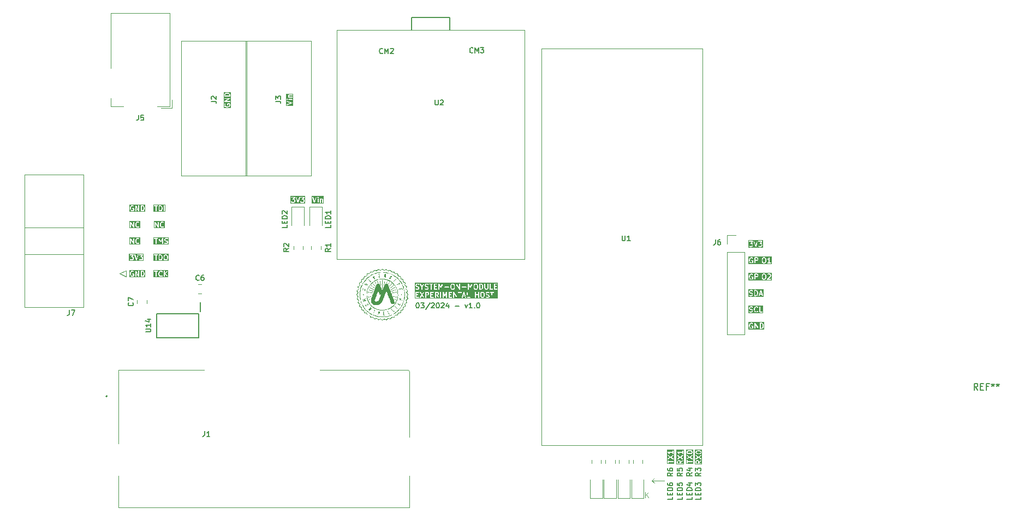
<source format=gbr>
%TF.GenerationSoftware,KiCad,Pcbnew,8.0.0*%
%TF.CreationDate,2024-03-26T17:27:08+01:00*%
%TF.ProjectId,som-exp-host,736f6d2d-6578-4702-9d68-6f73742e6b69,rev?*%
%TF.SameCoordinates,Original*%
%TF.FileFunction,Legend,Top*%
%TF.FilePolarity,Positive*%
%FSLAX46Y46*%
G04 Gerber Fmt 4.6, Leading zero omitted, Abs format (unit mm)*
G04 Created by KiCad (PCBNEW 8.0.0) date 2024-03-26 17:27:08*
%MOMM*%
%LPD*%
G01*
G04 APERTURE LIST*
%ADD10C,0.100000*%
%ADD11C,0.150000*%
%ADD12C,0.120000*%
%ADD13C,0.200000*%
%ADD14C,0.050000*%
%ADD15C,0.152400*%
%ADD16C,0.000000*%
G04 APERTURE END LIST*
D10*
X182050000Y-119050000D02*
X182550000Y-118700000D01*
X184050000Y-119050000D02*
X182050000Y-119050000D01*
X182050000Y-119050000D02*
X182550000Y-119400000D01*
D11*
G36*
X126457595Y-60888425D02*
G01*
X125330995Y-60888425D01*
X125330995Y-60734505D01*
X125419884Y-60734505D01*
X125429138Y-60762268D01*
X125448312Y-60784375D01*
X125474485Y-60797461D01*
X125503675Y-60799536D01*
X125518012Y-60796276D01*
X126308917Y-60531163D01*
X126314105Y-60530795D01*
X126322419Y-60526637D01*
X126331437Y-60523615D01*
X126335482Y-60520106D01*
X126340279Y-60517708D01*
X126346443Y-60510599D01*
X126353545Y-60504441D01*
X126355940Y-60499649D01*
X126359452Y-60495601D01*
X126362426Y-60486677D01*
X126366631Y-60478268D01*
X126367010Y-60472923D01*
X126368706Y-60467838D01*
X126368039Y-60458455D01*
X126368706Y-60449078D01*
X126367011Y-60443995D01*
X126366632Y-60438648D01*
X126362425Y-60430234D01*
X126359452Y-60421315D01*
X126355941Y-60417267D01*
X126353545Y-60412475D01*
X126346440Y-60406312D01*
X126340278Y-60399208D01*
X126335486Y-60396812D01*
X126331438Y-60393301D01*
X126318012Y-60387307D01*
X125503675Y-60117381D01*
X125474485Y-60119456D01*
X125448312Y-60132542D01*
X125429138Y-60154650D01*
X125419884Y-60182412D01*
X125421959Y-60211602D01*
X125435045Y-60237775D01*
X125457153Y-60256949D01*
X125470578Y-60262943D01*
X126059363Y-60458106D01*
X125457152Y-60659968D01*
X125435045Y-60679142D01*
X125421959Y-60705315D01*
X125419884Y-60734505D01*
X125330995Y-60734505D01*
X125330995Y-59939757D01*
X125420736Y-59939757D01*
X125427295Y-59955593D01*
X125431934Y-59966792D01*
X125441261Y-59978157D01*
X125490721Y-60025581D01*
X125517757Y-60036780D01*
X125517760Y-60036780D01*
X125547022Y-60036780D01*
X125562858Y-60030220D01*
X125574057Y-60025582D01*
X125574058Y-60025581D01*
X125585424Y-60016253D01*
X125632846Y-59966792D01*
X125644044Y-59939757D01*
X125687402Y-59939757D01*
X125698601Y-59966793D01*
X125719293Y-59987485D01*
X125746329Y-59998684D01*
X125760961Y-60000125D01*
X126308927Y-59998684D01*
X126335963Y-59987485D01*
X126356655Y-59966793D01*
X126367854Y-59939757D01*
X126367854Y-59910493D01*
X126356655Y-59883457D01*
X126335963Y-59862765D01*
X126308927Y-59851566D01*
X126294295Y-59850125D01*
X125746329Y-59851566D01*
X125719293Y-59862765D01*
X125698601Y-59883457D01*
X125687402Y-59910493D01*
X125687402Y-59939757D01*
X125644044Y-59939757D01*
X125644044Y-59939756D01*
X125644044Y-59910493D01*
X125632845Y-59883457D01*
X125623518Y-59872092D01*
X125574058Y-59824670D01*
X125547021Y-59813471D01*
X125517758Y-59813471D01*
X125490722Y-59824670D01*
X125479357Y-59833997D01*
X125431935Y-59883457D01*
X125420736Y-59910493D01*
X125420736Y-59939757D01*
X125330995Y-59939757D01*
X125330995Y-59315602D01*
X125685961Y-59315602D01*
X125687114Y-59418813D01*
X125686550Y-59420508D01*
X125687242Y-59430255D01*
X125687402Y-59444520D01*
X125688432Y-59447008D01*
X125688624Y-59449698D01*
X125693879Y-59463430D01*
X125708828Y-59492277D01*
X125698601Y-59502505D01*
X125687402Y-59529541D01*
X125687402Y-59558805D01*
X125698601Y-59585841D01*
X125719293Y-59606533D01*
X125746329Y-59617732D01*
X125760961Y-59619173D01*
X126308927Y-59617732D01*
X126335963Y-59606533D01*
X126356655Y-59585841D01*
X126367854Y-59558805D01*
X126367854Y-59529541D01*
X126356655Y-59502505D01*
X126335963Y-59481813D01*
X126308927Y-59470614D01*
X126294295Y-59469173D01*
X125868441Y-59470292D01*
X125861552Y-59463687D01*
X125835782Y-59413956D01*
X125834899Y-59334920D01*
X125853934Y-59295437D01*
X125890936Y-59276263D01*
X126308927Y-59274875D01*
X126335963Y-59263676D01*
X126356655Y-59242984D01*
X126367854Y-59215948D01*
X126367854Y-59186684D01*
X126356655Y-59159648D01*
X126335963Y-59138956D01*
X126308927Y-59127757D01*
X126294295Y-59126316D01*
X125886921Y-59127669D01*
X125884628Y-59126905D01*
X125873226Y-59127715D01*
X125860615Y-59127757D01*
X125858125Y-59128788D01*
X125855438Y-59128979D01*
X125841706Y-59134234D01*
X125769085Y-59171863D01*
X125761915Y-59174254D01*
X125758118Y-59177546D01*
X125753073Y-59180161D01*
X125746909Y-59187267D01*
X125739808Y-59193427D01*
X125735147Y-59200830D01*
X125733900Y-59202269D01*
X125733515Y-59203423D01*
X125731975Y-59205870D01*
X125699683Y-59272851D01*
X125698601Y-59273934D01*
X125695179Y-59282194D01*
X125688624Y-59295792D01*
X125688432Y-59298481D01*
X125687402Y-59300970D01*
X125685961Y-59315602D01*
X125330995Y-59315602D01*
X125330995Y-59037427D01*
X126457595Y-59037427D01*
X126457595Y-60888425D01*
G37*
G36*
X106521846Y-79907534D02*
G01*
X104900271Y-79907534D01*
X104900271Y-78943645D01*
X104989160Y-78943645D01*
X104990601Y-79758277D01*
X105001800Y-79785313D01*
X105022492Y-79806005D01*
X105049528Y-79817204D01*
X105078792Y-79817204D01*
X105105828Y-79806005D01*
X105126520Y-79785313D01*
X105137719Y-79758277D01*
X105139160Y-79743645D01*
X105138240Y-79223583D01*
X105455216Y-79776316D01*
X105458943Y-79785313D01*
X105462301Y-79788671D01*
X105464695Y-79792845D01*
X105472583Y-79798953D01*
X105479635Y-79806005D01*
X105484053Y-79807835D01*
X105487833Y-79810762D01*
X105497454Y-79813386D01*
X105506671Y-79817204D01*
X105511452Y-79817204D01*
X105516064Y-79818462D01*
X105525961Y-79817204D01*
X105535935Y-79817204D01*
X105540350Y-79815374D01*
X105545094Y-79814772D01*
X105553758Y-79809821D01*
X105562971Y-79806005D01*
X105566349Y-79802626D01*
X105570503Y-79800253D01*
X105576612Y-79792363D01*
X105583663Y-79785313D01*
X105585492Y-79780896D01*
X105588420Y-79777116D01*
X105591044Y-79767492D01*
X105594862Y-79758277D01*
X105595598Y-79750794D01*
X105596120Y-79748884D01*
X105595932Y-79747408D01*
X105596303Y-79743645D01*
X105595494Y-79286502D01*
X105789159Y-79286502D01*
X105790391Y-79396750D01*
X105789248Y-79404434D01*
X105790577Y-79413429D01*
X105790600Y-79415420D01*
X105791022Y-79416440D01*
X105791398Y-79418979D01*
X105829404Y-79565756D01*
X105829918Y-79572978D01*
X105834114Y-79583943D01*
X105834441Y-79585205D01*
X105834763Y-79585640D01*
X105835173Y-79586710D01*
X105874507Y-79662620D01*
X105877989Y-79671026D01*
X105880360Y-79673915D01*
X105881100Y-79675343D01*
X105882598Y-79676642D01*
X105887317Y-79682392D01*
X105956512Y-79749977D01*
X105957290Y-79751533D01*
X105964562Y-79757840D01*
X105974872Y-79767910D01*
X105977362Y-79768941D01*
X105979398Y-79770707D01*
X105992823Y-79776701D01*
X106107169Y-79813465D01*
X106116194Y-79817204D01*
X106119945Y-79817573D01*
X106121446Y-79818056D01*
X106123420Y-79817915D01*
X106130826Y-79818645D01*
X106207556Y-79817427D01*
X106216397Y-79818056D01*
X106220031Y-79817229D01*
X106221649Y-79817204D01*
X106223480Y-79816445D01*
X106230734Y-79814796D01*
X106334107Y-79779109D01*
X106335933Y-79779109D01*
X106345069Y-79775324D01*
X106358445Y-79770707D01*
X106360481Y-79768940D01*
X106362970Y-79767910D01*
X106374335Y-79758583D01*
X106421759Y-79709122D01*
X106432957Y-79682085D01*
X106432957Y-79652822D01*
X106421759Y-79625786D01*
X106401066Y-79605093D01*
X106374030Y-79593895D01*
X106344767Y-79593895D01*
X106317730Y-79605093D01*
X106306365Y-79614421D01*
X106282077Y-79639752D01*
X106197970Y-79668788D01*
X106145602Y-79669619D01*
X106058366Y-79641571D01*
X106003239Y-79587726D01*
X105974125Y-79531541D01*
X105939108Y-79396310D01*
X105938033Y-79300075D01*
X105970579Y-79165083D01*
X105999874Y-79104317D01*
X106055113Y-79047762D01*
X106139871Y-79018501D01*
X106192240Y-79017670D01*
X106279791Y-79045820D01*
X106317731Y-79082196D01*
X106344767Y-79093394D01*
X106374030Y-79093394D01*
X106401066Y-79082195D01*
X106421759Y-79061502D01*
X106432957Y-79034465D01*
X106432957Y-79005202D01*
X106421758Y-78978166D01*
X106412430Y-78966801D01*
X106381013Y-78936679D01*
X106380552Y-78935757D01*
X106375301Y-78931203D01*
X106362969Y-78919379D01*
X106360480Y-78918348D01*
X106358445Y-78916583D01*
X106345019Y-78910589D01*
X106230674Y-78873824D01*
X106221649Y-78870086D01*
X106217897Y-78869716D01*
X106216397Y-78869234D01*
X106214422Y-78869374D01*
X106207017Y-78868645D01*
X106130286Y-78869862D01*
X106121446Y-78869234D01*
X106117811Y-78870060D01*
X106116194Y-78870086D01*
X106114362Y-78870844D01*
X106107109Y-78872494D01*
X106003736Y-78908181D01*
X106001909Y-78908181D01*
X105992762Y-78911969D01*
X105979398Y-78916583D01*
X105977364Y-78918346D01*
X105974872Y-78919379D01*
X105963507Y-78928707D01*
X105888328Y-79005677D01*
X105881100Y-79011946D01*
X105879096Y-79015129D01*
X105877990Y-79016262D01*
X105877232Y-79018089D01*
X105873268Y-79024389D01*
X105838366Y-79096787D01*
X105834441Y-79102085D01*
X105830513Y-79113076D01*
X105829918Y-79114312D01*
X105829879Y-79114850D01*
X105829494Y-79115930D01*
X105793702Y-79264379D01*
X105790600Y-79271870D01*
X105789704Y-79280962D01*
X105789248Y-79282856D01*
X105789410Y-79283948D01*
X105789159Y-79286502D01*
X105595494Y-79286502D01*
X105594862Y-78929013D01*
X105583663Y-78901977D01*
X105562971Y-78881285D01*
X105535935Y-78870086D01*
X105506671Y-78870086D01*
X105479635Y-78881285D01*
X105458943Y-78901977D01*
X105447744Y-78929013D01*
X105446303Y-78943645D01*
X105447222Y-79463706D01*
X105130246Y-78910973D01*
X105126520Y-78901977D01*
X105123161Y-78898618D01*
X105120768Y-78894445D01*
X105112878Y-78888335D01*
X105105828Y-78881285D01*
X105101411Y-78879455D01*
X105097631Y-78876528D01*
X105088007Y-78873903D01*
X105078792Y-78870086D01*
X105074011Y-78870086D01*
X105069399Y-78868828D01*
X105059502Y-78870086D01*
X105049528Y-78870086D01*
X105045112Y-78871915D01*
X105040369Y-78872518D01*
X105031704Y-78877468D01*
X105022492Y-78881285D01*
X105019113Y-78884663D01*
X105014960Y-78887037D01*
X105008850Y-78894926D01*
X105001800Y-78901977D01*
X104999970Y-78906393D01*
X104997043Y-78910174D01*
X104994418Y-78919797D01*
X104990601Y-78929013D01*
X104989864Y-78936495D01*
X104989343Y-78938406D01*
X104989530Y-78939881D01*
X104989160Y-78943645D01*
X104900271Y-78943645D01*
X104900271Y-78779756D01*
X106521846Y-78779756D01*
X106521846Y-79907534D01*
G37*
G36*
X199604676Y-87111914D02*
G01*
X199659277Y-87165243D01*
X199690372Y-87285331D01*
X199691642Y-87533361D01*
X199660983Y-87660530D01*
X199609431Y-87713311D01*
X199559021Y-87739431D01*
X199441987Y-87740441D01*
X199392689Y-87716675D01*
X199338089Y-87663346D01*
X199306993Y-87543257D01*
X199305723Y-87295228D01*
X199336383Y-87168059D01*
X199387936Y-87115278D01*
X199438345Y-87089158D01*
X199555379Y-87088148D01*
X199604676Y-87111914D01*
G37*
G36*
X198423974Y-87112034D02*
G01*
X198445710Y-87132874D01*
X198471481Y-87182607D01*
X198472364Y-87261642D01*
X198448562Y-87311015D01*
X198427722Y-87332749D01*
X198378196Y-87358412D01*
X198163355Y-87359382D01*
X198162876Y-87088962D01*
X198374138Y-87088009D01*
X198423974Y-87112034D01*
G37*
G36*
X200691143Y-87978184D02*
G01*
X197087175Y-87978184D01*
X197087175Y-87357152D01*
X197176064Y-87357152D01*
X197177296Y-87467400D01*
X197176153Y-87475084D01*
X197177482Y-87484079D01*
X197177505Y-87486070D01*
X197177927Y-87487090D01*
X197178303Y-87489629D01*
X197216309Y-87636406D01*
X197216823Y-87643628D01*
X197221019Y-87654593D01*
X197221346Y-87655855D01*
X197221668Y-87656290D01*
X197222078Y-87657360D01*
X197261412Y-87733270D01*
X197264894Y-87741676D01*
X197267265Y-87744565D01*
X197268005Y-87745993D01*
X197269503Y-87747292D01*
X197274222Y-87753042D01*
X197343417Y-87820627D01*
X197344195Y-87822183D01*
X197351467Y-87828490D01*
X197361777Y-87838560D01*
X197364267Y-87839591D01*
X197366303Y-87841357D01*
X197379728Y-87847351D01*
X197494074Y-87884115D01*
X197503099Y-87887854D01*
X197506850Y-87888223D01*
X197508351Y-87888706D01*
X197510325Y-87888565D01*
X197517731Y-87889295D01*
X197594461Y-87888077D01*
X197603302Y-87888706D01*
X197606936Y-87887879D01*
X197608554Y-87887854D01*
X197610385Y-87887095D01*
X197617639Y-87885446D01*
X197721012Y-87849759D01*
X197722838Y-87849759D01*
X197731974Y-87845974D01*
X197745350Y-87841357D01*
X197747386Y-87839590D01*
X197749875Y-87838560D01*
X197761240Y-87829233D01*
X197808664Y-87779772D01*
X197818693Y-87755557D01*
X197819862Y-87752736D01*
X197821303Y-87738104D01*
X197819862Y-87456806D01*
X197808663Y-87429770D01*
X197787971Y-87409078D01*
X197760935Y-87397879D01*
X197746303Y-87396438D01*
X197579290Y-87397879D01*
X197552254Y-87409078D01*
X197531562Y-87429770D01*
X197520363Y-87456806D01*
X197520363Y-87486070D01*
X197531562Y-87513106D01*
X197552254Y-87533798D01*
X197579290Y-87544997D01*
X197593922Y-87546438D01*
X197671683Y-87545767D01*
X197672508Y-87706724D01*
X197668982Y-87710402D01*
X197584875Y-87739438D01*
X197532507Y-87740269D01*
X197445271Y-87712221D01*
X197390144Y-87658376D01*
X197361030Y-87602191D01*
X197326013Y-87466960D01*
X197324938Y-87370725D01*
X197357484Y-87235733D01*
X197386779Y-87174967D01*
X197442018Y-87118412D01*
X197526649Y-87089195D01*
X197612698Y-87088233D01*
X197688398Y-87124727D01*
X197717588Y-87126801D01*
X197745349Y-87117547D01*
X197767457Y-87098374D01*
X197780544Y-87072199D01*
X197782618Y-87043009D01*
X197773364Y-87015248D01*
X197772538Y-87014295D01*
X198014160Y-87014295D01*
X198015601Y-87828927D01*
X198026800Y-87855963D01*
X198047492Y-87876655D01*
X198074528Y-87887854D01*
X198103792Y-87887854D01*
X198130828Y-87876655D01*
X198151520Y-87855963D01*
X198162719Y-87828927D01*
X198164160Y-87814295D01*
X198163618Y-87508006D01*
X198382339Y-87507019D01*
X198384541Y-87507753D01*
X198395717Y-87506958D01*
X198408554Y-87506901D01*
X198411043Y-87505869D01*
X198413731Y-87505679D01*
X198427463Y-87500424D01*
X198503377Y-87461087D01*
X198511780Y-87457607D01*
X198514667Y-87455237D01*
X198516096Y-87454497D01*
X198517395Y-87452998D01*
X198523145Y-87448280D01*
X198561358Y-87408424D01*
X198567456Y-87403136D01*
X198569419Y-87400016D01*
X198570567Y-87398820D01*
X198571325Y-87396989D01*
X198575289Y-87390693D01*
X198607580Y-87323711D01*
X198608663Y-87322629D01*
X198612084Y-87314368D01*
X198618640Y-87300771D01*
X198618831Y-87298081D01*
X198619862Y-87295593D01*
X198621303Y-87280961D01*
X198620149Y-87177749D01*
X198620714Y-87176056D01*
X198620021Y-87166308D01*
X198619862Y-87152044D01*
X198618831Y-87149555D01*
X198618640Y-87146866D01*
X198613385Y-87133134D01*
X198574051Y-87057228D01*
X198570567Y-87048817D01*
X198568194Y-87045926D01*
X198567456Y-87044501D01*
X198565960Y-87043204D01*
X198561240Y-87037452D01*
X198537088Y-87014295D01*
X198814160Y-87014295D01*
X198815601Y-87828927D01*
X198826800Y-87855963D01*
X198847492Y-87876655D01*
X198874528Y-87887854D01*
X198903792Y-87887854D01*
X198930828Y-87876655D01*
X198951520Y-87855963D01*
X198962719Y-87828927D01*
X198964160Y-87814295D01*
X198963217Y-87280961D01*
X199157016Y-87280961D01*
X199158357Y-87542855D01*
X199157105Y-87551274D01*
X199158447Y-87560354D01*
X199158457Y-87562260D01*
X199158879Y-87563280D01*
X199159255Y-87565819D01*
X199196553Y-87709858D01*
X199196553Y-87714640D01*
X199199856Y-87722615D01*
X199202298Y-87732045D01*
X199205617Y-87736525D01*
X199207751Y-87741676D01*
X199217079Y-87753042D01*
X199294048Y-87828220D01*
X199300318Y-87835450D01*
X199303501Y-87837453D01*
X199304634Y-87838560D01*
X199306461Y-87839317D01*
X199312761Y-87843282D01*
X199379742Y-87875572D01*
X199380825Y-87876655D01*
X199389089Y-87880078D01*
X199402684Y-87886632D01*
X199405371Y-87886822D01*
X199407861Y-87887854D01*
X199422493Y-87889295D01*
X199563607Y-87888077D01*
X199565493Y-87888706D01*
X199575822Y-87887972D01*
X199589506Y-87887854D01*
X199591995Y-87886822D01*
X199594683Y-87886632D01*
X199608415Y-87881377D01*
X199684329Y-87842040D01*
X199692732Y-87838560D01*
X199695619Y-87836190D01*
X199697048Y-87835450D01*
X199698347Y-87833951D01*
X199704097Y-87829233D01*
X199704396Y-87828927D01*
X199958457Y-87828927D01*
X199969656Y-87855963D01*
X199990348Y-87876655D01*
X200017384Y-87887854D01*
X200032016Y-87889295D01*
X200541886Y-87887854D01*
X200568922Y-87876655D01*
X200589614Y-87855963D01*
X200600813Y-87828927D01*
X200600813Y-87799663D01*
X200589614Y-87772627D01*
X200568922Y-87751935D01*
X200541886Y-87740736D01*
X200527254Y-87739295D01*
X200211637Y-87740186D01*
X200532896Y-87417524D01*
X200535142Y-87416402D01*
X200542760Y-87407617D01*
X200551520Y-87398820D01*
X200552552Y-87396327D01*
X200554316Y-87394294D01*
X200560310Y-87380869D01*
X200597074Y-87266522D01*
X200600813Y-87257498D01*
X200601182Y-87253746D01*
X200601665Y-87252246D01*
X200601524Y-87250271D01*
X200602254Y-87242866D01*
X200601215Y-87177405D01*
X200601665Y-87176057D01*
X200601058Y-87167522D01*
X200600813Y-87152044D01*
X200599781Y-87149554D01*
X200599591Y-87146867D01*
X200594336Y-87133135D01*
X200555000Y-87057221D01*
X200551519Y-87048817D01*
X200549149Y-87045929D01*
X200548409Y-87044501D01*
X200546910Y-87043201D01*
X200542192Y-87037452D01*
X200502340Y-86999242D01*
X200497048Y-86993140D01*
X200493926Y-86991175D01*
X200492732Y-86990030D01*
X200490904Y-86989272D01*
X200484605Y-86985308D01*
X200417623Y-86953017D01*
X200416541Y-86951935D01*
X200408276Y-86948511D01*
X200394682Y-86941958D01*
X200391994Y-86941767D01*
X200389505Y-86940736D01*
X200374873Y-86939295D01*
X200195785Y-86940553D01*
X200193778Y-86939884D01*
X200183105Y-86940642D01*
X200169765Y-86940736D01*
X200167275Y-86941767D01*
X200164588Y-86941958D01*
X200150856Y-86947213D01*
X200074945Y-86986547D01*
X200066540Y-86990029D01*
X200063650Y-86992400D01*
X200062223Y-86993140D01*
X200060923Y-86994638D01*
X200055175Y-86999356D01*
X200007751Y-87048817D01*
X199996552Y-87075853D01*
X199996552Y-87105115D01*
X200007750Y-87132152D01*
X200028443Y-87152845D01*
X200055479Y-87164044D01*
X200084741Y-87164044D01*
X200111778Y-87152846D01*
X200123143Y-87143519D01*
X200150596Y-87114887D01*
X200200199Y-87089183D01*
X200355266Y-87088094D01*
X200404926Y-87112034D01*
X200426661Y-87132873D01*
X200452509Y-87182756D01*
X200453228Y-87228089D01*
X200425281Y-87315011D01*
X199969656Y-87772627D01*
X199958457Y-87799663D01*
X199958457Y-87828927D01*
X199704396Y-87828927D01*
X199773808Y-87757860D01*
X199777647Y-87755557D01*
X199782641Y-87748816D01*
X199789615Y-87741677D01*
X199791748Y-87736525D01*
X199795069Y-87732045D01*
X199800016Y-87718199D01*
X199835808Y-87569745D01*
X199838909Y-87562260D01*
X199839803Y-87553172D01*
X199840262Y-87551273D01*
X199840098Y-87550177D01*
X199840350Y-87547628D01*
X199839008Y-87285738D01*
X199840262Y-87277316D01*
X199838918Y-87268233D01*
X199838909Y-87266329D01*
X199838486Y-87265308D01*
X199838111Y-87262771D01*
X199800814Y-87118731D01*
X199800814Y-87113948D01*
X199797510Y-87105972D01*
X199795069Y-87096544D01*
X199791748Y-87092063D01*
X199789615Y-87086912D01*
X199780288Y-87075547D01*
X199703315Y-87000367D01*
X199697048Y-86993140D01*
X199693864Y-86991136D01*
X199692731Y-86990029D01*
X199690901Y-86989271D01*
X199684605Y-86985308D01*
X199617624Y-86953017D01*
X199616542Y-86951935D01*
X199608276Y-86948511D01*
X199594683Y-86941958D01*
X199591995Y-86941767D01*
X199589506Y-86940736D01*
X199574874Y-86939295D01*
X199433759Y-86940512D01*
X199431874Y-86939884D01*
X199421544Y-86940617D01*
X199407861Y-86940736D01*
X199405371Y-86941767D01*
X199402684Y-86941958D01*
X199388952Y-86947213D01*
X199313044Y-86986545D01*
X199304634Y-86990029D01*
X199301743Y-86992401D01*
X199300318Y-86993140D01*
X199299019Y-86994636D01*
X199293269Y-86999357D01*
X199223560Y-87070726D01*
X199219720Y-87073031D01*
X199214723Y-87079774D01*
X199207752Y-87086912D01*
X199205618Y-87092062D01*
X199202298Y-87096544D01*
X199197351Y-87110389D01*
X199161559Y-87258838D01*
X199158457Y-87266329D01*
X199157561Y-87275421D01*
X199157105Y-87277315D01*
X199157267Y-87278407D01*
X199157016Y-87280961D01*
X198963217Y-87280961D01*
X198962719Y-86999663D01*
X198951520Y-86972627D01*
X198930828Y-86951935D01*
X198903792Y-86940736D01*
X198874528Y-86940736D01*
X198847492Y-86951935D01*
X198826800Y-86972627D01*
X198815601Y-86999663D01*
X198814160Y-87014295D01*
X198537088Y-87014295D01*
X198521388Y-86999242D01*
X198516096Y-86993140D01*
X198512974Y-86991175D01*
X198511780Y-86990030D01*
X198509952Y-86989272D01*
X198503653Y-86985308D01*
X198436672Y-86953017D01*
X198435590Y-86951935D01*
X198427324Y-86948511D01*
X198413731Y-86941958D01*
X198411043Y-86941767D01*
X198408554Y-86940736D01*
X198393922Y-86939295D01*
X198074528Y-86940736D01*
X198047492Y-86951935D01*
X198026800Y-86972627D01*
X198015601Y-86999663D01*
X198014160Y-87014295D01*
X197772538Y-87014295D01*
X197754191Y-86993140D01*
X197741748Y-86985308D01*
X197674767Y-86953017D01*
X197673685Y-86951935D01*
X197665419Y-86948511D01*
X197651826Y-86941958D01*
X197649138Y-86941767D01*
X197646649Y-86940736D01*
X197632017Y-86939295D01*
X197517994Y-86940569D01*
X197508351Y-86939884D01*
X197504681Y-86940718D01*
X197503099Y-86940736D01*
X197501267Y-86941494D01*
X197494014Y-86943144D01*
X197390641Y-86978831D01*
X197388814Y-86978831D01*
X197379667Y-86982619D01*
X197366303Y-86987233D01*
X197364269Y-86988996D01*
X197361777Y-86990029D01*
X197350412Y-86999357D01*
X197275233Y-87076327D01*
X197268005Y-87082596D01*
X197266001Y-87085779D01*
X197264895Y-87086912D01*
X197264137Y-87088739D01*
X197260173Y-87095039D01*
X197225271Y-87167437D01*
X197221346Y-87172735D01*
X197217418Y-87183726D01*
X197216823Y-87184962D01*
X197216784Y-87185500D01*
X197216399Y-87186580D01*
X197180607Y-87335029D01*
X197177505Y-87342520D01*
X197176609Y-87351612D01*
X197176153Y-87353506D01*
X197176315Y-87354598D01*
X197176064Y-87357152D01*
X197087175Y-87357152D01*
X197087175Y-86850406D01*
X200691143Y-86850406D01*
X200691143Y-87978184D01*
G37*
G36*
X107170906Y-82447534D02*
G01*
X104787426Y-82447534D01*
X104787426Y-81498277D01*
X104876315Y-81498277D01*
X104887514Y-81525313D01*
X104908206Y-81546005D01*
X104935242Y-81557204D01*
X104949874Y-81558645D01*
X105103576Y-81558175D01*
X105104886Y-82298277D01*
X105116085Y-82325313D01*
X105136777Y-82346005D01*
X105163813Y-82357204D01*
X105193077Y-82357204D01*
X105220113Y-82346005D01*
X105240805Y-82325313D01*
X105252004Y-82298277D01*
X105253445Y-82283645D01*
X105252160Y-81557721D01*
X105421649Y-81557204D01*
X105448685Y-81546005D01*
X105469377Y-81525313D01*
X105480576Y-81498277D01*
X105480576Y-81483645D01*
X105598684Y-81483645D01*
X105600125Y-82298277D01*
X105611324Y-82325313D01*
X105632016Y-82346005D01*
X105659052Y-82357204D01*
X105688316Y-82357204D01*
X105715352Y-82346005D01*
X105736044Y-82325313D01*
X105747243Y-82298277D01*
X105748684Y-82283645D01*
X105747860Y-81818181D01*
X105872477Y-82083668D01*
X105876220Y-82093962D01*
X105878453Y-82096400D01*
X105879880Y-82099440D01*
X105888289Y-82107140D01*
X105895984Y-82115543D01*
X105899002Y-82116951D01*
X105901461Y-82119203D01*
X105912173Y-82123098D01*
X105922502Y-82127919D01*
X105925830Y-82128065D01*
X105928962Y-82129204D01*
X105940356Y-82128703D01*
X105951738Y-82129203D01*
X105954866Y-82128065D01*
X105958198Y-82127919D01*
X105968533Y-82123095D01*
X105979239Y-82119203D01*
X105981694Y-82116953D01*
X105984716Y-82115544D01*
X105992417Y-82107133D01*
X106000820Y-82099439D01*
X106003303Y-82095246D01*
X106004480Y-82093962D01*
X106005140Y-82092146D01*
X106008314Y-82086789D01*
X106132609Y-81818881D01*
X106133458Y-82298277D01*
X106144657Y-82325313D01*
X106165349Y-82346005D01*
X106192385Y-82357204D01*
X106221649Y-82357204D01*
X106248685Y-82346005D01*
X106269377Y-82325313D01*
X106280576Y-82298277D01*
X106282017Y-82283645D01*
X106280871Y-81636026D01*
X106474874Y-81636026D01*
X106475912Y-81701487D01*
X106475463Y-81702836D01*
X106476069Y-81711371D01*
X106476315Y-81726848D01*
X106477345Y-81729336D01*
X106477537Y-81732026D01*
X106482792Y-81745757D01*
X106522126Y-81821664D01*
X106525610Y-81830075D01*
X106527982Y-81832966D01*
X106528721Y-81834391D01*
X106530216Y-81835687D01*
X106534937Y-81841440D01*
X106574788Y-81879649D01*
X106580081Y-81885752D01*
X106583202Y-81887716D01*
X106584397Y-81888862D01*
X106586224Y-81889619D01*
X106592524Y-81893584D01*
X106664921Y-81928485D01*
X106670219Y-81932411D01*
X106681208Y-81936337D01*
X106682446Y-81936934D01*
X106682985Y-81936972D01*
X106684065Y-81937358D01*
X106823676Y-81971018D01*
X106884690Y-82000432D01*
X106906424Y-82021272D01*
X106932272Y-82071153D01*
X106932924Y-82112265D01*
X106909277Y-82161316D01*
X106888437Y-82183053D01*
X106838833Y-82208756D01*
X106679727Y-82209873D01*
X106559254Y-82171139D01*
X106530064Y-82173214D01*
X106503891Y-82186300D01*
X106484717Y-82208408D01*
X106475463Y-82236170D01*
X106477538Y-82265360D01*
X106490624Y-82291533D01*
X106512732Y-82310707D01*
X106526157Y-82316701D01*
X106640503Y-82353465D01*
X106649528Y-82357204D01*
X106653279Y-82357573D01*
X106654780Y-82358056D01*
X106656754Y-82357915D01*
X106664160Y-82358645D01*
X106843247Y-82357386D01*
X106845255Y-82358056D01*
X106855927Y-82357297D01*
X106869268Y-82357204D01*
X106871757Y-82356172D01*
X106874445Y-82355982D01*
X106888177Y-82350727D01*
X106964090Y-82311391D01*
X106972495Y-82307910D01*
X106975382Y-82305540D01*
X106976811Y-82304800D01*
X106978111Y-82303300D01*
X106983861Y-82298582D01*
X107022071Y-82258728D01*
X107028172Y-82253438D01*
X107030136Y-82250316D01*
X107031283Y-82249121D01*
X107032040Y-82247291D01*
X107036004Y-82240995D01*
X107068294Y-82174014D01*
X107069377Y-82172932D01*
X107072800Y-82164666D01*
X107079354Y-82151073D01*
X107079544Y-82148385D01*
X107080576Y-82145896D01*
X107082017Y-82131264D01*
X107080978Y-82065802D01*
X107081428Y-82064454D01*
X107080821Y-82055919D01*
X107080576Y-82040441D01*
X107079544Y-82037951D01*
X107079354Y-82035264D01*
X107074099Y-82021532D01*
X107034763Y-81945619D01*
X107031282Y-81937215D01*
X107028912Y-81934327D01*
X107028172Y-81932899D01*
X107026673Y-81931599D01*
X107021955Y-81925850D01*
X106982099Y-81887636D01*
X106976811Y-81881539D01*
X106973691Y-81879575D01*
X106972495Y-81878428D01*
X106970664Y-81877669D01*
X106964368Y-81873706D01*
X106891968Y-81838802D01*
X106886672Y-81834878D01*
X106875686Y-81830952D01*
X106874446Y-81830355D01*
X106873905Y-81830316D01*
X106872826Y-81829931D01*
X106733218Y-81796272D01*
X106672202Y-81766857D01*
X106650467Y-81746018D01*
X106624618Y-81696135D01*
X106623966Y-81655025D01*
X106647614Y-81605971D01*
X106668454Y-81584237D01*
X106718057Y-81558533D01*
X106877164Y-81557416D01*
X106997637Y-81596151D01*
X107026827Y-81594076D01*
X107053000Y-81580990D01*
X107072174Y-81558883D01*
X107081428Y-81531120D01*
X107079353Y-81501930D01*
X107066267Y-81475757D01*
X107044160Y-81456583D01*
X107030734Y-81450589D01*
X106916389Y-81413824D01*
X106907364Y-81410086D01*
X106903612Y-81409716D01*
X106902112Y-81409234D01*
X106900137Y-81409374D01*
X106892732Y-81408645D01*
X106713643Y-81409903D01*
X106711636Y-81409234D01*
X106700963Y-81409992D01*
X106687623Y-81410086D01*
X106685133Y-81411117D01*
X106682446Y-81411308D01*
X106668714Y-81416563D01*
X106592801Y-81455898D01*
X106584397Y-81459380D01*
X106581509Y-81461749D01*
X106580081Y-81462490D01*
X106578781Y-81463988D01*
X106573032Y-81468707D01*
X106534818Y-81508562D01*
X106528721Y-81513851D01*
X106526757Y-81516970D01*
X106525610Y-81518167D01*
X106524851Y-81519997D01*
X106520888Y-81526294D01*
X106488596Y-81593275D01*
X106487514Y-81594358D01*
X106484092Y-81602618D01*
X106477537Y-81616216D01*
X106477345Y-81618905D01*
X106476315Y-81621394D01*
X106474874Y-81636026D01*
X106280871Y-81636026D01*
X106280603Y-81484629D01*
X106281147Y-81472257D01*
X106280578Y-81470694D01*
X106280576Y-81469013D01*
X106275594Y-81456986D01*
X106271147Y-81444756D01*
X106270017Y-81443522D01*
X106269377Y-81441977D01*
X106260171Y-81432771D01*
X106251383Y-81423175D01*
X106249867Y-81422467D01*
X106248685Y-81421285D01*
X106236663Y-81416305D01*
X106224865Y-81410799D01*
X106223193Y-81410725D01*
X106221649Y-81410086D01*
X106208630Y-81410086D01*
X106195629Y-81409515D01*
X106194059Y-81410086D01*
X106192385Y-81410086D01*
X106180358Y-81415067D01*
X106168128Y-81419515D01*
X106166894Y-81420644D01*
X106165349Y-81421285D01*
X106156143Y-81430490D01*
X106146547Y-81439279D01*
X106145372Y-81441261D01*
X106144657Y-81441977D01*
X106143978Y-81443613D01*
X106139053Y-81451929D01*
X105940734Y-81879383D01*
X105740726Y-81453281D01*
X105736044Y-81441977D01*
X105734868Y-81440801D01*
X105734154Y-81439279D01*
X105724557Y-81430490D01*
X105715352Y-81421285D01*
X105713806Y-81420644D01*
X105712573Y-81419515D01*
X105700342Y-81415067D01*
X105688316Y-81410086D01*
X105686642Y-81410086D01*
X105685072Y-81409515D01*
X105672071Y-81410086D01*
X105659052Y-81410086D01*
X105657507Y-81410725D01*
X105655836Y-81410799D01*
X105644037Y-81416305D01*
X105632016Y-81421285D01*
X105630833Y-81422467D01*
X105629318Y-81423175D01*
X105620529Y-81432771D01*
X105611324Y-81441977D01*
X105610683Y-81443522D01*
X105609554Y-81444756D01*
X105605106Y-81456986D01*
X105600125Y-81469013D01*
X105599898Y-81471308D01*
X105599554Y-81472257D01*
X105599631Y-81474023D01*
X105598684Y-81483645D01*
X105480576Y-81483645D01*
X105480576Y-81469013D01*
X105469377Y-81441977D01*
X105448685Y-81421285D01*
X105421649Y-81410086D01*
X105407017Y-81408645D01*
X104935242Y-81410086D01*
X104908206Y-81421285D01*
X104887514Y-81441977D01*
X104876315Y-81469013D01*
X104876315Y-81498277D01*
X104787426Y-81498277D01*
X104787426Y-81319756D01*
X107170906Y-81319756D01*
X107170906Y-82447534D01*
G37*
G36*
X105936619Y-76505718D02*
G01*
X105991747Y-76559564D01*
X106020859Y-76615746D01*
X106055877Y-76750979D01*
X106056952Y-76847214D01*
X106024406Y-76982206D01*
X105995111Y-77042971D01*
X105939873Y-77099527D01*
X105855350Y-77128706D01*
X105748552Y-77129457D01*
X105747400Y-76478127D01*
X105848592Y-76477416D01*
X105936619Y-76505718D01*
G37*
G36*
X106637573Y-77367534D02*
G01*
X104787426Y-77367534D01*
X104787426Y-76418277D01*
X104876315Y-76418277D01*
X104887514Y-76445313D01*
X104908206Y-76466005D01*
X104935242Y-76477204D01*
X104949874Y-76478645D01*
X105103576Y-76478175D01*
X105104886Y-77218277D01*
X105116085Y-77245313D01*
X105136777Y-77266005D01*
X105163813Y-77277204D01*
X105193077Y-77277204D01*
X105220113Y-77266005D01*
X105240805Y-77245313D01*
X105252004Y-77218277D01*
X105253445Y-77203645D01*
X105252160Y-76477721D01*
X105421649Y-76477204D01*
X105448685Y-76466005D01*
X105469377Y-76445313D01*
X105480576Y-76418277D01*
X105480576Y-76403645D01*
X105598684Y-76403645D01*
X105600125Y-77218277D01*
X105611324Y-77245313D01*
X105632016Y-77266005D01*
X105659052Y-77277204D01*
X105673684Y-77278645D01*
X105863104Y-77277314D01*
X105873540Y-77278056D01*
X105877238Y-77277214D01*
X105878792Y-77277204D01*
X105880623Y-77276445D01*
X105887877Y-77274796D01*
X105991250Y-77239109D01*
X105993078Y-77239109D01*
X106002222Y-77235321D01*
X106015588Y-77230707D01*
X106017623Y-77228941D01*
X106020114Y-77227910D01*
X106031479Y-77218583D01*
X106106658Y-77141610D01*
X106113886Y-77135343D01*
X106115889Y-77132159D01*
X106116997Y-77131026D01*
X106117754Y-77129196D01*
X106121718Y-77122900D01*
X106156619Y-77050502D01*
X106160545Y-77045205D01*
X106164472Y-77034213D01*
X106165068Y-77032978D01*
X106165106Y-77032439D01*
X106165492Y-77031360D01*
X106201283Y-76882910D01*
X106204386Y-76875420D01*
X106205281Y-76866327D01*
X106205738Y-76864434D01*
X106205575Y-76863341D01*
X106205827Y-76860788D01*
X106204594Y-76750539D01*
X106205738Y-76742856D01*
X106204408Y-76733860D01*
X106204386Y-76731870D01*
X106203963Y-76730848D01*
X106203588Y-76728312D01*
X106165581Y-76581533D01*
X106165068Y-76574312D01*
X106160871Y-76563346D01*
X106160545Y-76562085D01*
X106160222Y-76561649D01*
X106159813Y-76560580D01*
X106120480Y-76484672D01*
X106116997Y-76476262D01*
X106114624Y-76473371D01*
X106113886Y-76471946D01*
X106112389Y-76470647D01*
X106107669Y-76464897D01*
X106044957Y-76403645D01*
X106398684Y-76403645D01*
X106400125Y-77218277D01*
X106411324Y-77245313D01*
X106432016Y-77266005D01*
X106459052Y-77277204D01*
X106488316Y-77277204D01*
X106515352Y-77266005D01*
X106536044Y-77245313D01*
X106547243Y-77218277D01*
X106548684Y-77203645D01*
X106547243Y-76389013D01*
X106536044Y-76361977D01*
X106515352Y-76341285D01*
X106488316Y-76330086D01*
X106459052Y-76330086D01*
X106432016Y-76341285D01*
X106411324Y-76361977D01*
X106400125Y-76389013D01*
X106398684Y-76403645D01*
X106044957Y-76403645D01*
X106038473Y-76397312D01*
X106037696Y-76395757D01*
X106030424Y-76389450D01*
X106020114Y-76379380D01*
X106017623Y-76378348D01*
X106015588Y-76376583D01*
X106002163Y-76370589D01*
X105887816Y-76333824D01*
X105878792Y-76330086D01*
X105875040Y-76329716D01*
X105873540Y-76329234D01*
X105871565Y-76329374D01*
X105864160Y-76328645D01*
X105659052Y-76330086D01*
X105632016Y-76341285D01*
X105611324Y-76361977D01*
X105600125Y-76389013D01*
X105598684Y-76403645D01*
X105480576Y-76403645D01*
X105480576Y-76389013D01*
X105469377Y-76361977D01*
X105448685Y-76341285D01*
X105421649Y-76330086D01*
X105407017Y-76328645D01*
X104935242Y-76330086D01*
X104908206Y-76341285D01*
X104887514Y-76361977D01*
X104876315Y-76389013D01*
X104876315Y-76418277D01*
X104787426Y-76418277D01*
X104787426Y-76239756D01*
X106637573Y-76239756D01*
X106637573Y-77367534D01*
G37*
X145741541Y-91484295D02*
X145817731Y-91484295D01*
X145817731Y-91484295D02*
X145893922Y-91522390D01*
X145893922Y-91522390D02*
X145932017Y-91560485D01*
X145932017Y-91560485D02*
X145970112Y-91636676D01*
X145970112Y-91636676D02*
X146008207Y-91789057D01*
X146008207Y-91789057D02*
X146008207Y-91979533D01*
X146008207Y-91979533D02*
X145970112Y-92131914D01*
X145970112Y-92131914D02*
X145932017Y-92208104D01*
X145932017Y-92208104D02*
X145893922Y-92246200D01*
X145893922Y-92246200D02*
X145817731Y-92284295D01*
X145817731Y-92284295D02*
X145741541Y-92284295D01*
X145741541Y-92284295D02*
X145665350Y-92246200D01*
X145665350Y-92246200D02*
X145627255Y-92208104D01*
X145627255Y-92208104D02*
X145589160Y-92131914D01*
X145589160Y-92131914D02*
X145551064Y-91979533D01*
X145551064Y-91979533D02*
X145551064Y-91789057D01*
X145551064Y-91789057D02*
X145589160Y-91636676D01*
X145589160Y-91636676D02*
X145627255Y-91560485D01*
X145627255Y-91560485D02*
X145665350Y-91522390D01*
X145665350Y-91522390D02*
X145741541Y-91484295D01*
X146274874Y-91484295D02*
X146770112Y-91484295D01*
X146770112Y-91484295D02*
X146503446Y-91789057D01*
X146503446Y-91789057D02*
X146617731Y-91789057D01*
X146617731Y-91789057D02*
X146693922Y-91827152D01*
X146693922Y-91827152D02*
X146732017Y-91865247D01*
X146732017Y-91865247D02*
X146770112Y-91941438D01*
X146770112Y-91941438D02*
X146770112Y-92131914D01*
X146770112Y-92131914D02*
X146732017Y-92208104D01*
X146732017Y-92208104D02*
X146693922Y-92246200D01*
X146693922Y-92246200D02*
X146617731Y-92284295D01*
X146617731Y-92284295D02*
X146389160Y-92284295D01*
X146389160Y-92284295D02*
X146312969Y-92246200D01*
X146312969Y-92246200D02*
X146274874Y-92208104D01*
X147684398Y-91446200D02*
X146998684Y-92474771D01*
X147912969Y-91560485D02*
X147951065Y-91522390D01*
X147951065Y-91522390D02*
X148027255Y-91484295D01*
X148027255Y-91484295D02*
X148217731Y-91484295D01*
X148217731Y-91484295D02*
X148293922Y-91522390D01*
X148293922Y-91522390D02*
X148332017Y-91560485D01*
X148332017Y-91560485D02*
X148370112Y-91636676D01*
X148370112Y-91636676D02*
X148370112Y-91712866D01*
X148370112Y-91712866D02*
X148332017Y-91827152D01*
X148332017Y-91827152D02*
X147874874Y-92284295D01*
X147874874Y-92284295D02*
X148370112Y-92284295D01*
X148865351Y-91484295D02*
X148941541Y-91484295D01*
X148941541Y-91484295D02*
X149017732Y-91522390D01*
X149017732Y-91522390D02*
X149055827Y-91560485D01*
X149055827Y-91560485D02*
X149093922Y-91636676D01*
X149093922Y-91636676D02*
X149132017Y-91789057D01*
X149132017Y-91789057D02*
X149132017Y-91979533D01*
X149132017Y-91979533D02*
X149093922Y-92131914D01*
X149093922Y-92131914D02*
X149055827Y-92208104D01*
X149055827Y-92208104D02*
X149017732Y-92246200D01*
X149017732Y-92246200D02*
X148941541Y-92284295D01*
X148941541Y-92284295D02*
X148865351Y-92284295D01*
X148865351Y-92284295D02*
X148789160Y-92246200D01*
X148789160Y-92246200D02*
X148751065Y-92208104D01*
X148751065Y-92208104D02*
X148712970Y-92131914D01*
X148712970Y-92131914D02*
X148674874Y-91979533D01*
X148674874Y-91979533D02*
X148674874Y-91789057D01*
X148674874Y-91789057D02*
X148712970Y-91636676D01*
X148712970Y-91636676D02*
X148751065Y-91560485D01*
X148751065Y-91560485D02*
X148789160Y-91522390D01*
X148789160Y-91522390D02*
X148865351Y-91484295D01*
X149436779Y-91560485D02*
X149474875Y-91522390D01*
X149474875Y-91522390D02*
X149551065Y-91484295D01*
X149551065Y-91484295D02*
X149741541Y-91484295D01*
X149741541Y-91484295D02*
X149817732Y-91522390D01*
X149817732Y-91522390D02*
X149855827Y-91560485D01*
X149855827Y-91560485D02*
X149893922Y-91636676D01*
X149893922Y-91636676D02*
X149893922Y-91712866D01*
X149893922Y-91712866D02*
X149855827Y-91827152D01*
X149855827Y-91827152D02*
X149398684Y-92284295D01*
X149398684Y-92284295D02*
X149893922Y-92284295D01*
X150579637Y-91750961D02*
X150579637Y-92284295D01*
X150389161Y-91446200D02*
X150198684Y-92017628D01*
X150198684Y-92017628D02*
X150693923Y-92017628D01*
X151608209Y-91979533D02*
X152217733Y-91979533D01*
X153132018Y-91750961D02*
X153322494Y-92284295D01*
X153322494Y-92284295D02*
X153512971Y-91750961D01*
X154236780Y-92284295D02*
X153779637Y-92284295D01*
X154008209Y-92284295D02*
X154008209Y-91484295D01*
X154008209Y-91484295D02*
X153932018Y-91598580D01*
X153932018Y-91598580D02*
X153855828Y-91674771D01*
X153855828Y-91674771D02*
X153779637Y-91712866D01*
X154579638Y-92208104D02*
X154617733Y-92246200D01*
X154617733Y-92246200D02*
X154579638Y-92284295D01*
X154579638Y-92284295D02*
X154541542Y-92246200D01*
X154541542Y-92246200D02*
X154579638Y-92208104D01*
X154579638Y-92208104D02*
X154579638Y-92284295D01*
X155112971Y-91484295D02*
X155189161Y-91484295D01*
X155189161Y-91484295D02*
X155265352Y-91522390D01*
X155265352Y-91522390D02*
X155303447Y-91560485D01*
X155303447Y-91560485D02*
X155341542Y-91636676D01*
X155341542Y-91636676D02*
X155379637Y-91789057D01*
X155379637Y-91789057D02*
X155379637Y-91979533D01*
X155379637Y-91979533D02*
X155341542Y-92131914D01*
X155341542Y-92131914D02*
X155303447Y-92208104D01*
X155303447Y-92208104D02*
X155265352Y-92246200D01*
X155265352Y-92246200D02*
X155189161Y-92284295D01*
X155189161Y-92284295D02*
X155112971Y-92284295D01*
X155112971Y-92284295D02*
X155036780Y-92246200D01*
X155036780Y-92246200D02*
X154998685Y-92208104D01*
X154998685Y-92208104D02*
X154960590Y-92131914D01*
X154960590Y-92131914D02*
X154922494Y-91979533D01*
X154922494Y-91979533D02*
X154922494Y-91789057D01*
X154922494Y-91789057D02*
X154960590Y-91636676D01*
X154960590Y-91636676D02*
X154998685Y-91560485D01*
X154998685Y-91560485D02*
X155036780Y-91522390D01*
X155036780Y-91522390D02*
X155112971Y-91484295D01*
G36*
X199190190Y-94736368D02*
G01*
X199245318Y-94790214D01*
X199274430Y-94846396D01*
X199309448Y-94981629D01*
X199310523Y-95077864D01*
X199277977Y-95212856D01*
X199248682Y-95273621D01*
X199193444Y-95330177D01*
X199108921Y-95359356D01*
X199002123Y-95360107D01*
X199000971Y-94708777D01*
X199102163Y-94708066D01*
X199190190Y-94736368D01*
G37*
G36*
X199548287Y-95598184D02*
G01*
X197087175Y-95598184D01*
X197087175Y-94977152D01*
X197176064Y-94977152D01*
X197177296Y-95087400D01*
X197176153Y-95095084D01*
X197177482Y-95104079D01*
X197177505Y-95106070D01*
X197177927Y-95107090D01*
X197178303Y-95109629D01*
X197216309Y-95256406D01*
X197216823Y-95263628D01*
X197221019Y-95274593D01*
X197221346Y-95275855D01*
X197221668Y-95276290D01*
X197222078Y-95277360D01*
X197261412Y-95353270D01*
X197264894Y-95361676D01*
X197267265Y-95364565D01*
X197268005Y-95365993D01*
X197269503Y-95367292D01*
X197274222Y-95373042D01*
X197343417Y-95440627D01*
X197344195Y-95442183D01*
X197351467Y-95448490D01*
X197361777Y-95458560D01*
X197364267Y-95459591D01*
X197366303Y-95461357D01*
X197379728Y-95467351D01*
X197494074Y-95504115D01*
X197503099Y-95507854D01*
X197506850Y-95508223D01*
X197508351Y-95508706D01*
X197510325Y-95508565D01*
X197517731Y-95509295D01*
X197594461Y-95508077D01*
X197603302Y-95508706D01*
X197606936Y-95507879D01*
X197608554Y-95507854D01*
X197610385Y-95507095D01*
X197617639Y-95505446D01*
X197721012Y-95469759D01*
X197722838Y-95469759D01*
X197731974Y-95465974D01*
X197745350Y-95461357D01*
X197747386Y-95459590D01*
X197749875Y-95458560D01*
X197761240Y-95449233D01*
X197808664Y-95399772D01*
X197819862Y-95372735D01*
X197821303Y-95358104D01*
X197819862Y-95076806D01*
X197808663Y-95049770D01*
X197787971Y-95029078D01*
X197760935Y-95017879D01*
X197746303Y-95016438D01*
X197579290Y-95017879D01*
X197552254Y-95029078D01*
X197531562Y-95049770D01*
X197520363Y-95076806D01*
X197520363Y-95106070D01*
X197531562Y-95133106D01*
X197552254Y-95153798D01*
X197579290Y-95164997D01*
X197593922Y-95166438D01*
X197671683Y-95165767D01*
X197672508Y-95326724D01*
X197668982Y-95330402D01*
X197584875Y-95359438D01*
X197532507Y-95360269D01*
X197445271Y-95332221D01*
X197390144Y-95278376D01*
X197361030Y-95222191D01*
X197326013Y-95086960D01*
X197324938Y-94990725D01*
X197357484Y-94855733D01*
X197386779Y-94794967D01*
X197442018Y-94738412D01*
X197526649Y-94709195D01*
X197612698Y-94708233D01*
X197688398Y-94744727D01*
X197717588Y-94746801D01*
X197745349Y-94737547D01*
X197767457Y-94718374D01*
X197780544Y-94692199D01*
X197782618Y-94663009D01*
X197773364Y-94635248D01*
X197772538Y-94634295D01*
X198014160Y-94634295D01*
X198015601Y-95448927D01*
X198026800Y-95475963D01*
X198047492Y-95496655D01*
X198074528Y-95507854D01*
X198103792Y-95507854D01*
X198130828Y-95496655D01*
X198151520Y-95475963D01*
X198162719Y-95448927D01*
X198164160Y-95434295D01*
X198163240Y-94914233D01*
X198480216Y-95466966D01*
X198483943Y-95475963D01*
X198487301Y-95479321D01*
X198489695Y-95483495D01*
X198497583Y-95489603D01*
X198504635Y-95496655D01*
X198509053Y-95498485D01*
X198512833Y-95501412D01*
X198522454Y-95504036D01*
X198531671Y-95507854D01*
X198536452Y-95507854D01*
X198541064Y-95509112D01*
X198550961Y-95507854D01*
X198560935Y-95507854D01*
X198565350Y-95506024D01*
X198570094Y-95505422D01*
X198578758Y-95500471D01*
X198587971Y-95496655D01*
X198591349Y-95493276D01*
X198595503Y-95490903D01*
X198601612Y-95483013D01*
X198608663Y-95475963D01*
X198610492Y-95471546D01*
X198613420Y-95467766D01*
X198616044Y-95458142D01*
X198619862Y-95448927D01*
X198620598Y-95441444D01*
X198621120Y-95439534D01*
X198620932Y-95438058D01*
X198621303Y-95434295D01*
X198619888Y-94634295D01*
X198852255Y-94634295D01*
X198853696Y-95448927D01*
X198864895Y-95475963D01*
X198885587Y-95496655D01*
X198912623Y-95507854D01*
X198927255Y-95509295D01*
X199116675Y-95507964D01*
X199127111Y-95508706D01*
X199130809Y-95507864D01*
X199132363Y-95507854D01*
X199134194Y-95507095D01*
X199141448Y-95505446D01*
X199244821Y-95469759D01*
X199246649Y-95469759D01*
X199255793Y-95465971D01*
X199269159Y-95461357D01*
X199271194Y-95459591D01*
X199273685Y-95458560D01*
X199285050Y-95449233D01*
X199360229Y-95372260D01*
X199367457Y-95365993D01*
X199369460Y-95362809D01*
X199370568Y-95361676D01*
X199371325Y-95359846D01*
X199375289Y-95353550D01*
X199410190Y-95281152D01*
X199414116Y-95275855D01*
X199418043Y-95264863D01*
X199418639Y-95263628D01*
X199418677Y-95263089D01*
X199419063Y-95262010D01*
X199454854Y-95113560D01*
X199457957Y-95106070D01*
X199458852Y-95096977D01*
X199459309Y-95095084D01*
X199459146Y-95093991D01*
X199459398Y-95091438D01*
X199458165Y-94981189D01*
X199459309Y-94973506D01*
X199457979Y-94964510D01*
X199457957Y-94962520D01*
X199457534Y-94961498D01*
X199457159Y-94958962D01*
X199419152Y-94812183D01*
X199418639Y-94804962D01*
X199414442Y-94793996D01*
X199414116Y-94792735D01*
X199413793Y-94792299D01*
X199413384Y-94791230D01*
X199374051Y-94715322D01*
X199370568Y-94706912D01*
X199368195Y-94704021D01*
X199367457Y-94702596D01*
X199365960Y-94701297D01*
X199361240Y-94695547D01*
X199292044Y-94627962D01*
X199291267Y-94626407D01*
X199283995Y-94620100D01*
X199273685Y-94610030D01*
X199271194Y-94608998D01*
X199269159Y-94607233D01*
X199255734Y-94601239D01*
X199141387Y-94564474D01*
X199132363Y-94560736D01*
X199128611Y-94560366D01*
X199127111Y-94559884D01*
X199125136Y-94560024D01*
X199117731Y-94559295D01*
X198912623Y-94560736D01*
X198885587Y-94571935D01*
X198864895Y-94592627D01*
X198853696Y-94619663D01*
X198852255Y-94634295D01*
X198619888Y-94634295D01*
X198619862Y-94619663D01*
X198608663Y-94592627D01*
X198587971Y-94571935D01*
X198560935Y-94560736D01*
X198531671Y-94560736D01*
X198504635Y-94571935D01*
X198483943Y-94592627D01*
X198472744Y-94619663D01*
X198471303Y-94634295D01*
X198472222Y-95154356D01*
X198155246Y-94601623D01*
X198151520Y-94592627D01*
X198148161Y-94589268D01*
X198145768Y-94585095D01*
X198137878Y-94578985D01*
X198130828Y-94571935D01*
X198126411Y-94570105D01*
X198122631Y-94567178D01*
X198113007Y-94564553D01*
X198103792Y-94560736D01*
X198099011Y-94560736D01*
X198094399Y-94559478D01*
X198084502Y-94560736D01*
X198074528Y-94560736D01*
X198070112Y-94562565D01*
X198065369Y-94563168D01*
X198056704Y-94568118D01*
X198047492Y-94571935D01*
X198044113Y-94575313D01*
X198039960Y-94577687D01*
X198033850Y-94585576D01*
X198026800Y-94592627D01*
X198024970Y-94597043D01*
X198022043Y-94600824D01*
X198019418Y-94610447D01*
X198015601Y-94619663D01*
X198014864Y-94627145D01*
X198014343Y-94629056D01*
X198014530Y-94630531D01*
X198014160Y-94634295D01*
X197772538Y-94634295D01*
X197754191Y-94613140D01*
X197741748Y-94605308D01*
X197674767Y-94573017D01*
X197673685Y-94571935D01*
X197665419Y-94568511D01*
X197651826Y-94561958D01*
X197649138Y-94561767D01*
X197646649Y-94560736D01*
X197632017Y-94559295D01*
X197517994Y-94560569D01*
X197508351Y-94559884D01*
X197504681Y-94560718D01*
X197503099Y-94560736D01*
X197501267Y-94561494D01*
X197494014Y-94563144D01*
X197390641Y-94598831D01*
X197388814Y-94598831D01*
X197379667Y-94602619D01*
X197366303Y-94607233D01*
X197364269Y-94608996D01*
X197361777Y-94610029D01*
X197350412Y-94619357D01*
X197275233Y-94696327D01*
X197268005Y-94702596D01*
X197266001Y-94705779D01*
X197264895Y-94706912D01*
X197264137Y-94708739D01*
X197260173Y-94715039D01*
X197225271Y-94787437D01*
X197221346Y-94792735D01*
X197217418Y-94803726D01*
X197216823Y-94804962D01*
X197216784Y-94805500D01*
X197216399Y-94806580D01*
X197180607Y-94955029D01*
X197177505Y-94962520D01*
X197176609Y-94971612D01*
X197176153Y-94973506D01*
X197176315Y-94974598D01*
X197176064Y-94977152D01*
X197087175Y-94977152D01*
X197087175Y-94470406D01*
X199548287Y-94470406D01*
X199548287Y-95598184D01*
G37*
X140346303Y-52718104D02*
X140308207Y-52756200D01*
X140308207Y-52756200D02*
X140193922Y-52794295D01*
X140193922Y-52794295D02*
X140117731Y-52794295D01*
X140117731Y-52794295D02*
X140003445Y-52756200D01*
X140003445Y-52756200D02*
X139927255Y-52680009D01*
X139927255Y-52680009D02*
X139889160Y-52603819D01*
X139889160Y-52603819D02*
X139851064Y-52451438D01*
X139851064Y-52451438D02*
X139851064Y-52337152D01*
X139851064Y-52337152D02*
X139889160Y-52184771D01*
X139889160Y-52184771D02*
X139927255Y-52108580D01*
X139927255Y-52108580D02*
X140003445Y-52032390D01*
X140003445Y-52032390D02*
X140117731Y-51994295D01*
X140117731Y-51994295D02*
X140193922Y-51994295D01*
X140193922Y-51994295D02*
X140308207Y-52032390D01*
X140308207Y-52032390D02*
X140346303Y-52070485D01*
X140689160Y-52794295D02*
X140689160Y-51994295D01*
X140689160Y-51994295D02*
X140955826Y-52565723D01*
X140955826Y-52565723D02*
X141222493Y-51994295D01*
X141222493Y-51994295D02*
X141222493Y-52794295D01*
X141565350Y-52070485D02*
X141603446Y-52032390D01*
X141603446Y-52032390D02*
X141679636Y-51994295D01*
X141679636Y-51994295D02*
X141870112Y-51994295D01*
X141870112Y-51994295D02*
X141946303Y-52032390D01*
X141946303Y-52032390D02*
X141984398Y-52070485D01*
X141984398Y-52070485D02*
X142022493Y-52146676D01*
X142022493Y-52146676D02*
X142022493Y-52222866D01*
X142022493Y-52222866D02*
X141984398Y-52337152D01*
X141984398Y-52337152D02*
X141527255Y-52794295D01*
X141527255Y-52794295D02*
X142022493Y-52794295D01*
G36*
X189241015Y-116051436D02*
G01*
X189262749Y-116072276D01*
X189288412Y-116121802D01*
X189288852Y-116219197D01*
X189288360Y-116221988D01*
X189288875Y-116224314D01*
X189289382Y-116336643D01*
X189018962Y-116337122D01*
X189018009Y-116125860D01*
X189042034Y-116076024D01*
X189062874Y-116054288D01*
X189112607Y-116028517D01*
X189191642Y-116027634D01*
X189241015Y-116051436D01*
G37*
G36*
X189560954Y-114536308D02*
G01*
X189621966Y-114565721D01*
X189643703Y-114586561D01*
X189669550Y-114636443D01*
X189670202Y-114677554D01*
X189646555Y-114726606D01*
X189625715Y-114748341D01*
X189570286Y-114777063D01*
X189435128Y-114812060D01*
X189263102Y-114813269D01*
X189127638Y-114780609D01*
X189066622Y-114751194D01*
X189044887Y-114730355D01*
X189019039Y-114680472D01*
X189018387Y-114639361D01*
X189042034Y-114590309D01*
X189062873Y-114568574D01*
X189118302Y-114539853D01*
X189253460Y-114504856D01*
X189425488Y-114503647D01*
X189560954Y-114536308D01*
G37*
G36*
X189908184Y-116574728D02*
G01*
X188780406Y-116574728D01*
X188780406Y-116106077D01*
X188869295Y-116106077D01*
X188870736Y-116425471D01*
X188881935Y-116452507D01*
X188902627Y-116473199D01*
X188929663Y-116484398D01*
X188944295Y-116485839D01*
X189758927Y-116484398D01*
X189785963Y-116473199D01*
X189806655Y-116452507D01*
X189817854Y-116425471D01*
X189817854Y-116396207D01*
X189806655Y-116369171D01*
X189785963Y-116348479D01*
X189758927Y-116337280D01*
X189744295Y-116335839D01*
X189438006Y-116336380D01*
X189437660Y-116259748D01*
X189798465Y-116005567D01*
X189814192Y-115980888D01*
X189819277Y-115952071D01*
X189812948Y-115923500D01*
X189796166Y-115899526D01*
X189771487Y-115883799D01*
X189742669Y-115878714D01*
X189714098Y-115885043D01*
X189701285Y-115892254D01*
X189433599Y-116080834D01*
X189430424Y-116072536D01*
X189391088Y-115996623D01*
X189387607Y-115988219D01*
X189385237Y-115985331D01*
X189384497Y-115983903D01*
X189382998Y-115982603D01*
X189378280Y-115976854D01*
X189338424Y-115938640D01*
X189333136Y-115932543D01*
X189330016Y-115930579D01*
X189328820Y-115929432D01*
X189326989Y-115928673D01*
X189320693Y-115924710D01*
X189253711Y-115892418D01*
X189252629Y-115891336D01*
X189244368Y-115887914D01*
X189230771Y-115881359D01*
X189228081Y-115881167D01*
X189225593Y-115880137D01*
X189210961Y-115878696D01*
X189107749Y-115879849D01*
X189106056Y-115879285D01*
X189096308Y-115879977D01*
X189082044Y-115880137D01*
X189079555Y-115881167D01*
X189076866Y-115881359D01*
X189063134Y-115886614D01*
X188987228Y-115925947D01*
X188978817Y-115929432D01*
X188975926Y-115931804D01*
X188974501Y-115932543D01*
X188973204Y-115934038D01*
X188967452Y-115938759D01*
X188929242Y-115978610D01*
X188923140Y-115983903D01*
X188921175Y-115987024D01*
X188920030Y-115988219D01*
X188919272Y-115990046D01*
X188915308Y-115996346D01*
X188883017Y-116063326D01*
X188881935Y-116064409D01*
X188878511Y-116072674D01*
X188871958Y-116086268D01*
X188871767Y-116088955D01*
X188870736Y-116091445D01*
X188869295Y-116106077D01*
X188780406Y-116106077D01*
X188780406Y-115686951D01*
X188869295Y-115686951D01*
X188874974Y-115715659D01*
X188891207Y-115740008D01*
X188915522Y-115756291D01*
X188944216Y-115762030D01*
X188972924Y-115756351D01*
X188985898Y-115749434D01*
X189344427Y-115509648D01*
X189715667Y-115756351D01*
X189744374Y-115762030D01*
X189773069Y-115756291D01*
X189797384Y-115740008D01*
X189813616Y-115715659D01*
X189819295Y-115686951D01*
X189813556Y-115658257D01*
X189797273Y-115633942D01*
X189785898Y-115624626D01*
X189478223Y-115420165D01*
X189797273Y-115206784D01*
X189813556Y-115182469D01*
X189819295Y-115153775D01*
X189813616Y-115125067D01*
X189797384Y-115100718D01*
X189773069Y-115084435D01*
X189744374Y-115078696D01*
X189715667Y-115084375D01*
X189702693Y-115091292D01*
X189344163Y-115331077D01*
X188972924Y-115084375D01*
X188944216Y-115078696D01*
X188915522Y-115084435D01*
X188891207Y-115100718D01*
X188874974Y-115125067D01*
X188869295Y-115153775D01*
X188875034Y-115182469D01*
X188891317Y-115206784D01*
X188902692Y-115216100D01*
X189210366Y-115420560D01*
X188891317Y-115633942D01*
X188875034Y-115658257D01*
X188869295Y-115686951D01*
X188780406Y-115686951D01*
X188780406Y-114620363D01*
X188869295Y-114620363D01*
X188870333Y-114685823D01*
X188869884Y-114687172D01*
X188870490Y-114695706D01*
X188870736Y-114711185D01*
X188871767Y-114713674D01*
X188871958Y-114716362D01*
X188877213Y-114730094D01*
X188916549Y-114806008D01*
X188920030Y-114814412D01*
X188922399Y-114817299D01*
X188923140Y-114818728D01*
X188924638Y-114820027D01*
X188929357Y-114825777D01*
X188969208Y-114863986D01*
X188974501Y-114870089D01*
X188977622Y-114872053D01*
X188978817Y-114873199D01*
X188980644Y-114873956D01*
X188986944Y-114877921D01*
X189059342Y-114912822D01*
X189064640Y-114916748D01*
X189075631Y-114920675D01*
X189076867Y-114921271D01*
X189077405Y-114921309D01*
X189078485Y-114921695D01*
X189226934Y-114957486D01*
X189234425Y-114960589D01*
X189243517Y-114961484D01*
X189245411Y-114961941D01*
X189246503Y-114961778D01*
X189249057Y-114962030D01*
X189434997Y-114960723D01*
X189443179Y-114961941D01*
X189452233Y-114960602D01*
X189454165Y-114960589D01*
X189455185Y-114960166D01*
X189457724Y-114959791D01*
X189604501Y-114921784D01*
X189611723Y-114921271D01*
X189622688Y-114917074D01*
X189623950Y-114916748D01*
X189624385Y-114916425D01*
X189625455Y-114916016D01*
X189701366Y-114876680D01*
X189709771Y-114873200D01*
X189712660Y-114870828D01*
X189714088Y-114870089D01*
X189715387Y-114868590D01*
X189721136Y-114863873D01*
X189759351Y-114824017D01*
X189765450Y-114818728D01*
X189767413Y-114815609D01*
X189768560Y-114814413D01*
X189769318Y-114812582D01*
X189773282Y-114806285D01*
X189805572Y-114739303D01*
X189806655Y-114738221D01*
X189810078Y-114729956D01*
X189816632Y-114716362D01*
X189816822Y-114713674D01*
X189817854Y-114711185D01*
X189819295Y-114696553D01*
X189818256Y-114631092D01*
X189818706Y-114629744D01*
X189818099Y-114621209D01*
X189817854Y-114605731D01*
X189816822Y-114603241D01*
X189816632Y-114600554D01*
X189811377Y-114586822D01*
X189772043Y-114510912D01*
X189768560Y-114502503D01*
X189766189Y-114499614D01*
X189765450Y-114498188D01*
X189763952Y-114496889D01*
X189759232Y-114491138D01*
X189719378Y-114452927D01*
X189714088Y-114446827D01*
X189710966Y-114444862D01*
X189709771Y-114443716D01*
X189707941Y-114442958D01*
X189701645Y-114438995D01*
X189629247Y-114404093D01*
X189623950Y-114400168D01*
X189612960Y-114396241D01*
X189611723Y-114395645D01*
X189611183Y-114395606D01*
X189610104Y-114395221D01*
X189461655Y-114359430D01*
X189454165Y-114356328D01*
X189445071Y-114355432D01*
X189443178Y-114354976D01*
X189442086Y-114355138D01*
X189439533Y-114354887D01*
X189253597Y-114356193D01*
X189245412Y-114354975D01*
X189236354Y-114356314D01*
X189234425Y-114356328D01*
X189233404Y-114356750D01*
X189230867Y-114357126D01*
X189084089Y-114395131D01*
X189076867Y-114395645D01*
X189065901Y-114399841D01*
X189064640Y-114400168D01*
X189064204Y-114400490D01*
X189063135Y-114400900D01*
X188987221Y-114440235D01*
X188978817Y-114443717D01*
X188975929Y-114446086D01*
X188974501Y-114446827D01*
X188973201Y-114448325D01*
X188967452Y-114453044D01*
X188929242Y-114492895D01*
X188923140Y-114498188D01*
X188921175Y-114501309D01*
X188920030Y-114502504D01*
X188919272Y-114504331D01*
X188915308Y-114510631D01*
X188883017Y-114577612D01*
X188881935Y-114578695D01*
X188878511Y-114586959D01*
X188871958Y-114600554D01*
X188871767Y-114603241D01*
X188870736Y-114605731D01*
X188869295Y-114620363D01*
X188780406Y-114620363D01*
X188780406Y-114265998D01*
X189908184Y-114265998D01*
X189908184Y-116574728D01*
G37*
G36*
X103155190Y-76505718D02*
G01*
X103210318Y-76559564D01*
X103239430Y-76615746D01*
X103274448Y-76750979D01*
X103275523Y-76847214D01*
X103242977Y-76982206D01*
X103213682Y-77042971D01*
X103158444Y-77099527D01*
X103073921Y-77128706D01*
X102967123Y-77129457D01*
X102965971Y-76478127D01*
X103067163Y-76477416D01*
X103155190Y-76505718D01*
G37*
G36*
X103513287Y-77367534D02*
G01*
X101052175Y-77367534D01*
X101052175Y-76746502D01*
X101141064Y-76746502D01*
X101142296Y-76856750D01*
X101141153Y-76864434D01*
X101142482Y-76873429D01*
X101142505Y-76875420D01*
X101142927Y-76876440D01*
X101143303Y-76878979D01*
X101181309Y-77025756D01*
X101181823Y-77032978D01*
X101186019Y-77043943D01*
X101186346Y-77045205D01*
X101186668Y-77045640D01*
X101187078Y-77046710D01*
X101226412Y-77122620D01*
X101229894Y-77131026D01*
X101232265Y-77133915D01*
X101233005Y-77135343D01*
X101234503Y-77136642D01*
X101239222Y-77142392D01*
X101308417Y-77209977D01*
X101309195Y-77211533D01*
X101316467Y-77217840D01*
X101326777Y-77227910D01*
X101329267Y-77228941D01*
X101331303Y-77230707D01*
X101344728Y-77236701D01*
X101459074Y-77273465D01*
X101468099Y-77277204D01*
X101471850Y-77277573D01*
X101473351Y-77278056D01*
X101475325Y-77277915D01*
X101482731Y-77278645D01*
X101559461Y-77277427D01*
X101568302Y-77278056D01*
X101571936Y-77277229D01*
X101573554Y-77277204D01*
X101575385Y-77276445D01*
X101582639Y-77274796D01*
X101686012Y-77239109D01*
X101687838Y-77239109D01*
X101696974Y-77235324D01*
X101710350Y-77230707D01*
X101712386Y-77228940D01*
X101714875Y-77227910D01*
X101726240Y-77218583D01*
X101773664Y-77169122D01*
X101784862Y-77142085D01*
X101786303Y-77127454D01*
X101784862Y-76846156D01*
X101773663Y-76819120D01*
X101752971Y-76798428D01*
X101725935Y-76787229D01*
X101711303Y-76785788D01*
X101544290Y-76787229D01*
X101517254Y-76798428D01*
X101496562Y-76819120D01*
X101485363Y-76846156D01*
X101485363Y-76875420D01*
X101496562Y-76902456D01*
X101517254Y-76923148D01*
X101544290Y-76934347D01*
X101558922Y-76935788D01*
X101636683Y-76935117D01*
X101637508Y-77096074D01*
X101633982Y-77099752D01*
X101549875Y-77128788D01*
X101497507Y-77129619D01*
X101410271Y-77101571D01*
X101355144Y-77047726D01*
X101326030Y-76991541D01*
X101291013Y-76856310D01*
X101289938Y-76760075D01*
X101322484Y-76625083D01*
X101351779Y-76564317D01*
X101407018Y-76507762D01*
X101491649Y-76478545D01*
X101577698Y-76477583D01*
X101653398Y-76514077D01*
X101682588Y-76516151D01*
X101710349Y-76506897D01*
X101732457Y-76487724D01*
X101745544Y-76461549D01*
X101747618Y-76432359D01*
X101738364Y-76404598D01*
X101737538Y-76403645D01*
X101979160Y-76403645D01*
X101980601Y-77218277D01*
X101991800Y-77245313D01*
X102012492Y-77266005D01*
X102039528Y-77277204D01*
X102068792Y-77277204D01*
X102095828Y-77266005D01*
X102116520Y-77245313D01*
X102127719Y-77218277D01*
X102129160Y-77203645D01*
X102128240Y-76683583D01*
X102445216Y-77236316D01*
X102448943Y-77245313D01*
X102452301Y-77248671D01*
X102454695Y-77252845D01*
X102462583Y-77258953D01*
X102469635Y-77266005D01*
X102474053Y-77267835D01*
X102477833Y-77270762D01*
X102487454Y-77273386D01*
X102496671Y-77277204D01*
X102501452Y-77277204D01*
X102506064Y-77278462D01*
X102515961Y-77277204D01*
X102525935Y-77277204D01*
X102530350Y-77275374D01*
X102535094Y-77274772D01*
X102543758Y-77269821D01*
X102552971Y-77266005D01*
X102556349Y-77262626D01*
X102560503Y-77260253D01*
X102566612Y-77252363D01*
X102573663Y-77245313D01*
X102575492Y-77240896D01*
X102578420Y-77237116D01*
X102581044Y-77227492D01*
X102584862Y-77218277D01*
X102585598Y-77210794D01*
X102586120Y-77208884D01*
X102585932Y-77207408D01*
X102586303Y-77203645D01*
X102584888Y-76403645D01*
X102817255Y-76403645D01*
X102818696Y-77218277D01*
X102829895Y-77245313D01*
X102850587Y-77266005D01*
X102877623Y-77277204D01*
X102892255Y-77278645D01*
X103081675Y-77277314D01*
X103092111Y-77278056D01*
X103095809Y-77277214D01*
X103097363Y-77277204D01*
X103099194Y-77276445D01*
X103106448Y-77274796D01*
X103209821Y-77239109D01*
X103211649Y-77239109D01*
X103220793Y-77235321D01*
X103234159Y-77230707D01*
X103236194Y-77228941D01*
X103238685Y-77227910D01*
X103250050Y-77218583D01*
X103325229Y-77141610D01*
X103332457Y-77135343D01*
X103334460Y-77132159D01*
X103335568Y-77131026D01*
X103336325Y-77129196D01*
X103340289Y-77122900D01*
X103375190Y-77050502D01*
X103379116Y-77045205D01*
X103383043Y-77034213D01*
X103383639Y-77032978D01*
X103383677Y-77032439D01*
X103384063Y-77031360D01*
X103419854Y-76882910D01*
X103422957Y-76875420D01*
X103423852Y-76866327D01*
X103424309Y-76864434D01*
X103424146Y-76863341D01*
X103424398Y-76860788D01*
X103423165Y-76750539D01*
X103424309Y-76742856D01*
X103422979Y-76733860D01*
X103422957Y-76731870D01*
X103422534Y-76730848D01*
X103422159Y-76728312D01*
X103384152Y-76581533D01*
X103383639Y-76574312D01*
X103379442Y-76563346D01*
X103379116Y-76562085D01*
X103378793Y-76561649D01*
X103378384Y-76560580D01*
X103339051Y-76484672D01*
X103335568Y-76476262D01*
X103333195Y-76473371D01*
X103332457Y-76471946D01*
X103330960Y-76470647D01*
X103326240Y-76464897D01*
X103257044Y-76397312D01*
X103256267Y-76395757D01*
X103248995Y-76389450D01*
X103238685Y-76379380D01*
X103236194Y-76378348D01*
X103234159Y-76376583D01*
X103220734Y-76370589D01*
X103106387Y-76333824D01*
X103097363Y-76330086D01*
X103093611Y-76329716D01*
X103092111Y-76329234D01*
X103090136Y-76329374D01*
X103082731Y-76328645D01*
X102877623Y-76330086D01*
X102850587Y-76341285D01*
X102829895Y-76361977D01*
X102818696Y-76389013D01*
X102817255Y-76403645D01*
X102584888Y-76403645D01*
X102584862Y-76389013D01*
X102573663Y-76361977D01*
X102552971Y-76341285D01*
X102525935Y-76330086D01*
X102496671Y-76330086D01*
X102469635Y-76341285D01*
X102448943Y-76361977D01*
X102437744Y-76389013D01*
X102436303Y-76403645D01*
X102437222Y-76923706D01*
X102120246Y-76370973D01*
X102116520Y-76361977D01*
X102113161Y-76358618D01*
X102110768Y-76354445D01*
X102102878Y-76348335D01*
X102095828Y-76341285D01*
X102091411Y-76339455D01*
X102087631Y-76336528D01*
X102078007Y-76333903D01*
X102068792Y-76330086D01*
X102064011Y-76330086D01*
X102059399Y-76328828D01*
X102049502Y-76330086D01*
X102039528Y-76330086D01*
X102035112Y-76331915D01*
X102030369Y-76332518D01*
X102021704Y-76337468D01*
X102012492Y-76341285D01*
X102009113Y-76344663D01*
X102004960Y-76347037D01*
X101998850Y-76354926D01*
X101991800Y-76361977D01*
X101989970Y-76366393D01*
X101987043Y-76370174D01*
X101984418Y-76379797D01*
X101980601Y-76389013D01*
X101979864Y-76396495D01*
X101979343Y-76398406D01*
X101979530Y-76399881D01*
X101979160Y-76403645D01*
X101737538Y-76403645D01*
X101719191Y-76382490D01*
X101706748Y-76374658D01*
X101639767Y-76342367D01*
X101638685Y-76341285D01*
X101630419Y-76337861D01*
X101616826Y-76331308D01*
X101614138Y-76331117D01*
X101611649Y-76330086D01*
X101597017Y-76328645D01*
X101482994Y-76329919D01*
X101473351Y-76329234D01*
X101469681Y-76330068D01*
X101468099Y-76330086D01*
X101466267Y-76330844D01*
X101459014Y-76332494D01*
X101355641Y-76368181D01*
X101353814Y-76368181D01*
X101344667Y-76371969D01*
X101331303Y-76376583D01*
X101329269Y-76378346D01*
X101326777Y-76379379D01*
X101315412Y-76388707D01*
X101240233Y-76465677D01*
X101233005Y-76471946D01*
X101231001Y-76475129D01*
X101229895Y-76476262D01*
X101229137Y-76478089D01*
X101225173Y-76484389D01*
X101190271Y-76556787D01*
X101186346Y-76562085D01*
X101182418Y-76573076D01*
X101181823Y-76574312D01*
X101181784Y-76574850D01*
X101181399Y-76575930D01*
X101145607Y-76724379D01*
X101142505Y-76731870D01*
X101141609Y-76740962D01*
X101141153Y-76742856D01*
X101141315Y-76743948D01*
X101141064Y-76746502D01*
X101052175Y-76746502D01*
X101052175Y-76239756D01*
X103513287Y-76239756D01*
X103513287Y-77367534D01*
G37*
G36*
X131212572Y-76057595D02*
G01*
X129361574Y-76057595D01*
X129361574Y-75103675D01*
X129450463Y-75103675D01*
X129453723Y-75118012D01*
X129718836Y-75908920D01*
X129719205Y-75914105D01*
X129723359Y-75922414D01*
X129726384Y-75931437D01*
X129729894Y-75935484D01*
X129732291Y-75940278D01*
X129739395Y-75946440D01*
X129745558Y-75953545D01*
X129750351Y-75955941D01*
X129754399Y-75959452D01*
X129763320Y-75962425D01*
X129771731Y-75966631D01*
X129777075Y-75967010D01*
X129782161Y-75968706D01*
X129791541Y-75968039D01*
X129800921Y-75968706D01*
X129806006Y-75967010D01*
X129811351Y-75966631D01*
X129819760Y-75962426D01*
X129828684Y-75959452D01*
X129832732Y-75955940D01*
X129837524Y-75953545D01*
X129843685Y-75946441D01*
X129850791Y-75940278D01*
X129853187Y-75935484D01*
X129856698Y-75931437D01*
X129862692Y-75918012D01*
X130047336Y-75360961D01*
X130249874Y-75360961D01*
X130251315Y-75908927D01*
X130262514Y-75935963D01*
X130283206Y-75956655D01*
X130310242Y-75967854D01*
X130339506Y-75967854D01*
X130366542Y-75956655D01*
X130387234Y-75935963D01*
X130398433Y-75908927D01*
X130399874Y-75894295D01*
X130398471Y-75360961D01*
X130630826Y-75360961D01*
X130632267Y-75908927D01*
X130643466Y-75935963D01*
X130664158Y-75956655D01*
X130691194Y-75967854D01*
X130720458Y-75967854D01*
X130747494Y-75956655D01*
X130768186Y-75935963D01*
X130779385Y-75908927D01*
X130780826Y-75894295D01*
X130779706Y-75468441D01*
X130786309Y-75461554D01*
X130836042Y-75435782D01*
X130915078Y-75434899D01*
X130954561Y-75453934D01*
X130973735Y-75490936D01*
X130975124Y-75908927D01*
X130986323Y-75935963D01*
X131007015Y-75956655D01*
X131034051Y-75967854D01*
X131063315Y-75967854D01*
X131090351Y-75956655D01*
X131111043Y-75935963D01*
X131122242Y-75908927D01*
X131123683Y-75894295D01*
X131122329Y-75486921D01*
X131123094Y-75484628D01*
X131122283Y-75473226D01*
X131122242Y-75460615D01*
X131121210Y-75458125D01*
X131121020Y-75455438D01*
X131115765Y-75441706D01*
X131078135Y-75369085D01*
X131075745Y-75361915D01*
X131072452Y-75358118D01*
X131069838Y-75353073D01*
X131062731Y-75346909D01*
X131056572Y-75339808D01*
X131049168Y-75335147D01*
X131047730Y-75333900D01*
X131046575Y-75333515D01*
X131044129Y-75331975D01*
X130977147Y-75299683D01*
X130976065Y-75298601D01*
X130967804Y-75295179D01*
X130954207Y-75288624D01*
X130951517Y-75288432D01*
X130949029Y-75287402D01*
X130934397Y-75285961D01*
X130831184Y-75287114D01*
X130829491Y-75286550D01*
X130819749Y-75287242D01*
X130805479Y-75287402D01*
X130802987Y-75288434D01*
X130800301Y-75288625D01*
X130786569Y-75293880D01*
X130757721Y-75308828D01*
X130747494Y-75298601D01*
X130720458Y-75287402D01*
X130691194Y-75287402D01*
X130664158Y-75298601D01*
X130643466Y-75319293D01*
X130632267Y-75346329D01*
X130630826Y-75360961D01*
X130398471Y-75360961D01*
X130398433Y-75346329D01*
X130387234Y-75319293D01*
X130366542Y-75298601D01*
X130339506Y-75287402D01*
X130310242Y-75287402D01*
X130283206Y-75298601D01*
X130262514Y-75319293D01*
X130251315Y-75346329D01*
X130249874Y-75360961D01*
X130047336Y-75360961D01*
X130118250Y-75147022D01*
X130213219Y-75147022D01*
X130219778Y-75162858D01*
X130224417Y-75174057D01*
X130224418Y-75174058D01*
X130233746Y-75185424D01*
X130283207Y-75232846D01*
X130299044Y-75239405D01*
X130310242Y-75244044D01*
X130310243Y-75244044D01*
X130339505Y-75244044D01*
X130339506Y-75244044D01*
X130366542Y-75232845D01*
X130377907Y-75223518D01*
X130425329Y-75174058D01*
X130436528Y-75147022D01*
X130436528Y-75117759D01*
X130436401Y-75117451D01*
X130425329Y-75090722D01*
X130416002Y-75079357D01*
X130366542Y-75031935D01*
X130366540Y-75031934D01*
X130339506Y-75020736D01*
X130310242Y-75020736D01*
X130307290Y-75021959D01*
X130283207Y-75031934D01*
X130271842Y-75041261D01*
X130224418Y-75090722D01*
X130224417Y-75090723D01*
X130222938Y-75094295D01*
X130213219Y-75117758D01*
X130213219Y-75117759D01*
X130213219Y-75117760D01*
X130213219Y-75147022D01*
X130118250Y-75147022D01*
X130132618Y-75103675D01*
X130130544Y-75074485D01*
X130117457Y-75048311D01*
X130095350Y-75029138D01*
X130067587Y-75019884D01*
X130038397Y-75021958D01*
X130012224Y-75035045D01*
X129993050Y-75057152D01*
X129987056Y-75070578D01*
X129791892Y-75659363D01*
X129590031Y-75057152D01*
X129570857Y-75035045D01*
X129544684Y-75021959D01*
X129515494Y-75019884D01*
X129487731Y-75029138D01*
X129465624Y-75048312D01*
X129452538Y-75074485D01*
X129450463Y-75103675D01*
X129361574Y-75103675D01*
X129361574Y-74930995D01*
X131212572Y-74930995D01*
X131212572Y-76057595D01*
G37*
G36*
X116422856Y-59050593D02*
G01*
X116483621Y-59079888D01*
X116540177Y-59135126D01*
X116569356Y-59219649D01*
X116570107Y-59326447D01*
X115918777Y-59327599D01*
X115918066Y-59226407D01*
X115946368Y-59138380D01*
X116000214Y-59083252D01*
X116056396Y-59054140D01*
X116191629Y-59019122D01*
X116287864Y-59018047D01*
X116422856Y-59050593D01*
G37*
G36*
X116808184Y-61241396D02*
G01*
X115680406Y-61241396D01*
X115680406Y-60696554D01*
X115769295Y-60696554D01*
X115770569Y-60810576D01*
X115769884Y-60820220D01*
X115770718Y-60823889D01*
X115770736Y-60825472D01*
X115771494Y-60827303D01*
X115773144Y-60834557D01*
X115808831Y-60937930D01*
X115808831Y-60939757D01*
X115812617Y-60948898D01*
X115817233Y-60962268D01*
X115818998Y-60964303D01*
X115820030Y-60966794D01*
X115829357Y-60978159D01*
X115906332Y-61053343D01*
X115912596Y-61060566D01*
X115915776Y-61062567D01*
X115916912Y-61063677D01*
X115918744Y-61064435D01*
X115925039Y-61068398D01*
X115997437Y-61103299D01*
X116002735Y-61107225D01*
X116013726Y-61111152D01*
X116014962Y-61111748D01*
X116015500Y-61111786D01*
X116016580Y-61112172D01*
X116165029Y-61147963D01*
X116172520Y-61151066D01*
X116181612Y-61151961D01*
X116183506Y-61152418D01*
X116184598Y-61152255D01*
X116187152Y-61152507D01*
X116297400Y-61151274D01*
X116305084Y-61152418D01*
X116314079Y-61151088D01*
X116316070Y-61151066D01*
X116317090Y-61150643D01*
X116319629Y-61150268D01*
X116466406Y-61112261D01*
X116473628Y-61111748D01*
X116484593Y-61107551D01*
X116485855Y-61107225D01*
X116486290Y-61106902D01*
X116487360Y-61106493D01*
X116563270Y-61067158D01*
X116571676Y-61063677D01*
X116574565Y-61061305D01*
X116575993Y-61060566D01*
X116577292Y-61059067D01*
X116583042Y-61054349D01*
X116650627Y-60985153D01*
X116652183Y-60984376D01*
X116658490Y-60977103D01*
X116668560Y-60966794D01*
X116669591Y-60964303D01*
X116671357Y-60962268D01*
X116677351Y-60948843D01*
X116714115Y-60834496D01*
X116717854Y-60825472D01*
X116718223Y-60821720D01*
X116718706Y-60820220D01*
X116718565Y-60818245D01*
X116719295Y-60810840D01*
X116718077Y-60734109D01*
X116718706Y-60725269D01*
X116717879Y-60721634D01*
X116717854Y-60720017D01*
X116717095Y-60718185D01*
X116715446Y-60710932D01*
X116679759Y-60607558D01*
X116679759Y-60605733D01*
X116675972Y-60596591D01*
X116671357Y-60583221D01*
X116669592Y-60581186D01*
X116668561Y-60578696D01*
X116659233Y-60567331D01*
X116609772Y-60519908D01*
X116582736Y-60508709D01*
X116568104Y-60507268D01*
X116286806Y-60508709D01*
X116259770Y-60519908D01*
X116239078Y-60540600D01*
X116227879Y-60567636D01*
X116226438Y-60582268D01*
X116227879Y-60749281D01*
X116239078Y-60776317D01*
X116259770Y-60797009D01*
X116286806Y-60808208D01*
X116316070Y-60808208D01*
X116343106Y-60797009D01*
X116363798Y-60776317D01*
X116374997Y-60749281D01*
X116376438Y-60734649D01*
X116375767Y-60656887D01*
X116536724Y-60656062D01*
X116540402Y-60659589D01*
X116569438Y-60743695D01*
X116570269Y-60796063D01*
X116542221Y-60883299D01*
X116488376Y-60938426D01*
X116432191Y-60967540D01*
X116296960Y-61002557D01*
X116200725Y-61003632D01*
X116065733Y-60971086D01*
X116004967Y-60941791D01*
X115948412Y-60886553D01*
X115919195Y-60801921D01*
X115918233Y-60715872D01*
X115954727Y-60640173D01*
X115956801Y-60610983D01*
X115947547Y-60583222D01*
X115928374Y-60561114D01*
X115902199Y-60548027D01*
X115873009Y-60545953D01*
X115845248Y-60555207D01*
X115823140Y-60574380D01*
X115815308Y-60586823D01*
X115783017Y-60653803D01*
X115781935Y-60654886D01*
X115778511Y-60663151D01*
X115771958Y-60676745D01*
X115771767Y-60679432D01*
X115770736Y-60681922D01*
X115769295Y-60696554D01*
X115680406Y-60696554D01*
X115680406Y-60234172D01*
X115769478Y-60234172D01*
X115770736Y-60244068D01*
X115770736Y-60254043D01*
X115772565Y-60258458D01*
X115773168Y-60263202D01*
X115778118Y-60271866D01*
X115781935Y-60281079D01*
X115785313Y-60284457D01*
X115787687Y-60288611D01*
X115795576Y-60294720D01*
X115802627Y-60301771D01*
X115807043Y-60303600D01*
X115810824Y-60306528D01*
X115820447Y-60309152D01*
X115829663Y-60312970D01*
X115837145Y-60313706D01*
X115839056Y-60314228D01*
X115840531Y-60314040D01*
X115844295Y-60314411D01*
X116658927Y-60312970D01*
X116685963Y-60301771D01*
X116706655Y-60281079D01*
X116717854Y-60254043D01*
X116717854Y-60224779D01*
X116706655Y-60197743D01*
X116685963Y-60177051D01*
X116658927Y-60165852D01*
X116644295Y-60164411D01*
X116124233Y-60165330D01*
X116676966Y-59848354D01*
X116685963Y-59844628D01*
X116689321Y-59841269D01*
X116693495Y-59838876D01*
X116699603Y-59830987D01*
X116706655Y-59823936D01*
X116708485Y-59819517D01*
X116711412Y-59815738D01*
X116714036Y-59806116D01*
X116717854Y-59796900D01*
X116717854Y-59792119D01*
X116719112Y-59787507D01*
X116717854Y-59777610D01*
X116717854Y-59767636D01*
X116716024Y-59763220D01*
X116715422Y-59758477D01*
X116710471Y-59749812D01*
X116706655Y-59740600D01*
X116703276Y-59737221D01*
X116700903Y-59733068D01*
X116693013Y-59726958D01*
X116685963Y-59719908D01*
X116681546Y-59718078D01*
X116677766Y-59715151D01*
X116668142Y-59712526D01*
X116658927Y-59708709D01*
X116651444Y-59707972D01*
X116649534Y-59707451D01*
X116648058Y-59707638D01*
X116644295Y-59707268D01*
X115829663Y-59708709D01*
X115802627Y-59719908D01*
X115781935Y-59740600D01*
X115770736Y-59767636D01*
X115770736Y-59796900D01*
X115781935Y-59823936D01*
X115802627Y-59844628D01*
X115829663Y-59855827D01*
X115844295Y-59857268D01*
X116364356Y-59856348D01*
X115811623Y-60173324D01*
X115802627Y-60177051D01*
X115799268Y-60180409D01*
X115795095Y-60182803D01*
X115788985Y-60190692D01*
X115781935Y-60197743D01*
X115780105Y-60202159D01*
X115777178Y-60205940D01*
X115774553Y-60215563D01*
X115770736Y-60224779D01*
X115770736Y-60229559D01*
X115769478Y-60234172D01*
X115680406Y-60234172D01*
X115680406Y-59210840D01*
X115769295Y-59210840D01*
X115770736Y-59415948D01*
X115781935Y-59442984D01*
X115802627Y-59463676D01*
X115829663Y-59474875D01*
X115844295Y-59476316D01*
X116658927Y-59474875D01*
X116685963Y-59463676D01*
X116706655Y-59442984D01*
X116717854Y-59415948D01*
X116719295Y-59401316D01*
X116717964Y-59211895D01*
X116718706Y-59201460D01*
X116717864Y-59197761D01*
X116717854Y-59196208D01*
X116717095Y-59194376D01*
X116715446Y-59187123D01*
X116679759Y-59083749D01*
X116679759Y-59081922D01*
X116675971Y-59072777D01*
X116671357Y-59059412D01*
X116669591Y-59057376D01*
X116668560Y-59054886D01*
X116659233Y-59043521D01*
X116582260Y-58968341D01*
X116575993Y-58961114D01*
X116572809Y-58959110D01*
X116571676Y-58958003D01*
X116569846Y-58957245D01*
X116563550Y-58953282D01*
X116491152Y-58918380D01*
X116485855Y-58914455D01*
X116474863Y-58910527D01*
X116473628Y-58909932D01*
X116473089Y-58909893D01*
X116472010Y-58909508D01*
X116323560Y-58873716D01*
X116316070Y-58870614D01*
X116306977Y-58869718D01*
X116305084Y-58869262D01*
X116303991Y-58869424D01*
X116301438Y-58869173D01*
X116191189Y-58870405D01*
X116183506Y-58869262D01*
X116174510Y-58870591D01*
X116172520Y-58870614D01*
X116171498Y-58871036D01*
X116168962Y-58871412D01*
X116022183Y-58909418D01*
X116014962Y-58909932D01*
X116003996Y-58914128D01*
X116002735Y-58914455D01*
X116002299Y-58914777D01*
X116001230Y-58915187D01*
X115925322Y-58954519D01*
X115916912Y-58958003D01*
X115914021Y-58960375D01*
X115912596Y-58961114D01*
X115911297Y-58962610D01*
X115905547Y-58967331D01*
X115837962Y-59036526D01*
X115836407Y-59037304D01*
X115830100Y-59044575D01*
X115820030Y-59054886D01*
X115818998Y-59057376D01*
X115817233Y-59059412D01*
X115811239Y-59072837D01*
X115774474Y-59187183D01*
X115770736Y-59196208D01*
X115770366Y-59199959D01*
X115769884Y-59201460D01*
X115770024Y-59203434D01*
X115769295Y-59210840D01*
X115680406Y-59210840D01*
X115680406Y-58780284D01*
X116808184Y-58780284D01*
X116808184Y-61241396D01*
G37*
G36*
X128319715Y-76058184D02*
G01*
X126050521Y-76058184D01*
X126050521Y-75832734D01*
X126139410Y-75832734D01*
X126150608Y-75859771D01*
X126159935Y-75871136D01*
X126199790Y-75909351D01*
X126205080Y-75915450D01*
X126208198Y-75917413D01*
X126209395Y-75918560D01*
X126211225Y-75919318D01*
X126217523Y-75923282D01*
X126284504Y-75955572D01*
X126285587Y-75956655D01*
X126293851Y-75960078D01*
X126307446Y-75966632D01*
X126310133Y-75966822D01*
X126312623Y-75967854D01*
X126327255Y-75969295D01*
X126544353Y-75968008D01*
X126546445Y-75968706D01*
X126557342Y-75967931D01*
X126570458Y-75967854D01*
X126572947Y-75966822D01*
X126575635Y-75966632D01*
X126589367Y-75961377D01*
X126665280Y-75922041D01*
X126673685Y-75918560D01*
X126676572Y-75916190D01*
X126678001Y-75915450D01*
X126679301Y-75913950D01*
X126685051Y-75909232D01*
X126723261Y-75869378D01*
X126729362Y-75864088D01*
X126731326Y-75860966D01*
X126732473Y-75859771D01*
X126733230Y-75857941D01*
X126737194Y-75851645D01*
X126769484Y-75784664D01*
X126770567Y-75783582D01*
X126773990Y-75775316D01*
X126780544Y-75761723D01*
X126780734Y-75759035D01*
X126781766Y-75756546D01*
X126783207Y-75741914D01*
X126781948Y-75562826D01*
X126782618Y-75560819D01*
X126781859Y-75550146D01*
X126781766Y-75536806D01*
X126780734Y-75534316D01*
X126780544Y-75531629D01*
X126775289Y-75517897D01*
X126735953Y-75441983D01*
X126732472Y-75433579D01*
X126730102Y-75430691D01*
X126729362Y-75429263D01*
X126727863Y-75427963D01*
X126723145Y-75422214D01*
X126683293Y-75384004D01*
X126678001Y-75377902D01*
X126674879Y-75375937D01*
X126673685Y-75374792D01*
X126671857Y-75374034D01*
X126665558Y-75370070D01*
X126598576Y-75337779D01*
X126597494Y-75336697D01*
X126595724Y-75335964D01*
X126762545Y-75143984D01*
X126770567Y-75135963D01*
X126771524Y-75133651D01*
X126773201Y-75131722D01*
X126777105Y-75120178D01*
X126781766Y-75108927D01*
X126781766Y-75106398D01*
X126782577Y-75104001D01*
X126782555Y-75103675D01*
X126862368Y-75103675D01*
X126865628Y-75118012D01*
X127130741Y-75908920D01*
X127131110Y-75914105D01*
X127135264Y-75922414D01*
X127138289Y-75931437D01*
X127141799Y-75935484D01*
X127144196Y-75940278D01*
X127151300Y-75946440D01*
X127157463Y-75953545D01*
X127162256Y-75955941D01*
X127166304Y-75959452D01*
X127175225Y-75962425D01*
X127183636Y-75966631D01*
X127188980Y-75967010D01*
X127194066Y-75968706D01*
X127203446Y-75968039D01*
X127212826Y-75968706D01*
X127217911Y-75967010D01*
X127223256Y-75966631D01*
X127231665Y-75962426D01*
X127240589Y-75959452D01*
X127244637Y-75955940D01*
X127249429Y-75953545D01*
X127255590Y-75946441D01*
X127262696Y-75940278D01*
X127265092Y-75935484D01*
X127268603Y-75931437D01*
X127274597Y-75918012D01*
X127302864Y-75832734D01*
X127587029Y-75832734D01*
X127598227Y-75859771D01*
X127607554Y-75871136D01*
X127647409Y-75909351D01*
X127652699Y-75915450D01*
X127655817Y-75917413D01*
X127657014Y-75918560D01*
X127658844Y-75919318D01*
X127665142Y-75923282D01*
X127732123Y-75955572D01*
X127733206Y-75956655D01*
X127741470Y-75960078D01*
X127755065Y-75966632D01*
X127757752Y-75966822D01*
X127760242Y-75967854D01*
X127774874Y-75969295D01*
X127991972Y-75968008D01*
X127994064Y-75968706D01*
X128004961Y-75967931D01*
X128018077Y-75967854D01*
X128020566Y-75966822D01*
X128023254Y-75966632D01*
X128036986Y-75961377D01*
X128112899Y-75922041D01*
X128121304Y-75918560D01*
X128124191Y-75916190D01*
X128125620Y-75915450D01*
X128126920Y-75913950D01*
X128132670Y-75909232D01*
X128170880Y-75869378D01*
X128176981Y-75864088D01*
X128178945Y-75860966D01*
X128180092Y-75859771D01*
X128180849Y-75857941D01*
X128184813Y-75851645D01*
X128217103Y-75784664D01*
X128218186Y-75783582D01*
X128221609Y-75775316D01*
X128228163Y-75761723D01*
X128228353Y-75759035D01*
X128229385Y-75756546D01*
X128230826Y-75741914D01*
X128229567Y-75562826D01*
X128230237Y-75560819D01*
X128229478Y-75550146D01*
X128229385Y-75536806D01*
X128228353Y-75534316D01*
X128228163Y-75531629D01*
X128222908Y-75517897D01*
X128183572Y-75441983D01*
X128180091Y-75433579D01*
X128177721Y-75430691D01*
X128176981Y-75429263D01*
X128175482Y-75427963D01*
X128170764Y-75422214D01*
X128130912Y-75384004D01*
X128125620Y-75377902D01*
X128122498Y-75375937D01*
X128121304Y-75374792D01*
X128119476Y-75374034D01*
X128113177Y-75370070D01*
X128046195Y-75337779D01*
X128045113Y-75336697D01*
X128043343Y-75335964D01*
X128210164Y-75143984D01*
X128218186Y-75135963D01*
X128219143Y-75133651D01*
X128220820Y-75131722D01*
X128224724Y-75120178D01*
X128229385Y-75108927D01*
X128229385Y-75106398D01*
X128230196Y-75104001D01*
X128229385Y-75091838D01*
X128229385Y-75079663D01*
X128228417Y-75077326D01*
X128228249Y-75074802D01*
X128222844Y-75063874D01*
X128218186Y-75052627D01*
X128216399Y-75050840D01*
X128215277Y-75048571D01*
X128206104Y-75040545D01*
X128197494Y-75031935D01*
X128195157Y-75030966D01*
X128193253Y-75029301D01*
X128181709Y-75025396D01*
X128170458Y-75020736D01*
X128166891Y-75020384D01*
X128165532Y-75019925D01*
X128163558Y-75020056D01*
X128155826Y-75019295D01*
X127645956Y-75020736D01*
X127618920Y-75031935D01*
X127598228Y-75052627D01*
X127587029Y-75079663D01*
X127587029Y-75108927D01*
X127598228Y-75135963D01*
X127618920Y-75156655D01*
X127645956Y-75167854D01*
X127660588Y-75169295D01*
X127992109Y-75168358D01*
X127834821Y-75349367D01*
X127826800Y-75357389D01*
X127825842Y-75359700D01*
X127824166Y-75361630D01*
X127820264Y-75373167D01*
X127815601Y-75384425D01*
X127815601Y-75386955D01*
X127814791Y-75389351D01*
X127815601Y-75401504D01*
X127815601Y-75413689D01*
X127816568Y-75416025D01*
X127816737Y-75418549D01*
X127822139Y-75429474D01*
X127826800Y-75440725D01*
X127828586Y-75442511D01*
X127829709Y-75444781D01*
X127838881Y-75452806D01*
X127847492Y-75461417D01*
X127849828Y-75462385D01*
X127851733Y-75464051D01*
X127863270Y-75467952D01*
X127874528Y-75472616D01*
X127878098Y-75472967D01*
X127879454Y-75473426D01*
X127881421Y-75473294D01*
X127889160Y-75474057D01*
X127984126Y-75472995D01*
X128033498Y-75496796D01*
X128055233Y-75517635D01*
X128080937Y-75567240D01*
X128082026Y-75722307D01*
X128058086Y-75771966D01*
X128037246Y-75793703D01*
X127987676Y-75819388D01*
X127794557Y-75820532D01*
X127744820Y-75796555D01*
X127702256Y-75755744D01*
X127675220Y-75744545D01*
X127645958Y-75744545D01*
X127618921Y-75755743D01*
X127598228Y-75776436D01*
X127587029Y-75803472D01*
X127587029Y-75832734D01*
X127302864Y-75832734D01*
X127544523Y-75103675D01*
X127542449Y-75074485D01*
X127529362Y-75048311D01*
X127507255Y-75029138D01*
X127479492Y-75019884D01*
X127450302Y-75021958D01*
X127424129Y-75035045D01*
X127404955Y-75057152D01*
X127398961Y-75070578D01*
X127203797Y-75659363D01*
X127001936Y-75057152D01*
X126982762Y-75035045D01*
X126956589Y-75021959D01*
X126927399Y-75019884D01*
X126899636Y-75029138D01*
X126877529Y-75048312D01*
X126864443Y-75074485D01*
X126862368Y-75103675D01*
X126782555Y-75103675D01*
X126781766Y-75091838D01*
X126781766Y-75079663D01*
X126780798Y-75077326D01*
X126780630Y-75074802D01*
X126775225Y-75063874D01*
X126770567Y-75052627D01*
X126768780Y-75050840D01*
X126767658Y-75048571D01*
X126758485Y-75040545D01*
X126749875Y-75031935D01*
X126747538Y-75030966D01*
X126745634Y-75029301D01*
X126734090Y-75025396D01*
X126722839Y-75020736D01*
X126719272Y-75020384D01*
X126717913Y-75019925D01*
X126715939Y-75020056D01*
X126708207Y-75019295D01*
X126198337Y-75020736D01*
X126171301Y-75031935D01*
X126150609Y-75052627D01*
X126139410Y-75079663D01*
X126139410Y-75108927D01*
X126150609Y-75135963D01*
X126171301Y-75156655D01*
X126198337Y-75167854D01*
X126212969Y-75169295D01*
X126544490Y-75168358D01*
X126387202Y-75349367D01*
X126379181Y-75357389D01*
X126378223Y-75359700D01*
X126376547Y-75361630D01*
X126372645Y-75373167D01*
X126367982Y-75384425D01*
X126367982Y-75386955D01*
X126367172Y-75389351D01*
X126367982Y-75401504D01*
X126367982Y-75413689D01*
X126368949Y-75416025D01*
X126369118Y-75418549D01*
X126374520Y-75429474D01*
X126379181Y-75440725D01*
X126380967Y-75442511D01*
X126382090Y-75444781D01*
X126391262Y-75452806D01*
X126399873Y-75461417D01*
X126402209Y-75462385D01*
X126404114Y-75464051D01*
X126415651Y-75467952D01*
X126426909Y-75472616D01*
X126430479Y-75472967D01*
X126431835Y-75473426D01*
X126433802Y-75473294D01*
X126441541Y-75474057D01*
X126536507Y-75472995D01*
X126585879Y-75496796D01*
X126607614Y-75517635D01*
X126633318Y-75567240D01*
X126634407Y-75722307D01*
X126610467Y-75771966D01*
X126589627Y-75793703D01*
X126540057Y-75819388D01*
X126346938Y-75820532D01*
X126297201Y-75796555D01*
X126254637Y-75755744D01*
X126227601Y-75744545D01*
X126198339Y-75744545D01*
X126171302Y-75755743D01*
X126150609Y-75776436D01*
X126139410Y-75803472D01*
X126139410Y-75832734D01*
X126050521Y-75832734D01*
X126050521Y-74930406D01*
X128319715Y-74930406D01*
X128319715Y-76058184D01*
G37*
G36*
X188177954Y-114526784D02*
G01*
X188238966Y-114556197D01*
X188260703Y-114577037D01*
X188286550Y-114626919D01*
X188287202Y-114668030D01*
X188263555Y-114717082D01*
X188242715Y-114738817D01*
X188187286Y-114767539D01*
X188052128Y-114802536D01*
X187880102Y-114803745D01*
X187744638Y-114771085D01*
X187683622Y-114741670D01*
X187661887Y-114720831D01*
X187636039Y-114670948D01*
X187635387Y-114629837D01*
X187659034Y-114580785D01*
X187679873Y-114559050D01*
X187735302Y-114530329D01*
X187870460Y-114495332D01*
X188042488Y-114494123D01*
X188177954Y-114526784D01*
G37*
G36*
X188525184Y-116487573D02*
G01*
X187397406Y-116487573D01*
X187397406Y-115867982D01*
X187486295Y-115867982D01*
X187487736Y-116339757D01*
X187498935Y-116366793D01*
X187519627Y-116387485D01*
X187546663Y-116398684D01*
X187575927Y-116398684D01*
X187602963Y-116387485D01*
X187623655Y-116366793D01*
X187634854Y-116339757D01*
X187636295Y-116325125D01*
X187635825Y-116171422D01*
X188375927Y-116170113D01*
X188402963Y-116158914D01*
X188423655Y-116138222D01*
X188434854Y-116111186D01*
X188434854Y-116081922D01*
X188423655Y-116054886D01*
X188402963Y-116034194D01*
X188375927Y-116022995D01*
X188361295Y-116021554D01*
X187635371Y-116022838D01*
X187634854Y-115853350D01*
X187623655Y-115826314D01*
X187602963Y-115805622D01*
X187575927Y-115794423D01*
X187546663Y-115794423D01*
X187519627Y-115805622D01*
X187498935Y-115826314D01*
X187487736Y-115853350D01*
X187486295Y-115867982D01*
X187397406Y-115867982D01*
X187397406Y-115677427D01*
X187486295Y-115677427D01*
X187491974Y-115706135D01*
X187508207Y-115730484D01*
X187532522Y-115746767D01*
X187561216Y-115752506D01*
X187589924Y-115746827D01*
X187602898Y-115739910D01*
X187961427Y-115500124D01*
X188332667Y-115746827D01*
X188361374Y-115752506D01*
X188390069Y-115746767D01*
X188414384Y-115730484D01*
X188430616Y-115706135D01*
X188436295Y-115677427D01*
X188430556Y-115648733D01*
X188414273Y-115624418D01*
X188402898Y-115615102D01*
X188095223Y-115410641D01*
X188414273Y-115197260D01*
X188430556Y-115172945D01*
X188436295Y-115144251D01*
X188430616Y-115115543D01*
X188414384Y-115091194D01*
X188390069Y-115074911D01*
X188361374Y-115069172D01*
X188332667Y-115074851D01*
X188319693Y-115081768D01*
X187961163Y-115321553D01*
X187589924Y-115074851D01*
X187561216Y-115069172D01*
X187532522Y-115074911D01*
X187508207Y-115091194D01*
X187491974Y-115115543D01*
X187486295Y-115144251D01*
X187492034Y-115172945D01*
X187508317Y-115197260D01*
X187519692Y-115206576D01*
X187827366Y-115411036D01*
X187508317Y-115624418D01*
X187492034Y-115648733D01*
X187486295Y-115677427D01*
X187397406Y-115677427D01*
X187397406Y-114610839D01*
X187486295Y-114610839D01*
X187487333Y-114676299D01*
X187486884Y-114677648D01*
X187487490Y-114686182D01*
X187487736Y-114701661D01*
X187488767Y-114704150D01*
X187488958Y-114706838D01*
X187494213Y-114720570D01*
X187533549Y-114796484D01*
X187537030Y-114804888D01*
X187539399Y-114807775D01*
X187540140Y-114809204D01*
X187541638Y-114810503D01*
X187546357Y-114816253D01*
X187586208Y-114854462D01*
X187591501Y-114860565D01*
X187594622Y-114862529D01*
X187595817Y-114863675D01*
X187597644Y-114864432D01*
X187603944Y-114868397D01*
X187676342Y-114903298D01*
X187681640Y-114907224D01*
X187692631Y-114911151D01*
X187693867Y-114911747D01*
X187694405Y-114911785D01*
X187695485Y-114912171D01*
X187843934Y-114947962D01*
X187851425Y-114951065D01*
X187860517Y-114951960D01*
X187862411Y-114952417D01*
X187863503Y-114952254D01*
X187866057Y-114952506D01*
X188051997Y-114951199D01*
X188060179Y-114952417D01*
X188069233Y-114951078D01*
X188071165Y-114951065D01*
X188072185Y-114950642D01*
X188074724Y-114950267D01*
X188221501Y-114912260D01*
X188228723Y-114911747D01*
X188239688Y-114907550D01*
X188240950Y-114907224D01*
X188241385Y-114906901D01*
X188242455Y-114906492D01*
X188318366Y-114867156D01*
X188326771Y-114863676D01*
X188329660Y-114861304D01*
X188331088Y-114860565D01*
X188332387Y-114859066D01*
X188338136Y-114854349D01*
X188376351Y-114814493D01*
X188382450Y-114809204D01*
X188384413Y-114806085D01*
X188385560Y-114804889D01*
X188386318Y-114803058D01*
X188390282Y-114796761D01*
X188422572Y-114729779D01*
X188423655Y-114728697D01*
X188427078Y-114720432D01*
X188433632Y-114706838D01*
X188433822Y-114704150D01*
X188434854Y-114701661D01*
X188436295Y-114687029D01*
X188435256Y-114621568D01*
X188435706Y-114620220D01*
X188435099Y-114611685D01*
X188434854Y-114596207D01*
X188433822Y-114593717D01*
X188433632Y-114591030D01*
X188428377Y-114577298D01*
X188389043Y-114501388D01*
X188385560Y-114492979D01*
X188383189Y-114490090D01*
X188382450Y-114488664D01*
X188380952Y-114487365D01*
X188376232Y-114481614D01*
X188336378Y-114443403D01*
X188331088Y-114437303D01*
X188327966Y-114435338D01*
X188326771Y-114434192D01*
X188324941Y-114433434D01*
X188318645Y-114429471D01*
X188246247Y-114394569D01*
X188240950Y-114390644D01*
X188229960Y-114386717D01*
X188228723Y-114386121D01*
X188228183Y-114386082D01*
X188227104Y-114385697D01*
X188078655Y-114349906D01*
X188071165Y-114346804D01*
X188062071Y-114345908D01*
X188060178Y-114345452D01*
X188059086Y-114345614D01*
X188056533Y-114345363D01*
X187870597Y-114346669D01*
X187862412Y-114345451D01*
X187853354Y-114346790D01*
X187851425Y-114346804D01*
X187850404Y-114347226D01*
X187847867Y-114347602D01*
X187701089Y-114385607D01*
X187693867Y-114386121D01*
X187682901Y-114390317D01*
X187681640Y-114390644D01*
X187681204Y-114390966D01*
X187680135Y-114391376D01*
X187604221Y-114430711D01*
X187595817Y-114434193D01*
X187592929Y-114436562D01*
X187591501Y-114437303D01*
X187590201Y-114438801D01*
X187584452Y-114443520D01*
X187546242Y-114483371D01*
X187540140Y-114488664D01*
X187538175Y-114491785D01*
X187537030Y-114492980D01*
X187536272Y-114494807D01*
X187532308Y-114501107D01*
X187500017Y-114568088D01*
X187498935Y-114569171D01*
X187495511Y-114577435D01*
X187488958Y-114591030D01*
X187488767Y-114593717D01*
X187487736Y-114596207D01*
X187486295Y-114610839D01*
X187397406Y-114610839D01*
X187397406Y-114256474D01*
X188525184Y-114256474D01*
X188525184Y-116487573D01*
G37*
G36*
X199319715Y-82898184D02*
G01*
X197050521Y-82898184D01*
X197050521Y-82672734D01*
X197139410Y-82672734D01*
X197150608Y-82699771D01*
X197159935Y-82711136D01*
X197199790Y-82749351D01*
X197205080Y-82755450D01*
X197208198Y-82757413D01*
X197209395Y-82758560D01*
X197211225Y-82759318D01*
X197217523Y-82763282D01*
X197284504Y-82795572D01*
X197285587Y-82796655D01*
X197293851Y-82800078D01*
X197307446Y-82806632D01*
X197310133Y-82806822D01*
X197312623Y-82807854D01*
X197327255Y-82809295D01*
X197544353Y-82808008D01*
X197546445Y-82808706D01*
X197557342Y-82807931D01*
X197570458Y-82807854D01*
X197572947Y-82806822D01*
X197575635Y-82806632D01*
X197589367Y-82801377D01*
X197665280Y-82762041D01*
X197673685Y-82758560D01*
X197676572Y-82756190D01*
X197678001Y-82755450D01*
X197679301Y-82753950D01*
X197685051Y-82749232D01*
X197723261Y-82709378D01*
X197729362Y-82704088D01*
X197731326Y-82700966D01*
X197732473Y-82699771D01*
X197733230Y-82697941D01*
X197737194Y-82691645D01*
X197769484Y-82624664D01*
X197770567Y-82623582D01*
X197773990Y-82615316D01*
X197780544Y-82601723D01*
X197780734Y-82599035D01*
X197781766Y-82596546D01*
X197783207Y-82581914D01*
X197781948Y-82402826D01*
X197782618Y-82400819D01*
X197781859Y-82390146D01*
X197781766Y-82376806D01*
X197780734Y-82374316D01*
X197780544Y-82371629D01*
X197775289Y-82357897D01*
X197735953Y-82281983D01*
X197732472Y-82273579D01*
X197730102Y-82270691D01*
X197729362Y-82269263D01*
X197727863Y-82267963D01*
X197723145Y-82262214D01*
X197683293Y-82224004D01*
X197678001Y-82217902D01*
X197674879Y-82215937D01*
X197673685Y-82214792D01*
X197671857Y-82214034D01*
X197665558Y-82210070D01*
X197598576Y-82177779D01*
X197597494Y-82176697D01*
X197595724Y-82175964D01*
X197762545Y-81983984D01*
X197770567Y-81975963D01*
X197771524Y-81973651D01*
X197773201Y-81971722D01*
X197777105Y-81960178D01*
X197781766Y-81948927D01*
X197781766Y-81946398D01*
X197782577Y-81944001D01*
X197782555Y-81943675D01*
X197862368Y-81943675D01*
X197865628Y-81958012D01*
X198130741Y-82748920D01*
X198131110Y-82754105D01*
X198135264Y-82762414D01*
X198138289Y-82771437D01*
X198141799Y-82775484D01*
X198144196Y-82780278D01*
X198151300Y-82786440D01*
X198157463Y-82793545D01*
X198162256Y-82795941D01*
X198166304Y-82799452D01*
X198175225Y-82802425D01*
X198183636Y-82806631D01*
X198188980Y-82807010D01*
X198194066Y-82808706D01*
X198203446Y-82808039D01*
X198212826Y-82808706D01*
X198217911Y-82807010D01*
X198223256Y-82806631D01*
X198231665Y-82802426D01*
X198240589Y-82799452D01*
X198244637Y-82795940D01*
X198249429Y-82793545D01*
X198255590Y-82786441D01*
X198262696Y-82780278D01*
X198265092Y-82775484D01*
X198268603Y-82771437D01*
X198274597Y-82758012D01*
X198302864Y-82672734D01*
X198587029Y-82672734D01*
X198598227Y-82699771D01*
X198607554Y-82711136D01*
X198647409Y-82749351D01*
X198652699Y-82755450D01*
X198655817Y-82757413D01*
X198657014Y-82758560D01*
X198658844Y-82759318D01*
X198665142Y-82763282D01*
X198732123Y-82795572D01*
X198733206Y-82796655D01*
X198741470Y-82800078D01*
X198755065Y-82806632D01*
X198757752Y-82806822D01*
X198760242Y-82807854D01*
X198774874Y-82809295D01*
X198991972Y-82808008D01*
X198994064Y-82808706D01*
X199004961Y-82807931D01*
X199018077Y-82807854D01*
X199020566Y-82806822D01*
X199023254Y-82806632D01*
X199036986Y-82801377D01*
X199112899Y-82762041D01*
X199121304Y-82758560D01*
X199124191Y-82756190D01*
X199125620Y-82755450D01*
X199126920Y-82753950D01*
X199132670Y-82749232D01*
X199170880Y-82709378D01*
X199176981Y-82704088D01*
X199178945Y-82700966D01*
X199180092Y-82699771D01*
X199180849Y-82697941D01*
X199184813Y-82691645D01*
X199217103Y-82624664D01*
X199218186Y-82623582D01*
X199221609Y-82615316D01*
X199228163Y-82601723D01*
X199228353Y-82599035D01*
X199229385Y-82596546D01*
X199230826Y-82581914D01*
X199229567Y-82402826D01*
X199230237Y-82400819D01*
X199229478Y-82390146D01*
X199229385Y-82376806D01*
X199228353Y-82374316D01*
X199228163Y-82371629D01*
X199222908Y-82357897D01*
X199183572Y-82281983D01*
X199180091Y-82273579D01*
X199177721Y-82270691D01*
X199176981Y-82269263D01*
X199175482Y-82267963D01*
X199170764Y-82262214D01*
X199130912Y-82224004D01*
X199125620Y-82217902D01*
X199122498Y-82215937D01*
X199121304Y-82214792D01*
X199119476Y-82214034D01*
X199113177Y-82210070D01*
X199046195Y-82177779D01*
X199045113Y-82176697D01*
X199043343Y-82175964D01*
X199210164Y-81983984D01*
X199218186Y-81975963D01*
X199219143Y-81973651D01*
X199220820Y-81971722D01*
X199224724Y-81960178D01*
X199229385Y-81948927D01*
X199229385Y-81946398D01*
X199230196Y-81944001D01*
X199229385Y-81931838D01*
X199229385Y-81919663D01*
X199228417Y-81917326D01*
X199228249Y-81914802D01*
X199222844Y-81903874D01*
X199218186Y-81892627D01*
X199216399Y-81890840D01*
X199215277Y-81888571D01*
X199206104Y-81880545D01*
X199197494Y-81871935D01*
X199195157Y-81870966D01*
X199193253Y-81869301D01*
X199181709Y-81865396D01*
X199170458Y-81860736D01*
X199166891Y-81860384D01*
X199165532Y-81859925D01*
X199163558Y-81860056D01*
X199155826Y-81859295D01*
X198645956Y-81860736D01*
X198618920Y-81871935D01*
X198598228Y-81892627D01*
X198587029Y-81919663D01*
X198587029Y-81948927D01*
X198598228Y-81975963D01*
X198618920Y-81996655D01*
X198645956Y-82007854D01*
X198660588Y-82009295D01*
X198992109Y-82008358D01*
X198834821Y-82189367D01*
X198826800Y-82197389D01*
X198825842Y-82199700D01*
X198824166Y-82201630D01*
X198820264Y-82213167D01*
X198815601Y-82224425D01*
X198815601Y-82226955D01*
X198814791Y-82229351D01*
X198815601Y-82241504D01*
X198815601Y-82253689D01*
X198816568Y-82256025D01*
X198816737Y-82258549D01*
X198822139Y-82269474D01*
X198826800Y-82280725D01*
X198828586Y-82282511D01*
X198829709Y-82284781D01*
X198838881Y-82292806D01*
X198847492Y-82301417D01*
X198849828Y-82302385D01*
X198851733Y-82304051D01*
X198863270Y-82307952D01*
X198874528Y-82312616D01*
X198878098Y-82312967D01*
X198879454Y-82313426D01*
X198881421Y-82313294D01*
X198889160Y-82314057D01*
X198984126Y-82312995D01*
X199033498Y-82336796D01*
X199055233Y-82357635D01*
X199080937Y-82407240D01*
X199082026Y-82562307D01*
X199058086Y-82611966D01*
X199037246Y-82633703D01*
X198987676Y-82659388D01*
X198794557Y-82660532D01*
X198744820Y-82636555D01*
X198702256Y-82595744D01*
X198675220Y-82584545D01*
X198645958Y-82584545D01*
X198618921Y-82595743D01*
X198598228Y-82616436D01*
X198587029Y-82643472D01*
X198587029Y-82672734D01*
X198302864Y-82672734D01*
X198544523Y-81943675D01*
X198542449Y-81914485D01*
X198529362Y-81888311D01*
X198507255Y-81869138D01*
X198479492Y-81859884D01*
X198450302Y-81861958D01*
X198424129Y-81875045D01*
X198404955Y-81897152D01*
X198398961Y-81910578D01*
X198203797Y-82499363D01*
X198001936Y-81897152D01*
X197982762Y-81875045D01*
X197956589Y-81861959D01*
X197927399Y-81859884D01*
X197899636Y-81869138D01*
X197877529Y-81888312D01*
X197864443Y-81914485D01*
X197862368Y-81943675D01*
X197782555Y-81943675D01*
X197781766Y-81931838D01*
X197781766Y-81919663D01*
X197780798Y-81917326D01*
X197780630Y-81914802D01*
X197775225Y-81903874D01*
X197770567Y-81892627D01*
X197768780Y-81890840D01*
X197767658Y-81888571D01*
X197758485Y-81880545D01*
X197749875Y-81871935D01*
X197747538Y-81870966D01*
X197745634Y-81869301D01*
X197734090Y-81865396D01*
X197722839Y-81860736D01*
X197719272Y-81860384D01*
X197717913Y-81859925D01*
X197715939Y-81860056D01*
X197708207Y-81859295D01*
X197198337Y-81860736D01*
X197171301Y-81871935D01*
X197150609Y-81892627D01*
X197139410Y-81919663D01*
X197139410Y-81948927D01*
X197150609Y-81975963D01*
X197171301Y-81996655D01*
X197198337Y-82007854D01*
X197212969Y-82009295D01*
X197544490Y-82008358D01*
X197387202Y-82189367D01*
X197379181Y-82197389D01*
X197378223Y-82199700D01*
X197376547Y-82201630D01*
X197372645Y-82213167D01*
X197367982Y-82224425D01*
X197367982Y-82226955D01*
X197367172Y-82229351D01*
X197367982Y-82241504D01*
X197367982Y-82253689D01*
X197368949Y-82256025D01*
X197369118Y-82258549D01*
X197374520Y-82269474D01*
X197379181Y-82280725D01*
X197380967Y-82282511D01*
X197382090Y-82284781D01*
X197391262Y-82292806D01*
X197399873Y-82301417D01*
X197402209Y-82302385D01*
X197404114Y-82304051D01*
X197415651Y-82307952D01*
X197426909Y-82312616D01*
X197430479Y-82312967D01*
X197431835Y-82313426D01*
X197433802Y-82313294D01*
X197441541Y-82314057D01*
X197536507Y-82312995D01*
X197585879Y-82336796D01*
X197607614Y-82357635D01*
X197633318Y-82407240D01*
X197634407Y-82562307D01*
X197610467Y-82611966D01*
X197589627Y-82633703D01*
X197540057Y-82659388D01*
X197346938Y-82660532D01*
X197297201Y-82636555D01*
X197254637Y-82595744D01*
X197227601Y-82584545D01*
X197198339Y-82584545D01*
X197171302Y-82595743D01*
X197150609Y-82616436D01*
X197139410Y-82643472D01*
X197139410Y-82672734D01*
X197050521Y-82672734D01*
X197050521Y-81770406D01*
X199319715Y-81770406D01*
X199319715Y-82898184D01*
G37*
G36*
X199604676Y-84571914D02*
G01*
X199659277Y-84625243D01*
X199690372Y-84745331D01*
X199691642Y-84993361D01*
X199660983Y-85120530D01*
X199609431Y-85173311D01*
X199559021Y-85199431D01*
X199441987Y-85200441D01*
X199392689Y-85176675D01*
X199338089Y-85123346D01*
X199306993Y-85003257D01*
X199305723Y-84755228D01*
X199336383Y-84628059D01*
X199387936Y-84575278D01*
X199438345Y-84549158D01*
X199555379Y-84548148D01*
X199604676Y-84571914D01*
G37*
G36*
X198423974Y-84572034D02*
G01*
X198445710Y-84592874D01*
X198471481Y-84642607D01*
X198472364Y-84721642D01*
X198448562Y-84771015D01*
X198427722Y-84792749D01*
X198378196Y-84818412D01*
X198163355Y-84819382D01*
X198162876Y-84548962D01*
X198374138Y-84548009D01*
X198423974Y-84572034D01*
G37*
G36*
X200689702Y-85438184D02*
G01*
X197087175Y-85438184D01*
X197087175Y-84817152D01*
X197176064Y-84817152D01*
X197177296Y-84927400D01*
X197176153Y-84935084D01*
X197177482Y-84944079D01*
X197177505Y-84946070D01*
X197177927Y-84947090D01*
X197178303Y-84949629D01*
X197216309Y-85096406D01*
X197216823Y-85103628D01*
X197221019Y-85114593D01*
X197221346Y-85115855D01*
X197221668Y-85116290D01*
X197222078Y-85117360D01*
X197261412Y-85193270D01*
X197264894Y-85201676D01*
X197267265Y-85204565D01*
X197268005Y-85205993D01*
X197269503Y-85207292D01*
X197274222Y-85213042D01*
X197343417Y-85280627D01*
X197344195Y-85282183D01*
X197351467Y-85288490D01*
X197361777Y-85298560D01*
X197364267Y-85299591D01*
X197366303Y-85301357D01*
X197379728Y-85307351D01*
X197494074Y-85344115D01*
X197503099Y-85347854D01*
X197506850Y-85348223D01*
X197508351Y-85348706D01*
X197510325Y-85348565D01*
X197517731Y-85349295D01*
X197594461Y-85348077D01*
X197603302Y-85348706D01*
X197606936Y-85347879D01*
X197608554Y-85347854D01*
X197610385Y-85347095D01*
X197617639Y-85345446D01*
X197721012Y-85309759D01*
X197722838Y-85309759D01*
X197731974Y-85305974D01*
X197745350Y-85301357D01*
X197747386Y-85299590D01*
X197749875Y-85298560D01*
X197761240Y-85289233D01*
X197808664Y-85239772D01*
X197818693Y-85215557D01*
X197819862Y-85212736D01*
X197821303Y-85198104D01*
X197819862Y-84916806D01*
X197808663Y-84889770D01*
X197787971Y-84869078D01*
X197760935Y-84857879D01*
X197746303Y-84856438D01*
X197579290Y-84857879D01*
X197552254Y-84869078D01*
X197531562Y-84889770D01*
X197520363Y-84916806D01*
X197520363Y-84946070D01*
X197531562Y-84973106D01*
X197552254Y-84993798D01*
X197579290Y-85004997D01*
X197593922Y-85006438D01*
X197671683Y-85005767D01*
X197672508Y-85166724D01*
X197668982Y-85170402D01*
X197584875Y-85199438D01*
X197532507Y-85200269D01*
X197445271Y-85172221D01*
X197390144Y-85118376D01*
X197361030Y-85062191D01*
X197326013Y-84926960D01*
X197324938Y-84830725D01*
X197357484Y-84695733D01*
X197386779Y-84634967D01*
X197442018Y-84578412D01*
X197526649Y-84549195D01*
X197612698Y-84548233D01*
X197688398Y-84584727D01*
X197717588Y-84586801D01*
X197745349Y-84577547D01*
X197767457Y-84558374D01*
X197780544Y-84532199D01*
X197782618Y-84503009D01*
X197773364Y-84475248D01*
X197772538Y-84474295D01*
X198014160Y-84474295D01*
X198015601Y-85288927D01*
X198026800Y-85315963D01*
X198047492Y-85336655D01*
X198074528Y-85347854D01*
X198103792Y-85347854D01*
X198130828Y-85336655D01*
X198151520Y-85315963D01*
X198162719Y-85288927D01*
X198164160Y-85274295D01*
X198163618Y-84968006D01*
X198382339Y-84967019D01*
X198384541Y-84967753D01*
X198395717Y-84966958D01*
X198408554Y-84966901D01*
X198411043Y-84965869D01*
X198413731Y-84965679D01*
X198427463Y-84960424D01*
X198503377Y-84921087D01*
X198511780Y-84917607D01*
X198514667Y-84915237D01*
X198516096Y-84914497D01*
X198517395Y-84912998D01*
X198523145Y-84908280D01*
X198561358Y-84868424D01*
X198567456Y-84863136D01*
X198569419Y-84860016D01*
X198570567Y-84858820D01*
X198571325Y-84856989D01*
X198575289Y-84850693D01*
X198607580Y-84783711D01*
X198608663Y-84782629D01*
X198612084Y-84774368D01*
X198618640Y-84760771D01*
X198618831Y-84758081D01*
X198619862Y-84755593D01*
X198621303Y-84740961D01*
X198620149Y-84637749D01*
X198620714Y-84636056D01*
X198620021Y-84626308D01*
X198619862Y-84612044D01*
X198618831Y-84609555D01*
X198618640Y-84606866D01*
X198613385Y-84593134D01*
X198574051Y-84517228D01*
X198570567Y-84508817D01*
X198568194Y-84505926D01*
X198567456Y-84504501D01*
X198565960Y-84503204D01*
X198561240Y-84497452D01*
X198537088Y-84474295D01*
X198814160Y-84474295D01*
X198815601Y-85288927D01*
X198826800Y-85315963D01*
X198847492Y-85336655D01*
X198874528Y-85347854D01*
X198903792Y-85347854D01*
X198930828Y-85336655D01*
X198951520Y-85315963D01*
X198962719Y-85288927D01*
X198964160Y-85274295D01*
X198963217Y-84740961D01*
X199157016Y-84740961D01*
X199158357Y-85002855D01*
X199157105Y-85011274D01*
X199158447Y-85020354D01*
X199158457Y-85022260D01*
X199158879Y-85023280D01*
X199159255Y-85025819D01*
X199196553Y-85169858D01*
X199196553Y-85174640D01*
X199199856Y-85182615D01*
X199202298Y-85192045D01*
X199205617Y-85196525D01*
X199207751Y-85201676D01*
X199217079Y-85213042D01*
X199294048Y-85288220D01*
X199300318Y-85295450D01*
X199303501Y-85297453D01*
X199304634Y-85298560D01*
X199306461Y-85299317D01*
X199312761Y-85303282D01*
X199379742Y-85335572D01*
X199380825Y-85336655D01*
X199389089Y-85340078D01*
X199402684Y-85346632D01*
X199405371Y-85346822D01*
X199407861Y-85347854D01*
X199422493Y-85349295D01*
X199563607Y-85348077D01*
X199565493Y-85348706D01*
X199575822Y-85347972D01*
X199589506Y-85347854D01*
X199591995Y-85346822D01*
X199594683Y-85346632D01*
X199608415Y-85341377D01*
X199684329Y-85302040D01*
X199692732Y-85298560D01*
X199695619Y-85296190D01*
X199697048Y-85295450D01*
X199698347Y-85293951D01*
X199704097Y-85289233D01*
X199773808Y-85217860D01*
X199777647Y-85215557D01*
X199782641Y-85208816D01*
X199789615Y-85201677D01*
X199791748Y-85196525D01*
X199795069Y-85192045D01*
X199800016Y-85178199D01*
X199835808Y-85029745D01*
X199838909Y-85022260D01*
X199839803Y-85013172D01*
X199840262Y-85011273D01*
X199840098Y-85010177D01*
X199840350Y-85007628D01*
X199839008Y-84745738D01*
X199840262Y-84737316D01*
X199838918Y-84728233D01*
X199838909Y-84726329D01*
X199838486Y-84725308D01*
X199838111Y-84722771D01*
X199830528Y-84693485D01*
X199995700Y-84693485D01*
X199997774Y-84722675D01*
X200010861Y-84748850D01*
X200032969Y-84768023D01*
X200060730Y-84777277D01*
X200089920Y-84775203D01*
X200103652Y-84769948D01*
X200179565Y-84730612D01*
X200187970Y-84727131D01*
X200190857Y-84724761D01*
X200192286Y-84724021D01*
X200193585Y-84722522D01*
X200199335Y-84717804D01*
X200224068Y-84692480D01*
X200224967Y-85200218D01*
X200055479Y-85200736D01*
X200028443Y-85211935D01*
X200007751Y-85232627D01*
X199996552Y-85259663D01*
X199996552Y-85288927D01*
X200007751Y-85315963D01*
X200028443Y-85336655D01*
X200055479Y-85347854D01*
X200070111Y-85349295D01*
X200541886Y-85347854D01*
X200568922Y-85336655D01*
X200589614Y-85315963D01*
X200600813Y-85288927D01*
X200600813Y-85259663D01*
X200589614Y-85232627D01*
X200568922Y-85211935D01*
X200541886Y-85200736D01*
X200527254Y-85199295D01*
X200373551Y-85199764D01*
X200372280Y-84481307D01*
X200373683Y-84474217D01*
X200372255Y-84467077D01*
X200372242Y-84459663D01*
X200369400Y-84452802D01*
X200367944Y-84445522D01*
X200363855Y-84439416D01*
X200361043Y-84432627D01*
X200355792Y-84427376D01*
X200351661Y-84421207D01*
X200345546Y-84417130D01*
X200340351Y-84411935D01*
X200333490Y-84409093D01*
X200327312Y-84404974D01*
X200320103Y-84403547D01*
X200313315Y-84400736D01*
X200305889Y-84400736D01*
X200298605Y-84399295D01*
X200291400Y-84400736D01*
X200284051Y-84400736D01*
X200277190Y-84403577D01*
X200269910Y-84405034D01*
X200263804Y-84409122D01*
X200257015Y-84411935D01*
X200251764Y-84417185D01*
X200245595Y-84421317D01*
X200236374Y-84432575D01*
X200236323Y-84432627D01*
X200236313Y-84432649D01*
X200236279Y-84432692D01*
X200168400Y-84536630D01*
X200104668Y-84601882D01*
X200024127Y-84643616D01*
X200004954Y-84665724D01*
X199995700Y-84693485D01*
X199830528Y-84693485D01*
X199800814Y-84578731D01*
X199800814Y-84573948D01*
X199797510Y-84565972D01*
X199795069Y-84556544D01*
X199791748Y-84552063D01*
X199789615Y-84546912D01*
X199780288Y-84535547D01*
X199703315Y-84460367D01*
X199697048Y-84453140D01*
X199693864Y-84451136D01*
X199692731Y-84450029D01*
X199690901Y-84449271D01*
X199684605Y-84445308D01*
X199617624Y-84413017D01*
X199616542Y-84411935D01*
X199608276Y-84408511D01*
X199594683Y-84401958D01*
X199591995Y-84401767D01*
X199589506Y-84400736D01*
X199574874Y-84399295D01*
X199433759Y-84400512D01*
X199431874Y-84399884D01*
X199421544Y-84400617D01*
X199407861Y-84400736D01*
X199405371Y-84401767D01*
X199402684Y-84401958D01*
X199388952Y-84407213D01*
X199313044Y-84446545D01*
X199304634Y-84450029D01*
X199301743Y-84452401D01*
X199300318Y-84453140D01*
X199299019Y-84454636D01*
X199293269Y-84459357D01*
X199223560Y-84530726D01*
X199219720Y-84533031D01*
X199214723Y-84539774D01*
X199207752Y-84546912D01*
X199205618Y-84552062D01*
X199202298Y-84556544D01*
X199197351Y-84570389D01*
X199161559Y-84718838D01*
X199158457Y-84726329D01*
X199157561Y-84735421D01*
X199157105Y-84737315D01*
X199157267Y-84738407D01*
X199157016Y-84740961D01*
X198963217Y-84740961D01*
X198962719Y-84459663D01*
X198951520Y-84432627D01*
X198930828Y-84411935D01*
X198903792Y-84400736D01*
X198874528Y-84400736D01*
X198847492Y-84411935D01*
X198826800Y-84432627D01*
X198815601Y-84459663D01*
X198814160Y-84474295D01*
X198537088Y-84474295D01*
X198521388Y-84459242D01*
X198516096Y-84453140D01*
X198512974Y-84451175D01*
X198511780Y-84450030D01*
X198509952Y-84449272D01*
X198503653Y-84445308D01*
X198436672Y-84413017D01*
X198435590Y-84411935D01*
X198427324Y-84408511D01*
X198413731Y-84401958D01*
X198411043Y-84401767D01*
X198408554Y-84400736D01*
X198393922Y-84399295D01*
X198074528Y-84400736D01*
X198047492Y-84411935D01*
X198026800Y-84432627D01*
X198015601Y-84459663D01*
X198014160Y-84474295D01*
X197772538Y-84474295D01*
X197754191Y-84453140D01*
X197741748Y-84445308D01*
X197674767Y-84413017D01*
X197673685Y-84411935D01*
X197665419Y-84408511D01*
X197651826Y-84401958D01*
X197649138Y-84401767D01*
X197646649Y-84400736D01*
X197632017Y-84399295D01*
X197517994Y-84400569D01*
X197508351Y-84399884D01*
X197504681Y-84400718D01*
X197503099Y-84400736D01*
X197501267Y-84401494D01*
X197494014Y-84403144D01*
X197390641Y-84438831D01*
X197388814Y-84438831D01*
X197379667Y-84442619D01*
X197366303Y-84447233D01*
X197364269Y-84448996D01*
X197361777Y-84450029D01*
X197350412Y-84459357D01*
X197275233Y-84536327D01*
X197268005Y-84542596D01*
X197266001Y-84545779D01*
X197264895Y-84546912D01*
X197264137Y-84548739D01*
X197260173Y-84555039D01*
X197225271Y-84627437D01*
X197221346Y-84632735D01*
X197217418Y-84643726D01*
X197216823Y-84644962D01*
X197216784Y-84645500D01*
X197216399Y-84646580D01*
X197180607Y-84795029D01*
X197177505Y-84802520D01*
X197176609Y-84811612D01*
X197176153Y-84813506D01*
X197176315Y-84814598D01*
X197176064Y-84817152D01*
X197087175Y-84817152D01*
X197087175Y-84310406D01*
X200689702Y-84310406D01*
X200689702Y-85438184D01*
G37*
G36*
X155930868Y-89941914D02*
G01*
X155985469Y-89995243D01*
X156016564Y-90115331D01*
X156017834Y-90363361D01*
X155987175Y-90490530D01*
X155935623Y-90543311D01*
X155885213Y-90569431D01*
X155768179Y-90570441D01*
X155718881Y-90546675D01*
X155664281Y-90493346D01*
X155633185Y-90373257D01*
X155631915Y-90125228D01*
X155662575Y-89998059D01*
X155714128Y-89945278D01*
X155764537Y-89919158D01*
X155881571Y-89918148D01*
X155930868Y-89941914D01*
G37*
G36*
X148883499Y-89942034D02*
G01*
X148905235Y-89962874D01*
X148931006Y-90012607D01*
X148931889Y-90091642D01*
X148908087Y-90141015D01*
X148887247Y-90162749D01*
X148837721Y-90188412D01*
X148740326Y-90188852D01*
X148737536Y-90188360D01*
X148735209Y-90188875D01*
X148622880Y-90189382D01*
X148622401Y-89918962D01*
X148833663Y-89918009D01*
X148883499Y-89942034D01*
G37*
G36*
X153055160Y-90341098D02*
G01*
X152880367Y-90341735D01*
X152967380Y-90079226D01*
X153055160Y-90341098D01*
G37*
G36*
X147359689Y-89942034D02*
G01*
X147381425Y-89962874D01*
X147407196Y-90012607D01*
X147408079Y-90091642D01*
X147384277Y-90141015D01*
X147363437Y-90162749D01*
X147313911Y-90188412D01*
X147099070Y-90189382D01*
X147098591Y-89918962D01*
X147309853Y-89918009D01*
X147359689Y-89942034D01*
G37*
G36*
X151321344Y-88653959D02*
G01*
X151375945Y-88707288D01*
X151407040Y-88827376D01*
X151408310Y-89075406D01*
X151377651Y-89202575D01*
X151326099Y-89255356D01*
X151275689Y-89281476D01*
X151158655Y-89282486D01*
X151109357Y-89258720D01*
X151054757Y-89205391D01*
X151023661Y-89085302D01*
X151022391Y-88837273D01*
X151053051Y-88710104D01*
X151104604Y-88657323D01*
X151155013Y-88631203D01*
X151272047Y-88630193D01*
X151321344Y-88653959D01*
G37*
G36*
X154902296Y-88653959D02*
G01*
X154956897Y-88707288D01*
X154987992Y-88827376D01*
X154989262Y-89075406D01*
X154958603Y-89202575D01*
X154907051Y-89255356D01*
X154856641Y-89281476D01*
X154739607Y-89282486D01*
X154690309Y-89258720D01*
X154635709Y-89205391D01*
X154604613Y-89085302D01*
X154603343Y-88837273D01*
X154634003Y-88710104D01*
X154685556Y-88657323D01*
X154735965Y-88631203D01*
X154852999Y-88630193D01*
X154902296Y-88653959D01*
G37*
G36*
X155668762Y-88658413D02*
G01*
X155723890Y-88712259D01*
X155753002Y-88768441D01*
X155788020Y-88903674D01*
X155789095Y-88999909D01*
X155756549Y-89134901D01*
X155727254Y-89195666D01*
X155672016Y-89252222D01*
X155587493Y-89281401D01*
X155480695Y-89282152D01*
X155479543Y-88630822D01*
X155580735Y-88630111D01*
X155668762Y-88658413D01*
G37*
G36*
X158234941Y-90808184D02*
G01*
X145337175Y-90808184D01*
X145337175Y-89844295D01*
X145464160Y-89844295D01*
X145465601Y-90658927D01*
X145476800Y-90685963D01*
X145497492Y-90706655D01*
X145524528Y-90717854D01*
X145539160Y-90719295D01*
X145934744Y-90717854D01*
X145961780Y-90706655D01*
X145982472Y-90685963D01*
X145993671Y-90658927D01*
X145993671Y-90644374D01*
X146111779Y-90644374D01*
X146117518Y-90673068D01*
X146133801Y-90697383D01*
X146158150Y-90713616D01*
X146186858Y-90719295D01*
X146215552Y-90713556D01*
X146239867Y-90697273D01*
X146249183Y-90685898D01*
X146453643Y-90378223D01*
X146667025Y-90697273D01*
X146691340Y-90713556D01*
X146720034Y-90719295D01*
X146748742Y-90713616D01*
X146773091Y-90697384D01*
X146789374Y-90673069D01*
X146795113Y-90644374D01*
X146789434Y-90615667D01*
X146782517Y-90602693D01*
X146542731Y-90244163D01*
X146789434Y-89872923D01*
X146795097Y-89844295D01*
X146949875Y-89844295D01*
X146951316Y-90658927D01*
X146962515Y-90685963D01*
X146983207Y-90706655D01*
X147010243Y-90717854D01*
X147039507Y-90717854D01*
X147066543Y-90706655D01*
X147087235Y-90685963D01*
X147098434Y-90658927D01*
X147099875Y-90644295D01*
X147099333Y-90338006D01*
X147318054Y-90337019D01*
X147320256Y-90337753D01*
X147331432Y-90336958D01*
X147344269Y-90336901D01*
X147346758Y-90335869D01*
X147349446Y-90335679D01*
X147363178Y-90330424D01*
X147439092Y-90291087D01*
X147447495Y-90287607D01*
X147450382Y-90285237D01*
X147451811Y-90284497D01*
X147453110Y-90282998D01*
X147458860Y-90278280D01*
X147497073Y-90238424D01*
X147503171Y-90233136D01*
X147505134Y-90230016D01*
X147506282Y-90228820D01*
X147507040Y-90226989D01*
X147511004Y-90220693D01*
X147543295Y-90153711D01*
X147544378Y-90152629D01*
X147547799Y-90144368D01*
X147554355Y-90130771D01*
X147554546Y-90128081D01*
X147555577Y-90125593D01*
X147557018Y-90110961D01*
X147555864Y-90007749D01*
X147556429Y-90006056D01*
X147555736Y-89996308D01*
X147555577Y-89982044D01*
X147554546Y-89979555D01*
X147554355Y-89976866D01*
X147549100Y-89963134D01*
X147509766Y-89887228D01*
X147506282Y-89878817D01*
X147503909Y-89875926D01*
X147503171Y-89874501D01*
X147501675Y-89873204D01*
X147496955Y-89867452D01*
X147472803Y-89844295D01*
X147749875Y-89844295D01*
X147751316Y-90658927D01*
X147762515Y-90685963D01*
X147783207Y-90706655D01*
X147810243Y-90717854D01*
X147824875Y-90719295D01*
X148220459Y-90717854D01*
X148247495Y-90706655D01*
X148268187Y-90685963D01*
X148279386Y-90658927D01*
X148279386Y-90629663D01*
X148268187Y-90602627D01*
X148247495Y-90581935D01*
X148220459Y-90570736D01*
X148205827Y-90569295D01*
X147899744Y-90570409D01*
X147899265Y-90299865D01*
X148106173Y-90298806D01*
X148133209Y-90287607D01*
X148153901Y-90266915D01*
X148165100Y-90239879D01*
X148165100Y-90210615D01*
X148153901Y-90183579D01*
X148133209Y-90162887D01*
X148106173Y-90151688D01*
X148091541Y-90150247D01*
X147899002Y-90151233D01*
X147898592Y-89919026D01*
X148220459Y-89917854D01*
X148247495Y-89906655D01*
X148268187Y-89885963D01*
X148279386Y-89858927D01*
X148279386Y-89844295D01*
X148473685Y-89844295D01*
X148475126Y-90658927D01*
X148486325Y-90685963D01*
X148507017Y-90706655D01*
X148534053Y-90717854D01*
X148563317Y-90717854D01*
X148590353Y-90706655D01*
X148611045Y-90685963D01*
X148622244Y-90658927D01*
X148623685Y-90644295D01*
X148623143Y-90338006D01*
X148699775Y-90337660D01*
X148953957Y-90698465D01*
X148978636Y-90714192D01*
X149007453Y-90719277D01*
X149036024Y-90712948D01*
X149059998Y-90696166D01*
X149075725Y-90671487D01*
X149080810Y-90642669D01*
X149074481Y-90614098D01*
X149067270Y-90601285D01*
X148878689Y-90333599D01*
X148886988Y-90330424D01*
X148962902Y-90291087D01*
X148971305Y-90287607D01*
X148974192Y-90285237D01*
X148975621Y-90284497D01*
X148976920Y-90282998D01*
X148982670Y-90278280D01*
X149020883Y-90238424D01*
X149026981Y-90233136D01*
X149028944Y-90230016D01*
X149030092Y-90228820D01*
X149030850Y-90226989D01*
X149034814Y-90220693D01*
X149067105Y-90153711D01*
X149068188Y-90152629D01*
X149071609Y-90144368D01*
X149078165Y-90130771D01*
X149078356Y-90128081D01*
X149079387Y-90125593D01*
X149080828Y-90110961D01*
X149079674Y-90007749D01*
X149080239Y-90006056D01*
X149079546Y-89996308D01*
X149079387Y-89982044D01*
X149078356Y-89979555D01*
X149078165Y-89976866D01*
X149072910Y-89963134D01*
X149033576Y-89887228D01*
X149030092Y-89878817D01*
X149027719Y-89875926D01*
X149026981Y-89874501D01*
X149025485Y-89873204D01*
X149020765Y-89867452D01*
X148996613Y-89844295D01*
X149273685Y-89844295D01*
X149275126Y-90658927D01*
X149286325Y-90685963D01*
X149307017Y-90706655D01*
X149334053Y-90717854D01*
X149363317Y-90717854D01*
X149390353Y-90706655D01*
X149411045Y-90685963D01*
X149422244Y-90658927D01*
X149423685Y-90644295D01*
X149422270Y-89844295D01*
X149654637Y-89844295D01*
X149656078Y-90658927D01*
X149667277Y-90685963D01*
X149687969Y-90706655D01*
X149715005Y-90717854D01*
X149744269Y-90717854D01*
X149771305Y-90706655D01*
X149791997Y-90685963D01*
X149803196Y-90658927D01*
X149804637Y-90644295D01*
X149803813Y-90178831D01*
X149928430Y-90444318D01*
X149932173Y-90454612D01*
X149934406Y-90457050D01*
X149935833Y-90460090D01*
X149944242Y-90467790D01*
X149951937Y-90476193D01*
X149954955Y-90477601D01*
X149957414Y-90479853D01*
X149968126Y-90483748D01*
X149978455Y-90488569D01*
X149981783Y-90488715D01*
X149984915Y-90489854D01*
X149996309Y-90489353D01*
X150007691Y-90489853D01*
X150010819Y-90488715D01*
X150014151Y-90488569D01*
X150024486Y-90483745D01*
X150035192Y-90479853D01*
X150037647Y-90477603D01*
X150040669Y-90476194D01*
X150048370Y-90467783D01*
X150056773Y-90460089D01*
X150059256Y-90455896D01*
X150060433Y-90454612D01*
X150061093Y-90452796D01*
X150064267Y-90447439D01*
X150188562Y-90179531D01*
X150189411Y-90658927D01*
X150200610Y-90685963D01*
X150221302Y-90706655D01*
X150248338Y-90717854D01*
X150277602Y-90717854D01*
X150304638Y-90706655D01*
X150325330Y-90685963D01*
X150336529Y-90658927D01*
X150337970Y-90644295D01*
X150336556Y-89845279D01*
X150336599Y-89844295D01*
X150568923Y-89844295D01*
X150570364Y-90658927D01*
X150581563Y-90685963D01*
X150602255Y-90706655D01*
X150629291Y-90717854D01*
X150643923Y-90719295D01*
X151039507Y-90717854D01*
X151066543Y-90706655D01*
X151087235Y-90685963D01*
X151098434Y-90658927D01*
X151098434Y-90629663D01*
X151087235Y-90602627D01*
X151066543Y-90581935D01*
X151039507Y-90570736D01*
X151024875Y-90569295D01*
X150718792Y-90570409D01*
X150718313Y-90299865D01*
X150925221Y-90298806D01*
X150952257Y-90287607D01*
X150972949Y-90266915D01*
X150984148Y-90239879D01*
X150984148Y-90210615D01*
X150972949Y-90183579D01*
X150952257Y-90162887D01*
X150925221Y-90151688D01*
X150910589Y-90150247D01*
X150718050Y-90151233D01*
X150717640Y-89919026D01*
X151039507Y-89917854D01*
X151066543Y-89906655D01*
X151087235Y-89885963D01*
X151098434Y-89858927D01*
X151098434Y-89844295D01*
X151292733Y-89844295D01*
X151294174Y-90658927D01*
X151305373Y-90685963D01*
X151326065Y-90706655D01*
X151353101Y-90717854D01*
X151382365Y-90717854D01*
X151409401Y-90706655D01*
X151430093Y-90685963D01*
X151441292Y-90658927D01*
X151442733Y-90644295D01*
X151441813Y-90124233D01*
X151758789Y-90676966D01*
X151762516Y-90685963D01*
X151765874Y-90689321D01*
X151768268Y-90693495D01*
X151776156Y-90699603D01*
X151783208Y-90706655D01*
X151787626Y-90708485D01*
X151791406Y-90711412D01*
X151801027Y-90714036D01*
X151810244Y-90717854D01*
X151815025Y-90717854D01*
X151819637Y-90719112D01*
X151829534Y-90717854D01*
X151839508Y-90717854D01*
X151843923Y-90716024D01*
X151848667Y-90715422D01*
X151857331Y-90710471D01*
X151866544Y-90706655D01*
X151869922Y-90703276D01*
X151874076Y-90700903D01*
X151880185Y-90693013D01*
X151887236Y-90685963D01*
X151889065Y-90681546D01*
X151891993Y-90677766D01*
X151894617Y-90668142D01*
X151898435Y-90658927D01*
X151899171Y-90651444D01*
X151899693Y-90649534D01*
X151899505Y-90648058D01*
X151899876Y-90644295D01*
X151898487Y-89858927D01*
X152017983Y-89858927D01*
X152029182Y-89885963D01*
X152049874Y-89906655D01*
X152076910Y-89917854D01*
X152091542Y-89919295D01*
X152245244Y-89918825D01*
X152246554Y-90658927D01*
X152257753Y-90685963D01*
X152278445Y-90706655D01*
X152305481Y-90717854D01*
X152334745Y-90717854D01*
X152361781Y-90706655D01*
X152382473Y-90685963D01*
X152393672Y-90658927D01*
X152395113Y-90644295D01*
X152395096Y-90634915D01*
X152626655Y-90634915D01*
X152628730Y-90664105D01*
X152641816Y-90690278D01*
X152663923Y-90709452D01*
X152691686Y-90718706D01*
X152720876Y-90716631D01*
X152747049Y-90703545D01*
X152766223Y-90681438D01*
X152772217Y-90668012D01*
X152831047Y-90490527D01*
X153104914Y-90489529D01*
X153169242Y-90681438D01*
X153188416Y-90703545D01*
X153214589Y-90716632D01*
X153243779Y-90718706D01*
X153271542Y-90709452D01*
X153293649Y-90690279D01*
X153306736Y-90664105D01*
X153308810Y-90634915D01*
X153305550Y-90620578D01*
X153045340Y-89844295D01*
X153426066Y-89844295D01*
X153427507Y-90658927D01*
X153438706Y-90685963D01*
X153459398Y-90706655D01*
X153486434Y-90717854D01*
X153501066Y-90719295D01*
X153896650Y-90717854D01*
X153923686Y-90706655D01*
X153944378Y-90685963D01*
X153955577Y-90658927D01*
X153955577Y-90629663D01*
X153944378Y-90602627D01*
X153923686Y-90581935D01*
X153896650Y-90570736D01*
X153882018Y-90569295D01*
X153575935Y-90570409D01*
X153574651Y-89844295D01*
X154683209Y-89844295D01*
X154684650Y-90658927D01*
X154695849Y-90685963D01*
X154716541Y-90706655D01*
X154743577Y-90717854D01*
X154772841Y-90717854D01*
X154799877Y-90706655D01*
X154820569Y-90685963D01*
X154831768Y-90658927D01*
X154833209Y-90644295D01*
X154832600Y-90300019D01*
X155141156Y-90299077D01*
X155141793Y-90658927D01*
X155152992Y-90685963D01*
X155173684Y-90706655D01*
X155200720Y-90717854D01*
X155229984Y-90717854D01*
X155257020Y-90706655D01*
X155277712Y-90685963D01*
X155288911Y-90658927D01*
X155290352Y-90644295D01*
X155289409Y-90110961D01*
X155483208Y-90110961D01*
X155484549Y-90372855D01*
X155483297Y-90381274D01*
X155484639Y-90390354D01*
X155484649Y-90392260D01*
X155485071Y-90393280D01*
X155485447Y-90395819D01*
X155522745Y-90539858D01*
X155522745Y-90544640D01*
X155526048Y-90552615D01*
X155528490Y-90562045D01*
X155531809Y-90566525D01*
X155533943Y-90571676D01*
X155543271Y-90583042D01*
X155620240Y-90658220D01*
X155626510Y-90665450D01*
X155629693Y-90667453D01*
X155630826Y-90668560D01*
X155632653Y-90669317D01*
X155638953Y-90673282D01*
X155705934Y-90705572D01*
X155707017Y-90706655D01*
X155715281Y-90710078D01*
X155728876Y-90716632D01*
X155731563Y-90716822D01*
X155734053Y-90717854D01*
X155748685Y-90719295D01*
X155889799Y-90718077D01*
X155891685Y-90718706D01*
X155902014Y-90717972D01*
X155915698Y-90717854D01*
X155918187Y-90716822D01*
X155920875Y-90716632D01*
X155934607Y-90711377D01*
X156010521Y-90672040D01*
X156018924Y-90668560D01*
X156021811Y-90666190D01*
X156023240Y-90665450D01*
X156024539Y-90663951D01*
X156030289Y-90659233D01*
X156100000Y-90587860D01*
X156103839Y-90585557D01*
X156108833Y-90578816D01*
X156115807Y-90571677D01*
X156117940Y-90566525D01*
X156121261Y-90562045D01*
X156126208Y-90548199D01*
X156162000Y-90399745D01*
X156165101Y-90392260D01*
X156165995Y-90383172D01*
X156166454Y-90381273D01*
X156166290Y-90380177D01*
X156166542Y-90377628D01*
X156165200Y-90115738D01*
X156166454Y-90107316D01*
X156165110Y-90098233D01*
X156165101Y-90096329D01*
X156164678Y-90095308D01*
X156164303Y-90092771D01*
X156139421Y-89996676D01*
X156321303Y-89996676D01*
X156322341Y-90062137D01*
X156321892Y-90063486D01*
X156322498Y-90072021D01*
X156322744Y-90087498D01*
X156323774Y-90089986D01*
X156323966Y-90092676D01*
X156329221Y-90106407D01*
X156368555Y-90182314D01*
X156372039Y-90190725D01*
X156374411Y-90193616D01*
X156375150Y-90195041D01*
X156376645Y-90196337D01*
X156381366Y-90202090D01*
X156421217Y-90240299D01*
X156426510Y-90246402D01*
X156429631Y-90248366D01*
X156430826Y-90249512D01*
X156432653Y-90250269D01*
X156438953Y-90254234D01*
X156511350Y-90289135D01*
X156516648Y-90293061D01*
X156527637Y-90296987D01*
X156528875Y-90297584D01*
X156529414Y-90297622D01*
X156530494Y-90298008D01*
X156670105Y-90331668D01*
X156731119Y-90361082D01*
X156752853Y-90381922D01*
X156778701Y-90431803D01*
X156779353Y-90472915D01*
X156755706Y-90521966D01*
X156734866Y-90543703D01*
X156685262Y-90569406D01*
X156526156Y-90570523D01*
X156405683Y-90531789D01*
X156376493Y-90533864D01*
X156350320Y-90546950D01*
X156331146Y-90569058D01*
X156321892Y-90596820D01*
X156323967Y-90626010D01*
X156337053Y-90652183D01*
X156359161Y-90671357D01*
X156372586Y-90677351D01*
X156486932Y-90714115D01*
X156495957Y-90717854D01*
X156499708Y-90718223D01*
X156501209Y-90718706D01*
X156503183Y-90718565D01*
X156510589Y-90719295D01*
X156689676Y-90718036D01*
X156691684Y-90718706D01*
X156702356Y-90717947D01*
X156715697Y-90717854D01*
X156718186Y-90716822D01*
X156720874Y-90716632D01*
X156734606Y-90711377D01*
X156810519Y-90672041D01*
X156818924Y-90668560D01*
X156821811Y-90666190D01*
X156823240Y-90665450D01*
X156824540Y-90663950D01*
X156830290Y-90659232D01*
X156868500Y-90619378D01*
X156874601Y-90614088D01*
X156876565Y-90610966D01*
X156877712Y-90609771D01*
X156878469Y-90607941D01*
X156882433Y-90601645D01*
X156914723Y-90534664D01*
X156915806Y-90533582D01*
X156919229Y-90525316D01*
X156925783Y-90511723D01*
X156925973Y-90509035D01*
X156927005Y-90506546D01*
X156928446Y-90491914D01*
X156927407Y-90426452D01*
X156927857Y-90425104D01*
X156927250Y-90416569D01*
X156927005Y-90401091D01*
X156925973Y-90398601D01*
X156925783Y-90395914D01*
X156920528Y-90382182D01*
X156881192Y-90306269D01*
X156877711Y-90297865D01*
X156875341Y-90294977D01*
X156874601Y-90293549D01*
X156873102Y-90292249D01*
X156868384Y-90286500D01*
X156828528Y-90248286D01*
X156823240Y-90242189D01*
X156820120Y-90240225D01*
X156818924Y-90239078D01*
X156817093Y-90238319D01*
X156810797Y-90234356D01*
X156738397Y-90199452D01*
X156733101Y-90195528D01*
X156722115Y-90191602D01*
X156720875Y-90191005D01*
X156720334Y-90190966D01*
X156719255Y-90190581D01*
X156579647Y-90156922D01*
X156518631Y-90127507D01*
X156496896Y-90106668D01*
X156471047Y-90056785D01*
X156470395Y-90015675D01*
X156494043Y-89966621D01*
X156514883Y-89944887D01*
X156564486Y-89919183D01*
X156723593Y-89918066D01*
X156844066Y-89956801D01*
X156873256Y-89954726D01*
X156899429Y-89941640D01*
X156918603Y-89919533D01*
X156927857Y-89891770D01*
X156925782Y-89862580D01*
X156923956Y-89858927D01*
X157008459Y-89858927D01*
X157019658Y-89885963D01*
X157040350Y-89906655D01*
X157067386Y-89917854D01*
X157082018Y-89919295D01*
X157235720Y-89918825D01*
X157237030Y-90658927D01*
X157248229Y-90685963D01*
X157268921Y-90706655D01*
X157295957Y-90717854D01*
X157325221Y-90717854D01*
X157352257Y-90706655D01*
X157372949Y-90685963D01*
X157384148Y-90658927D01*
X157385589Y-90644295D01*
X157384304Y-89918371D01*
X157553793Y-89917854D01*
X157580829Y-89906655D01*
X157601521Y-89885963D01*
X157612720Y-89858927D01*
X157612720Y-89829663D01*
X157601521Y-89802627D01*
X157580829Y-89781935D01*
X157553793Y-89770736D01*
X157539161Y-89769295D01*
X157067386Y-89770736D01*
X157040350Y-89781935D01*
X157019658Y-89802627D01*
X157008459Y-89829663D01*
X157008459Y-89858927D01*
X156923956Y-89858927D01*
X156912696Y-89836407D01*
X156890589Y-89817233D01*
X156877163Y-89811239D01*
X156762818Y-89774474D01*
X156753793Y-89770736D01*
X156750041Y-89770366D01*
X156748541Y-89769884D01*
X156746566Y-89770024D01*
X156739161Y-89769295D01*
X156560072Y-89770553D01*
X156558065Y-89769884D01*
X156547392Y-89770642D01*
X156534052Y-89770736D01*
X156531562Y-89771767D01*
X156528875Y-89771958D01*
X156515143Y-89777213D01*
X156439230Y-89816548D01*
X156430826Y-89820030D01*
X156427938Y-89822399D01*
X156426510Y-89823140D01*
X156425210Y-89824638D01*
X156419461Y-89829357D01*
X156381247Y-89869212D01*
X156375150Y-89874501D01*
X156373186Y-89877620D01*
X156372039Y-89878817D01*
X156371280Y-89880647D01*
X156367317Y-89886944D01*
X156335025Y-89953925D01*
X156333943Y-89955008D01*
X156330521Y-89963268D01*
X156323966Y-89976866D01*
X156323774Y-89979555D01*
X156322744Y-89982044D01*
X156321303Y-89996676D01*
X156139421Y-89996676D01*
X156127006Y-89948731D01*
X156127006Y-89943948D01*
X156123702Y-89935972D01*
X156121261Y-89926544D01*
X156117940Y-89922063D01*
X156115807Y-89916912D01*
X156106480Y-89905547D01*
X156029507Y-89830367D01*
X156023240Y-89823140D01*
X156020056Y-89821136D01*
X156018923Y-89820029D01*
X156017093Y-89819271D01*
X156010797Y-89815308D01*
X155943816Y-89783017D01*
X155942734Y-89781935D01*
X155934468Y-89778511D01*
X155920875Y-89771958D01*
X155918187Y-89771767D01*
X155915698Y-89770736D01*
X155901066Y-89769295D01*
X155759951Y-89770512D01*
X155758066Y-89769884D01*
X155747736Y-89770617D01*
X155734053Y-89770736D01*
X155731563Y-89771767D01*
X155728876Y-89771958D01*
X155715144Y-89777213D01*
X155639236Y-89816545D01*
X155630826Y-89820029D01*
X155627935Y-89822401D01*
X155626510Y-89823140D01*
X155625211Y-89824636D01*
X155619461Y-89829357D01*
X155549752Y-89900726D01*
X155545912Y-89903031D01*
X155540915Y-89909774D01*
X155533944Y-89916912D01*
X155531810Y-89922062D01*
X155528490Y-89926544D01*
X155523543Y-89940389D01*
X155487751Y-90088838D01*
X155484649Y-90096329D01*
X155483753Y-90105421D01*
X155483297Y-90107315D01*
X155483459Y-90108407D01*
X155483208Y-90110961D01*
X155289409Y-90110961D01*
X155288911Y-89829663D01*
X155277712Y-89802627D01*
X155257020Y-89781935D01*
X155229984Y-89770736D01*
X155200720Y-89770736D01*
X155173684Y-89781935D01*
X155152992Y-89802627D01*
X155141793Y-89829663D01*
X155140352Y-89844295D01*
X155140893Y-90150474D01*
X154832337Y-90151416D01*
X154831768Y-89829663D01*
X154820569Y-89802627D01*
X154799877Y-89781935D01*
X154772841Y-89770736D01*
X154743577Y-89770736D01*
X154716541Y-89781935D01*
X154695849Y-89802627D01*
X154684650Y-89829663D01*
X154683209Y-89844295D01*
X153574651Y-89844295D01*
X153574625Y-89829663D01*
X153563426Y-89802627D01*
X153542734Y-89781935D01*
X153515698Y-89770736D01*
X153486434Y-89770736D01*
X153459398Y-89781935D01*
X153438706Y-89802627D01*
X153427507Y-89829663D01*
X153426066Y-89844295D01*
X153045340Y-89844295D01*
X153040437Y-89829669D01*
X153040069Y-89824485D01*
X153035914Y-89816175D01*
X153032890Y-89807153D01*
X153029379Y-89803105D01*
X153026983Y-89798312D01*
X153019877Y-89792148D01*
X153013716Y-89785045D01*
X153008924Y-89782649D01*
X153004876Y-89779138D01*
X152995952Y-89776163D01*
X152987543Y-89771959D01*
X152982198Y-89771579D01*
X152977113Y-89769884D01*
X152967733Y-89770550D01*
X152958353Y-89769884D01*
X152953267Y-89771579D01*
X152947923Y-89771959D01*
X152939512Y-89776164D01*
X152930591Y-89779138D01*
X152926543Y-89782648D01*
X152921750Y-89785045D01*
X152915587Y-89792149D01*
X152908483Y-89798312D01*
X152906086Y-89803105D01*
X152902576Y-89807153D01*
X152896582Y-89820578D01*
X152706015Y-90395493D01*
X152703697Y-90401091D01*
X152703697Y-90402488D01*
X152626655Y-90634915D01*
X152395096Y-90634915D01*
X152393828Y-89918371D01*
X152563317Y-89917854D01*
X152590353Y-89906655D01*
X152611045Y-89885963D01*
X152622244Y-89858927D01*
X152622244Y-89829663D01*
X152611045Y-89802627D01*
X152590353Y-89781935D01*
X152563317Y-89770736D01*
X152548685Y-89769295D01*
X152076910Y-89770736D01*
X152049874Y-89781935D01*
X152029182Y-89802627D01*
X152017983Y-89829663D01*
X152017983Y-89858927D01*
X151898487Y-89858927D01*
X151898435Y-89829663D01*
X151887236Y-89802627D01*
X151866544Y-89781935D01*
X151839508Y-89770736D01*
X151810244Y-89770736D01*
X151783208Y-89781935D01*
X151762516Y-89802627D01*
X151751317Y-89829663D01*
X151749876Y-89844295D01*
X151750795Y-90364356D01*
X151433819Y-89811623D01*
X151430093Y-89802627D01*
X151426734Y-89799268D01*
X151424341Y-89795095D01*
X151416451Y-89788985D01*
X151409401Y-89781935D01*
X151404984Y-89780105D01*
X151401204Y-89777178D01*
X151391580Y-89774553D01*
X151382365Y-89770736D01*
X151377584Y-89770736D01*
X151372972Y-89769478D01*
X151363075Y-89770736D01*
X151353101Y-89770736D01*
X151348685Y-89772565D01*
X151343942Y-89773168D01*
X151335277Y-89778118D01*
X151326065Y-89781935D01*
X151322686Y-89785313D01*
X151318533Y-89787687D01*
X151312423Y-89795576D01*
X151305373Y-89802627D01*
X151303543Y-89807043D01*
X151300616Y-89810824D01*
X151297991Y-89820447D01*
X151294174Y-89829663D01*
X151293437Y-89837145D01*
X151292916Y-89839056D01*
X151293103Y-89840531D01*
X151292733Y-89844295D01*
X151098434Y-89844295D01*
X151098434Y-89829663D01*
X151087235Y-89802627D01*
X151066543Y-89781935D01*
X151039507Y-89770736D01*
X151024875Y-89769295D01*
X150629291Y-89770736D01*
X150602255Y-89781935D01*
X150581563Y-89802627D01*
X150570364Y-89829663D01*
X150568923Y-89844295D01*
X150336599Y-89844295D01*
X150337100Y-89832907D01*
X150336531Y-89831344D01*
X150336529Y-89829663D01*
X150331547Y-89817636D01*
X150327100Y-89805406D01*
X150325970Y-89804172D01*
X150325330Y-89802627D01*
X150316124Y-89793421D01*
X150307336Y-89783825D01*
X150305820Y-89783117D01*
X150304638Y-89781935D01*
X150292616Y-89776955D01*
X150280818Y-89771449D01*
X150279146Y-89771375D01*
X150277602Y-89770736D01*
X150264583Y-89770736D01*
X150251582Y-89770165D01*
X150250012Y-89770736D01*
X150248338Y-89770736D01*
X150236311Y-89775717D01*
X150224081Y-89780165D01*
X150222847Y-89781294D01*
X150221302Y-89781935D01*
X150212096Y-89791140D01*
X150202500Y-89799929D01*
X150201325Y-89801911D01*
X150200610Y-89802627D01*
X150199931Y-89804263D01*
X150195006Y-89812579D01*
X149996687Y-90240033D01*
X149796679Y-89813931D01*
X149791997Y-89802627D01*
X149790821Y-89801451D01*
X149790107Y-89799929D01*
X149780510Y-89791140D01*
X149771305Y-89781935D01*
X149769759Y-89781294D01*
X149768526Y-89780165D01*
X149756295Y-89775717D01*
X149744269Y-89770736D01*
X149742595Y-89770736D01*
X149741025Y-89770165D01*
X149728024Y-89770736D01*
X149715005Y-89770736D01*
X149713460Y-89771375D01*
X149711789Y-89771449D01*
X149699990Y-89776955D01*
X149687969Y-89781935D01*
X149686786Y-89783117D01*
X149685271Y-89783825D01*
X149676482Y-89793421D01*
X149667277Y-89802627D01*
X149666636Y-89804172D01*
X149665507Y-89805406D01*
X149661059Y-89817636D01*
X149656078Y-89829663D01*
X149655851Y-89831958D01*
X149655507Y-89832907D01*
X149655584Y-89834673D01*
X149654637Y-89844295D01*
X149422270Y-89844295D01*
X149422244Y-89829663D01*
X149411045Y-89802627D01*
X149390353Y-89781935D01*
X149363317Y-89770736D01*
X149334053Y-89770736D01*
X149307017Y-89781935D01*
X149286325Y-89802627D01*
X149275126Y-89829663D01*
X149273685Y-89844295D01*
X148996613Y-89844295D01*
X148980913Y-89829242D01*
X148975621Y-89823140D01*
X148972499Y-89821175D01*
X148971305Y-89820030D01*
X148969477Y-89819272D01*
X148963178Y-89815308D01*
X148896197Y-89783017D01*
X148895115Y-89781935D01*
X148886849Y-89778511D01*
X148873256Y-89771958D01*
X148870568Y-89771767D01*
X148868079Y-89770736D01*
X148853447Y-89769295D01*
X148534053Y-89770736D01*
X148507017Y-89781935D01*
X148486325Y-89802627D01*
X148475126Y-89829663D01*
X148473685Y-89844295D01*
X148279386Y-89844295D01*
X148279386Y-89829663D01*
X148268187Y-89802627D01*
X148247495Y-89781935D01*
X148220459Y-89770736D01*
X148205827Y-89769295D01*
X147810243Y-89770736D01*
X147783207Y-89781935D01*
X147762515Y-89802627D01*
X147751316Y-89829663D01*
X147749875Y-89844295D01*
X147472803Y-89844295D01*
X147457103Y-89829242D01*
X147451811Y-89823140D01*
X147448689Y-89821175D01*
X147447495Y-89820030D01*
X147445667Y-89819272D01*
X147439368Y-89815308D01*
X147372387Y-89783017D01*
X147371305Y-89781935D01*
X147363039Y-89778511D01*
X147349446Y-89771958D01*
X147346758Y-89771767D01*
X147344269Y-89770736D01*
X147329637Y-89769295D01*
X147010243Y-89770736D01*
X146983207Y-89781935D01*
X146962515Y-89802627D01*
X146951316Y-89829663D01*
X146949875Y-89844295D01*
X146795097Y-89844295D01*
X146795113Y-89844216D01*
X146789374Y-89815521D01*
X146773091Y-89791206D01*
X146748742Y-89774974D01*
X146720034Y-89769295D01*
X146691340Y-89775034D01*
X146667025Y-89791317D01*
X146657709Y-89802692D01*
X146453248Y-90110366D01*
X146239867Y-89791317D01*
X146215552Y-89775034D01*
X146186858Y-89769295D01*
X146158150Y-89774974D01*
X146133801Y-89791207D01*
X146117518Y-89815522D01*
X146111779Y-89844216D01*
X146117458Y-89872924D01*
X146124375Y-89885898D01*
X146364160Y-90244426D01*
X146117458Y-90615666D01*
X146111779Y-90644374D01*
X145993671Y-90644374D01*
X145993671Y-90629663D01*
X145982472Y-90602627D01*
X145961780Y-90581935D01*
X145934744Y-90570736D01*
X145920112Y-90569295D01*
X145614029Y-90570409D01*
X145613550Y-90299865D01*
X145820458Y-90298806D01*
X145847494Y-90287607D01*
X145868186Y-90266915D01*
X145879385Y-90239879D01*
X145879385Y-90210615D01*
X145868186Y-90183579D01*
X145847494Y-90162887D01*
X145820458Y-90151688D01*
X145805826Y-90150247D01*
X145613287Y-90151233D01*
X145612877Y-89919026D01*
X145934744Y-89917854D01*
X145961780Y-89906655D01*
X145982472Y-89885963D01*
X145993671Y-89858927D01*
X145993671Y-89829663D01*
X145982472Y-89802627D01*
X145961780Y-89781935D01*
X145934744Y-89770736D01*
X145920112Y-89769295D01*
X145524528Y-89770736D01*
X145497492Y-89781935D01*
X145476800Y-89802627D01*
X145465601Y-89829663D01*
X145464160Y-89844295D01*
X145337175Y-89844295D01*
X145337175Y-88708721D01*
X145426064Y-88708721D01*
X145427102Y-88774182D01*
X145426653Y-88775531D01*
X145427259Y-88784066D01*
X145427505Y-88799543D01*
X145428535Y-88802031D01*
X145428727Y-88804721D01*
X145433982Y-88818452D01*
X145473316Y-88894359D01*
X145476800Y-88902770D01*
X145479172Y-88905661D01*
X145479911Y-88907086D01*
X145481406Y-88908382D01*
X145486127Y-88914135D01*
X145525978Y-88952344D01*
X145531271Y-88958447D01*
X145534392Y-88960411D01*
X145535587Y-88961557D01*
X145537414Y-88962314D01*
X145543714Y-88966279D01*
X145616111Y-89001180D01*
X145621409Y-89005106D01*
X145632398Y-89009032D01*
X145633636Y-89009629D01*
X145634175Y-89009667D01*
X145635255Y-89010053D01*
X145774866Y-89043713D01*
X145835880Y-89073127D01*
X145857614Y-89093967D01*
X145883462Y-89143848D01*
X145884114Y-89184960D01*
X145860467Y-89234011D01*
X145839627Y-89255748D01*
X145790023Y-89281451D01*
X145630917Y-89282568D01*
X145510444Y-89243834D01*
X145481254Y-89245909D01*
X145455081Y-89258995D01*
X145435907Y-89281103D01*
X145426653Y-89308865D01*
X145428728Y-89338055D01*
X145441814Y-89364228D01*
X145463922Y-89383402D01*
X145477347Y-89389396D01*
X145591693Y-89426160D01*
X145600718Y-89429899D01*
X145604469Y-89430268D01*
X145605970Y-89430751D01*
X145607944Y-89430610D01*
X145615350Y-89431340D01*
X145794437Y-89430081D01*
X145796445Y-89430751D01*
X145807117Y-89429992D01*
X145820458Y-89429899D01*
X145822947Y-89428867D01*
X145825635Y-89428677D01*
X145839367Y-89423422D01*
X145915280Y-89384086D01*
X145923685Y-89380605D01*
X145926572Y-89378235D01*
X145928001Y-89377495D01*
X145929301Y-89375995D01*
X145935051Y-89371277D01*
X145973261Y-89331423D01*
X145979362Y-89326133D01*
X145981326Y-89323011D01*
X145982473Y-89321816D01*
X145983230Y-89319986D01*
X145987194Y-89313690D01*
X146019484Y-89246709D01*
X146020567Y-89245627D01*
X146023990Y-89237361D01*
X146030544Y-89223768D01*
X146030734Y-89221080D01*
X146031766Y-89218591D01*
X146033207Y-89203959D01*
X146032168Y-89138497D01*
X146032618Y-89137149D01*
X146032011Y-89128614D01*
X146031766Y-89113136D01*
X146030734Y-89110646D01*
X146030544Y-89107959D01*
X146025289Y-89094227D01*
X145985953Y-89018314D01*
X145982472Y-89009910D01*
X145980102Y-89007022D01*
X145979362Y-89005594D01*
X145977863Y-89004294D01*
X145973145Y-88998545D01*
X145933289Y-88960331D01*
X145928001Y-88954234D01*
X145924881Y-88952270D01*
X145923685Y-88951123D01*
X145921854Y-88950364D01*
X145915558Y-88946401D01*
X145843158Y-88911497D01*
X145837862Y-88907573D01*
X145826876Y-88903647D01*
X145825636Y-88903050D01*
X145825095Y-88903011D01*
X145824016Y-88902626D01*
X145684408Y-88868967D01*
X145623392Y-88839552D01*
X145601657Y-88818713D01*
X145575808Y-88768830D01*
X145575156Y-88727720D01*
X145598804Y-88678666D01*
X145619644Y-88656932D01*
X145669247Y-88631228D01*
X145828354Y-88630111D01*
X145948827Y-88668846D01*
X145978017Y-88666771D01*
X146004190Y-88653685D01*
X146023364Y-88631578D01*
X146032618Y-88603815D01*
X146030543Y-88574625D01*
X146020564Y-88554666D01*
X146111798Y-88554666D01*
X146116865Y-88583488D01*
X146123504Y-88596606D01*
X146378516Y-88994856D01*
X146379887Y-89370972D01*
X146391086Y-89398008D01*
X146411778Y-89418700D01*
X146438814Y-89429899D01*
X146468078Y-89429899D01*
X146495114Y-89418700D01*
X146515806Y-89398008D01*
X146527005Y-89370972D01*
X146528446Y-89356340D01*
X146527144Y-88999170D01*
X146710827Y-88708721D01*
X146873683Y-88708721D01*
X146874721Y-88774182D01*
X146874272Y-88775531D01*
X146874878Y-88784066D01*
X146875124Y-88799543D01*
X146876154Y-88802031D01*
X146876346Y-88804721D01*
X146881601Y-88818452D01*
X146920935Y-88894359D01*
X146924419Y-88902770D01*
X146926791Y-88905661D01*
X146927530Y-88907086D01*
X146929025Y-88908382D01*
X146933746Y-88914135D01*
X146973597Y-88952344D01*
X146978890Y-88958447D01*
X146982011Y-88960411D01*
X146983206Y-88961557D01*
X146985033Y-88962314D01*
X146991333Y-88966279D01*
X147063730Y-89001180D01*
X147069028Y-89005106D01*
X147080017Y-89009032D01*
X147081255Y-89009629D01*
X147081794Y-89009667D01*
X147082874Y-89010053D01*
X147222485Y-89043713D01*
X147283499Y-89073127D01*
X147305233Y-89093967D01*
X147331081Y-89143848D01*
X147331733Y-89184960D01*
X147308086Y-89234011D01*
X147287246Y-89255748D01*
X147237642Y-89281451D01*
X147078536Y-89282568D01*
X146958063Y-89243834D01*
X146928873Y-89245909D01*
X146902700Y-89258995D01*
X146883526Y-89281103D01*
X146874272Y-89308865D01*
X146876347Y-89338055D01*
X146889433Y-89364228D01*
X146911541Y-89383402D01*
X146924966Y-89389396D01*
X147039312Y-89426160D01*
X147048337Y-89429899D01*
X147052088Y-89430268D01*
X147053589Y-89430751D01*
X147055563Y-89430610D01*
X147062969Y-89431340D01*
X147242056Y-89430081D01*
X147244064Y-89430751D01*
X147254736Y-89429992D01*
X147268077Y-89429899D01*
X147270566Y-89428867D01*
X147273254Y-89428677D01*
X147286986Y-89423422D01*
X147362899Y-89384086D01*
X147371304Y-89380605D01*
X147374191Y-89378235D01*
X147375620Y-89377495D01*
X147376920Y-89375995D01*
X147382670Y-89371277D01*
X147420880Y-89331423D01*
X147426981Y-89326133D01*
X147428945Y-89323011D01*
X147430092Y-89321816D01*
X147430849Y-89319986D01*
X147434813Y-89313690D01*
X147467103Y-89246709D01*
X147468186Y-89245627D01*
X147471609Y-89237361D01*
X147478163Y-89223768D01*
X147478353Y-89221080D01*
X147479385Y-89218591D01*
X147480826Y-89203959D01*
X147479787Y-89138497D01*
X147480237Y-89137149D01*
X147479630Y-89128614D01*
X147479385Y-89113136D01*
X147478353Y-89110646D01*
X147478163Y-89107959D01*
X147472908Y-89094227D01*
X147433572Y-89018314D01*
X147430091Y-89009910D01*
X147427721Y-89007022D01*
X147426981Y-89005594D01*
X147425482Y-89004294D01*
X147420764Y-88998545D01*
X147380908Y-88960331D01*
X147375620Y-88954234D01*
X147372500Y-88952270D01*
X147371304Y-88951123D01*
X147369473Y-88950364D01*
X147363177Y-88946401D01*
X147290777Y-88911497D01*
X147285481Y-88907573D01*
X147274495Y-88903647D01*
X147273255Y-88903050D01*
X147272714Y-88903011D01*
X147271635Y-88902626D01*
X147132027Y-88868967D01*
X147071011Y-88839552D01*
X147049276Y-88818713D01*
X147023427Y-88768830D01*
X147022775Y-88727720D01*
X147046423Y-88678666D01*
X147067263Y-88656932D01*
X147116866Y-88631228D01*
X147275973Y-88630111D01*
X147396446Y-88668846D01*
X147425636Y-88666771D01*
X147451809Y-88653685D01*
X147470983Y-88631578D01*
X147480237Y-88603815D01*
X147478162Y-88574625D01*
X147476336Y-88570972D01*
X147560839Y-88570972D01*
X147572038Y-88598008D01*
X147592730Y-88618700D01*
X147619766Y-88629899D01*
X147634398Y-88631340D01*
X147788100Y-88630870D01*
X147789410Y-89370972D01*
X147800609Y-89398008D01*
X147821301Y-89418700D01*
X147848337Y-89429899D01*
X147877601Y-89429899D01*
X147904637Y-89418700D01*
X147925329Y-89398008D01*
X147936528Y-89370972D01*
X147937969Y-89356340D01*
X147936684Y-88630416D01*
X148106173Y-88629899D01*
X148133209Y-88618700D01*
X148153901Y-88598008D01*
X148165100Y-88570972D01*
X148165100Y-88556340D01*
X148283208Y-88556340D01*
X148284649Y-89370972D01*
X148295848Y-89398008D01*
X148316540Y-89418700D01*
X148343576Y-89429899D01*
X148358208Y-89431340D01*
X148753792Y-89429899D01*
X148780828Y-89418700D01*
X148801520Y-89398008D01*
X148812719Y-89370972D01*
X148812719Y-89341708D01*
X148801520Y-89314672D01*
X148780828Y-89293980D01*
X148753792Y-89282781D01*
X148739160Y-89281340D01*
X148433077Y-89282454D01*
X148432598Y-89011910D01*
X148639506Y-89010851D01*
X148666542Y-88999652D01*
X148687234Y-88978960D01*
X148698433Y-88951924D01*
X148698433Y-88922660D01*
X148687234Y-88895624D01*
X148666542Y-88874932D01*
X148639506Y-88863733D01*
X148624874Y-88862292D01*
X148432335Y-88863278D01*
X148431925Y-88631071D01*
X148753792Y-88629899D01*
X148780828Y-88618700D01*
X148801520Y-88598008D01*
X148812719Y-88570972D01*
X148812719Y-88556340D01*
X149007018Y-88556340D01*
X149008459Y-89370972D01*
X149019658Y-89398008D01*
X149040350Y-89418700D01*
X149067386Y-89429899D01*
X149096650Y-89429899D01*
X149123686Y-89418700D01*
X149144378Y-89398008D01*
X149155577Y-89370972D01*
X149157018Y-89356340D01*
X149156194Y-88890876D01*
X149280811Y-89156363D01*
X149284554Y-89166657D01*
X149286787Y-89169095D01*
X149288214Y-89172135D01*
X149296623Y-89179835D01*
X149304318Y-89188238D01*
X149307336Y-89189646D01*
X149309795Y-89191898D01*
X149320507Y-89195793D01*
X149330836Y-89200614D01*
X149334164Y-89200760D01*
X149337296Y-89201899D01*
X149348690Y-89201398D01*
X149360072Y-89201898D01*
X149363200Y-89200760D01*
X149366532Y-89200614D01*
X149376867Y-89195790D01*
X149387573Y-89191898D01*
X149390028Y-89189648D01*
X149393050Y-89188239D01*
X149400751Y-89179828D01*
X149409154Y-89172134D01*
X149411637Y-89167941D01*
X149412814Y-89166657D01*
X149413474Y-89164841D01*
X149416648Y-89159484D01*
X149540943Y-88891576D01*
X149541792Y-89370972D01*
X149552991Y-89398008D01*
X149573683Y-89418700D01*
X149600719Y-89429899D01*
X149629983Y-89429899D01*
X149657019Y-89418700D01*
X149677711Y-89398008D01*
X149688910Y-89370972D01*
X149690351Y-89356340D01*
X149689838Y-89066210D01*
X149922745Y-89066210D01*
X149933944Y-89093246D01*
X149954636Y-89113938D01*
X149981672Y-89125137D01*
X149996304Y-89126578D01*
X150620460Y-89125137D01*
X150647496Y-89113938D01*
X150668188Y-89093246D01*
X150679387Y-89066210D01*
X150679387Y-89036946D01*
X150668188Y-89009910D01*
X150647496Y-88989218D01*
X150620460Y-88978019D01*
X150605828Y-88976578D01*
X149981672Y-88978019D01*
X149954636Y-88989218D01*
X149933944Y-89009910D01*
X149922745Y-89036946D01*
X149922745Y-89066210D01*
X149689838Y-89066210D01*
X149689407Y-88823006D01*
X150873684Y-88823006D01*
X150875025Y-89084900D01*
X150873773Y-89093319D01*
X150875115Y-89102399D01*
X150875125Y-89104305D01*
X150875547Y-89105325D01*
X150875923Y-89107864D01*
X150913221Y-89251903D01*
X150913221Y-89256685D01*
X150916524Y-89264660D01*
X150918966Y-89274090D01*
X150922285Y-89278570D01*
X150924419Y-89283721D01*
X150933747Y-89295087D01*
X151010716Y-89370265D01*
X151016986Y-89377495D01*
X151020169Y-89379498D01*
X151021302Y-89380605D01*
X151023129Y-89381362D01*
X151029429Y-89385327D01*
X151096410Y-89417617D01*
X151097493Y-89418700D01*
X151105757Y-89422123D01*
X151119352Y-89428677D01*
X151122039Y-89428867D01*
X151124529Y-89429899D01*
X151139161Y-89431340D01*
X151280275Y-89430122D01*
X151282161Y-89430751D01*
X151292490Y-89430017D01*
X151306174Y-89429899D01*
X151308663Y-89428867D01*
X151311351Y-89428677D01*
X151325083Y-89423422D01*
X151400997Y-89384085D01*
X151409400Y-89380605D01*
X151412287Y-89378235D01*
X151413716Y-89377495D01*
X151415015Y-89375996D01*
X151420765Y-89371278D01*
X151490476Y-89299905D01*
X151494315Y-89297602D01*
X151499309Y-89290861D01*
X151506283Y-89283722D01*
X151508416Y-89278570D01*
X151511737Y-89274090D01*
X151516684Y-89260244D01*
X151552476Y-89111790D01*
X151555577Y-89104305D01*
X151556471Y-89095217D01*
X151556930Y-89093318D01*
X151556766Y-89092222D01*
X151557018Y-89089673D01*
X151555676Y-88827783D01*
X151556930Y-88819361D01*
X151555586Y-88810278D01*
X151555577Y-88808374D01*
X151555154Y-88807353D01*
X151554779Y-88804816D01*
X151517482Y-88660776D01*
X151517482Y-88655993D01*
X151514178Y-88648017D01*
X151511737Y-88638589D01*
X151508416Y-88634108D01*
X151506283Y-88628957D01*
X151496956Y-88617592D01*
X151434243Y-88556340D01*
X151749875Y-88556340D01*
X151751316Y-89370972D01*
X151762515Y-89398008D01*
X151783207Y-89418700D01*
X151810243Y-89429899D01*
X151839507Y-89429899D01*
X151866543Y-89418700D01*
X151887235Y-89398008D01*
X151898434Y-89370972D01*
X151899875Y-89356340D01*
X151898955Y-88836278D01*
X152215931Y-89389011D01*
X152219658Y-89398008D01*
X152223016Y-89401366D01*
X152225410Y-89405540D01*
X152233298Y-89411648D01*
X152240350Y-89418700D01*
X152244768Y-89420530D01*
X152248548Y-89423457D01*
X152258169Y-89426081D01*
X152267386Y-89429899D01*
X152272167Y-89429899D01*
X152276779Y-89431157D01*
X152286676Y-89429899D01*
X152296650Y-89429899D01*
X152301065Y-89428069D01*
X152305809Y-89427467D01*
X152314473Y-89422516D01*
X152323686Y-89418700D01*
X152327064Y-89415321D01*
X152331218Y-89412948D01*
X152337327Y-89405058D01*
X152344378Y-89398008D01*
X152346207Y-89393591D01*
X152349135Y-89389811D01*
X152351759Y-89380187D01*
X152355577Y-89370972D01*
X152356313Y-89363489D01*
X152356835Y-89361579D01*
X152356647Y-89360103D01*
X152357018Y-89356340D01*
X152356505Y-89066210D01*
X152589411Y-89066210D01*
X152600610Y-89093246D01*
X152621302Y-89113938D01*
X152648338Y-89125137D01*
X152662970Y-89126578D01*
X153287126Y-89125137D01*
X153314162Y-89113938D01*
X153334854Y-89093246D01*
X153346053Y-89066210D01*
X153346053Y-89036946D01*
X153334854Y-89009910D01*
X153314162Y-88989218D01*
X153287126Y-88978019D01*
X153272494Y-88976578D01*
X152648338Y-88978019D01*
X152621302Y-88989218D01*
X152600610Y-89009910D01*
X152589411Y-89036946D01*
X152589411Y-89066210D01*
X152356505Y-89066210D01*
X152355603Y-88556340D01*
X153578446Y-88556340D01*
X153579887Y-89370972D01*
X153591086Y-89398008D01*
X153611778Y-89418700D01*
X153638814Y-89429899D01*
X153668078Y-89429899D01*
X153695114Y-89418700D01*
X153715806Y-89398008D01*
X153727005Y-89370972D01*
X153728446Y-89356340D01*
X153727622Y-88890876D01*
X153852239Y-89156363D01*
X153855982Y-89166657D01*
X153858215Y-89169095D01*
X153859642Y-89172135D01*
X153868051Y-89179835D01*
X153875746Y-89188238D01*
X153878764Y-89189646D01*
X153881223Y-89191898D01*
X153891935Y-89195793D01*
X153902264Y-89200614D01*
X153905592Y-89200760D01*
X153908724Y-89201899D01*
X153920118Y-89201398D01*
X153931500Y-89201898D01*
X153934628Y-89200760D01*
X153937960Y-89200614D01*
X153948295Y-89195790D01*
X153959001Y-89191898D01*
X153961456Y-89189648D01*
X153964478Y-89188239D01*
X153972179Y-89179828D01*
X153980582Y-89172134D01*
X153983065Y-89167941D01*
X153984242Y-89166657D01*
X153984902Y-89164841D01*
X153988076Y-89159484D01*
X154112371Y-88891576D01*
X154113220Y-89370972D01*
X154124419Y-89398008D01*
X154145111Y-89418700D01*
X154172147Y-89429899D01*
X154201411Y-89429899D01*
X154228447Y-89418700D01*
X154249139Y-89398008D01*
X154260338Y-89370972D01*
X154261779Y-89356340D01*
X154260835Y-88823006D01*
X154454636Y-88823006D01*
X154455977Y-89084900D01*
X154454725Y-89093319D01*
X154456067Y-89102399D01*
X154456077Y-89104305D01*
X154456499Y-89105325D01*
X154456875Y-89107864D01*
X154494173Y-89251903D01*
X154494173Y-89256685D01*
X154497476Y-89264660D01*
X154499918Y-89274090D01*
X154503237Y-89278570D01*
X154505371Y-89283721D01*
X154514699Y-89295087D01*
X154591668Y-89370265D01*
X154597938Y-89377495D01*
X154601121Y-89379498D01*
X154602254Y-89380605D01*
X154604081Y-89381362D01*
X154610381Y-89385327D01*
X154677362Y-89417617D01*
X154678445Y-89418700D01*
X154686709Y-89422123D01*
X154700304Y-89428677D01*
X154702991Y-89428867D01*
X154705481Y-89429899D01*
X154720113Y-89431340D01*
X154861227Y-89430122D01*
X154863113Y-89430751D01*
X154873442Y-89430017D01*
X154887126Y-89429899D01*
X154889615Y-89428867D01*
X154892303Y-89428677D01*
X154906035Y-89423422D01*
X154981949Y-89384085D01*
X154990352Y-89380605D01*
X154993239Y-89378235D01*
X154994668Y-89377495D01*
X154995967Y-89375996D01*
X155001717Y-89371278D01*
X155071428Y-89299905D01*
X155075267Y-89297602D01*
X155080261Y-89290861D01*
X155087235Y-89283722D01*
X155089368Y-89278570D01*
X155092689Y-89274090D01*
X155097636Y-89260244D01*
X155133428Y-89111790D01*
X155136529Y-89104305D01*
X155137423Y-89095217D01*
X155137882Y-89093318D01*
X155137718Y-89092222D01*
X155137970Y-89089673D01*
X155136628Y-88827783D01*
X155137882Y-88819361D01*
X155136538Y-88810278D01*
X155136529Y-88808374D01*
X155136106Y-88807353D01*
X155135731Y-88804816D01*
X155098434Y-88660776D01*
X155098434Y-88655993D01*
X155095130Y-88648017D01*
X155092689Y-88638589D01*
X155089368Y-88634108D01*
X155087235Y-88628957D01*
X155077908Y-88617592D01*
X155015195Y-88556340D01*
X155330827Y-88556340D01*
X155332268Y-89370972D01*
X155343467Y-89398008D01*
X155364159Y-89418700D01*
X155391195Y-89429899D01*
X155405827Y-89431340D01*
X155595247Y-89430009D01*
X155605683Y-89430751D01*
X155609381Y-89429909D01*
X155610935Y-89429899D01*
X155612766Y-89429140D01*
X155620020Y-89427491D01*
X155723393Y-89391804D01*
X155725221Y-89391804D01*
X155734365Y-89388016D01*
X155747731Y-89383402D01*
X155749766Y-89381636D01*
X155752257Y-89380605D01*
X155763622Y-89371278D01*
X155838801Y-89294305D01*
X155846029Y-89288038D01*
X155848032Y-89284854D01*
X155849140Y-89283721D01*
X155849897Y-89281891D01*
X155853861Y-89275595D01*
X155888762Y-89203197D01*
X155892688Y-89197900D01*
X155896615Y-89186908D01*
X155897211Y-89185673D01*
X155897249Y-89185134D01*
X155897635Y-89184055D01*
X155933426Y-89035605D01*
X155936529Y-89028115D01*
X155937424Y-89019022D01*
X155937881Y-89017129D01*
X155937718Y-89016036D01*
X155937970Y-89013483D01*
X155936737Y-88903234D01*
X155937881Y-88895551D01*
X155936551Y-88886555D01*
X155936529Y-88884565D01*
X155936106Y-88883543D01*
X155935731Y-88881007D01*
X155897724Y-88734228D01*
X155897211Y-88727007D01*
X155893014Y-88716041D01*
X155892688Y-88714780D01*
X155892365Y-88714344D01*
X155891956Y-88713275D01*
X155852623Y-88637367D01*
X155849140Y-88628957D01*
X155846767Y-88626066D01*
X155846029Y-88624641D01*
X155844532Y-88623342D01*
X155839812Y-88617592D01*
X155777100Y-88556340D01*
X156130827Y-88556340D01*
X156132210Y-89192194D01*
X156131416Y-89194578D01*
X156132241Y-89206189D01*
X156132268Y-89218591D01*
X156133299Y-89221080D01*
X156133490Y-89223768D01*
X156138745Y-89237500D01*
X156178080Y-89313411D01*
X156181561Y-89321816D01*
X156183932Y-89324705D01*
X156184672Y-89326133D01*
X156186170Y-89327432D01*
X156190888Y-89333181D01*
X156230743Y-89371396D01*
X156236033Y-89377495D01*
X156239151Y-89379458D01*
X156240348Y-89380605D01*
X156242178Y-89381363D01*
X156248476Y-89385327D01*
X156315457Y-89417617D01*
X156316540Y-89418700D01*
X156324804Y-89422123D01*
X156338399Y-89428677D01*
X156341086Y-89428867D01*
X156343576Y-89429899D01*
X156358208Y-89431340D01*
X156499322Y-89430122D01*
X156501208Y-89430751D01*
X156511537Y-89430017D01*
X156525221Y-89429899D01*
X156527710Y-89428867D01*
X156530398Y-89428677D01*
X156544130Y-89423422D01*
X156620042Y-89384086D01*
X156628447Y-89380605D01*
X156631334Y-89378235D01*
X156632763Y-89377495D01*
X156634063Y-89375995D01*
X156639813Y-89371277D01*
X156678026Y-89331420D01*
X156684123Y-89326133D01*
X156686087Y-89323013D01*
X156687235Y-89321816D01*
X156687993Y-89319985D01*
X156691956Y-89313691D01*
X156724246Y-89246710D01*
X156725330Y-89245627D01*
X156728756Y-89237353D01*
X156735306Y-89223769D01*
X156735496Y-89221082D01*
X156736529Y-89218591D01*
X156737970Y-89203959D01*
X156736561Y-88556340D01*
X156968922Y-88556340D01*
X156970363Y-89370972D01*
X156981562Y-89398008D01*
X157002254Y-89418700D01*
X157029290Y-89429899D01*
X157043922Y-89431340D01*
X157439506Y-89429899D01*
X157466542Y-89418700D01*
X157487234Y-89398008D01*
X157498433Y-89370972D01*
X157498433Y-89341708D01*
X157487234Y-89314672D01*
X157466542Y-89293980D01*
X157439506Y-89282781D01*
X157424874Y-89281340D01*
X157118791Y-89282454D01*
X157117507Y-88556340D01*
X157616541Y-88556340D01*
X157617982Y-89370972D01*
X157629181Y-89398008D01*
X157649873Y-89418700D01*
X157676909Y-89429899D01*
X157691541Y-89431340D01*
X158087125Y-89429899D01*
X158114161Y-89418700D01*
X158134853Y-89398008D01*
X158146052Y-89370972D01*
X158146052Y-89341708D01*
X158134853Y-89314672D01*
X158114161Y-89293980D01*
X158087125Y-89282781D01*
X158072493Y-89281340D01*
X157766410Y-89282454D01*
X157765931Y-89011910D01*
X157972839Y-89010851D01*
X157999875Y-88999652D01*
X158020567Y-88978960D01*
X158031766Y-88951924D01*
X158031766Y-88922660D01*
X158020567Y-88895624D01*
X157999875Y-88874932D01*
X157972839Y-88863733D01*
X157958207Y-88862292D01*
X157765668Y-88863278D01*
X157765258Y-88631071D01*
X158087125Y-88629899D01*
X158114161Y-88618700D01*
X158134853Y-88598008D01*
X158146052Y-88570972D01*
X158146052Y-88541708D01*
X158134853Y-88514672D01*
X158114161Y-88493980D01*
X158087125Y-88482781D01*
X158072493Y-88481340D01*
X157676909Y-88482781D01*
X157649873Y-88493980D01*
X157629181Y-88514672D01*
X157617982Y-88541708D01*
X157616541Y-88556340D01*
X157117507Y-88556340D01*
X157117481Y-88541708D01*
X157106282Y-88514672D01*
X157085590Y-88493980D01*
X157058554Y-88482781D01*
X157029290Y-88482781D01*
X157002254Y-88493980D01*
X156981562Y-88514672D01*
X156970363Y-88541708D01*
X156968922Y-88556340D01*
X156736561Y-88556340D01*
X156736529Y-88541708D01*
X156725330Y-88514672D01*
X156704638Y-88493980D01*
X156677602Y-88482781D01*
X156648338Y-88482781D01*
X156621302Y-88493980D01*
X156600610Y-88514672D01*
X156589411Y-88541708D01*
X156587970Y-88556340D01*
X156589335Y-89184009D01*
X156565229Y-89234011D01*
X156544389Y-89255748D01*
X156494736Y-89281476D01*
X156377702Y-89282486D01*
X156328154Y-89258600D01*
X156306419Y-89237760D01*
X156280792Y-89188304D01*
X156279386Y-88541708D01*
X156268187Y-88514672D01*
X156247495Y-88493980D01*
X156220459Y-88482781D01*
X156191195Y-88482781D01*
X156164159Y-88493980D01*
X156143467Y-88514672D01*
X156132268Y-88541708D01*
X156130827Y-88556340D01*
X155777100Y-88556340D01*
X155770616Y-88550007D01*
X155769839Y-88548452D01*
X155762567Y-88542145D01*
X155752257Y-88532075D01*
X155749766Y-88531043D01*
X155747731Y-88529278D01*
X155734306Y-88523284D01*
X155619959Y-88486519D01*
X155610935Y-88482781D01*
X155607183Y-88482411D01*
X155605683Y-88481929D01*
X155603708Y-88482069D01*
X155596303Y-88481340D01*
X155391195Y-88482781D01*
X155364159Y-88493980D01*
X155343467Y-88514672D01*
X155332268Y-88541708D01*
X155330827Y-88556340D01*
X155015195Y-88556340D01*
X155000935Y-88542412D01*
X154994668Y-88535185D01*
X154991484Y-88533181D01*
X154990351Y-88532074D01*
X154988521Y-88531316D01*
X154982225Y-88527353D01*
X154915244Y-88495062D01*
X154914162Y-88493980D01*
X154905896Y-88490556D01*
X154892303Y-88484003D01*
X154889615Y-88483812D01*
X154887126Y-88482781D01*
X154872494Y-88481340D01*
X154731379Y-88482557D01*
X154729494Y-88481929D01*
X154719164Y-88482662D01*
X154705481Y-88482781D01*
X154702991Y-88483812D01*
X154700304Y-88484003D01*
X154686572Y-88489258D01*
X154610664Y-88528590D01*
X154602254Y-88532074D01*
X154599363Y-88534446D01*
X154597938Y-88535185D01*
X154596639Y-88536681D01*
X154590889Y-88541402D01*
X154521180Y-88612771D01*
X154517340Y-88615076D01*
X154512343Y-88621819D01*
X154505372Y-88628957D01*
X154503238Y-88634107D01*
X154499918Y-88638589D01*
X154494971Y-88652434D01*
X154459179Y-88800883D01*
X154456077Y-88808374D01*
X154455181Y-88817466D01*
X154454725Y-88819360D01*
X154454887Y-88820452D01*
X154454636Y-88823006D01*
X154260835Y-88823006D01*
X154260365Y-88557324D01*
X154260909Y-88544952D01*
X154260340Y-88543389D01*
X154260338Y-88541708D01*
X154255356Y-88529681D01*
X154250909Y-88517451D01*
X154249779Y-88516217D01*
X154249139Y-88514672D01*
X154239933Y-88505466D01*
X154231145Y-88495870D01*
X154229629Y-88495162D01*
X154228447Y-88493980D01*
X154216425Y-88489000D01*
X154204627Y-88483494D01*
X154202955Y-88483420D01*
X154201411Y-88482781D01*
X154188392Y-88482781D01*
X154175391Y-88482210D01*
X154173821Y-88482781D01*
X154172147Y-88482781D01*
X154160120Y-88487762D01*
X154147890Y-88492210D01*
X154146656Y-88493339D01*
X154145111Y-88493980D01*
X154135905Y-88503185D01*
X154126309Y-88511974D01*
X154125134Y-88513956D01*
X154124419Y-88514672D01*
X154123740Y-88516308D01*
X154118815Y-88524624D01*
X153920496Y-88952078D01*
X153720488Y-88525976D01*
X153715806Y-88514672D01*
X153714630Y-88513496D01*
X153713916Y-88511974D01*
X153704319Y-88503185D01*
X153695114Y-88493980D01*
X153693568Y-88493339D01*
X153692335Y-88492210D01*
X153680104Y-88487762D01*
X153668078Y-88482781D01*
X153666404Y-88482781D01*
X153664834Y-88482210D01*
X153651833Y-88482781D01*
X153638814Y-88482781D01*
X153637269Y-88483420D01*
X153635598Y-88483494D01*
X153623799Y-88489000D01*
X153611778Y-88493980D01*
X153610595Y-88495162D01*
X153609080Y-88495870D01*
X153600291Y-88505466D01*
X153591086Y-88514672D01*
X153590445Y-88516217D01*
X153589316Y-88517451D01*
X153584868Y-88529681D01*
X153579887Y-88541708D01*
X153579660Y-88544003D01*
X153579316Y-88544952D01*
X153579393Y-88546718D01*
X153578446Y-88556340D01*
X152355603Y-88556340D01*
X152355577Y-88541708D01*
X152344378Y-88514672D01*
X152323686Y-88493980D01*
X152296650Y-88482781D01*
X152267386Y-88482781D01*
X152240350Y-88493980D01*
X152219658Y-88514672D01*
X152208459Y-88541708D01*
X152207018Y-88556340D01*
X152207937Y-89076401D01*
X151890961Y-88523668D01*
X151887235Y-88514672D01*
X151883876Y-88511313D01*
X151881483Y-88507140D01*
X151873593Y-88501030D01*
X151866543Y-88493980D01*
X151862126Y-88492150D01*
X151858346Y-88489223D01*
X151848722Y-88486598D01*
X151839507Y-88482781D01*
X151834726Y-88482781D01*
X151830114Y-88481523D01*
X151820217Y-88482781D01*
X151810243Y-88482781D01*
X151805827Y-88484610D01*
X151801084Y-88485213D01*
X151792419Y-88490163D01*
X151783207Y-88493980D01*
X151779828Y-88497358D01*
X151775675Y-88499732D01*
X151769565Y-88507621D01*
X151762515Y-88514672D01*
X151760685Y-88519088D01*
X151757758Y-88522869D01*
X151755133Y-88532492D01*
X151751316Y-88541708D01*
X151750579Y-88549190D01*
X151750058Y-88551101D01*
X151750245Y-88552576D01*
X151749875Y-88556340D01*
X151434243Y-88556340D01*
X151419983Y-88542412D01*
X151413716Y-88535185D01*
X151410532Y-88533181D01*
X151409399Y-88532074D01*
X151407569Y-88531316D01*
X151401273Y-88527353D01*
X151334292Y-88495062D01*
X151333210Y-88493980D01*
X151324944Y-88490556D01*
X151311351Y-88484003D01*
X151308663Y-88483812D01*
X151306174Y-88482781D01*
X151291542Y-88481340D01*
X151150427Y-88482557D01*
X151148542Y-88481929D01*
X151138212Y-88482662D01*
X151124529Y-88482781D01*
X151122039Y-88483812D01*
X151119352Y-88484003D01*
X151105620Y-88489258D01*
X151029712Y-88528590D01*
X151021302Y-88532074D01*
X151018411Y-88534446D01*
X151016986Y-88535185D01*
X151015687Y-88536681D01*
X151009937Y-88541402D01*
X150940228Y-88612771D01*
X150936388Y-88615076D01*
X150931391Y-88621819D01*
X150924420Y-88628957D01*
X150922286Y-88634107D01*
X150918966Y-88638589D01*
X150914019Y-88652434D01*
X150878227Y-88800883D01*
X150875125Y-88808374D01*
X150874229Y-88817466D01*
X150873773Y-88819360D01*
X150873935Y-88820452D01*
X150873684Y-88823006D01*
X149689407Y-88823006D01*
X149688937Y-88557324D01*
X149689481Y-88544952D01*
X149688912Y-88543389D01*
X149688910Y-88541708D01*
X149683928Y-88529681D01*
X149679481Y-88517451D01*
X149678351Y-88516217D01*
X149677711Y-88514672D01*
X149668505Y-88505466D01*
X149659717Y-88495870D01*
X149658201Y-88495162D01*
X149657019Y-88493980D01*
X149644997Y-88489000D01*
X149633199Y-88483494D01*
X149631527Y-88483420D01*
X149629983Y-88482781D01*
X149616964Y-88482781D01*
X149603963Y-88482210D01*
X149602393Y-88482781D01*
X149600719Y-88482781D01*
X149588692Y-88487762D01*
X149576462Y-88492210D01*
X149575228Y-88493339D01*
X149573683Y-88493980D01*
X149564477Y-88503185D01*
X149554881Y-88511974D01*
X149553706Y-88513956D01*
X149552991Y-88514672D01*
X149552312Y-88516308D01*
X149547387Y-88524624D01*
X149349068Y-88952078D01*
X149149060Y-88525976D01*
X149144378Y-88514672D01*
X149143202Y-88513496D01*
X149142488Y-88511974D01*
X149132891Y-88503185D01*
X149123686Y-88493980D01*
X149122140Y-88493339D01*
X149120907Y-88492210D01*
X149108676Y-88487762D01*
X149096650Y-88482781D01*
X149094976Y-88482781D01*
X149093406Y-88482210D01*
X149080405Y-88482781D01*
X149067386Y-88482781D01*
X149065841Y-88483420D01*
X149064170Y-88483494D01*
X149052371Y-88489000D01*
X149040350Y-88493980D01*
X149039167Y-88495162D01*
X149037652Y-88495870D01*
X149028863Y-88505466D01*
X149019658Y-88514672D01*
X149019017Y-88516217D01*
X149017888Y-88517451D01*
X149013440Y-88529681D01*
X149008459Y-88541708D01*
X149008232Y-88544003D01*
X149007888Y-88544952D01*
X149007965Y-88546718D01*
X149007018Y-88556340D01*
X148812719Y-88556340D01*
X148812719Y-88541708D01*
X148801520Y-88514672D01*
X148780828Y-88493980D01*
X148753792Y-88482781D01*
X148739160Y-88481340D01*
X148343576Y-88482781D01*
X148316540Y-88493980D01*
X148295848Y-88514672D01*
X148284649Y-88541708D01*
X148283208Y-88556340D01*
X148165100Y-88556340D01*
X148165100Y-88541708D01*
X148153901Y-88514672D01*
X148133209Y-88493980D01*
X148106173Y-88482781D01*
X148091541Y-88481340D01*
X147619766Y-88482781D01*
X147592730Y-88493980D01*
X147572038Y-88514672D01*
X147560839Y-88541708D01*
X147560839Y-88570972D01*
X147476336Y-88570972D01*
X147465076Y-88548452D01*
X147442969Y-88529278D01*
X147429543Y-88523284D01*
X147315198Y-88486519D01*
X147306173Y-88482781D01*
X147302421Y-88482411D01*
X147300921Y-88481929D01*
X147298946Y-88482069D01*
X147291541Y-88481340D01*
X147112452Y-88482598D01*
X147110445Y-88481929D01*
X147099772Y-88482687D01*
X147086432Y-88482781D01*
X147083942Y-88483812D01*
X147081255Y-88484003D01*
X147067523Y-88489258D01*
X146991610Y-88528593D01*
X146983206Y-88532075D01*
X146980318Y-88534444D01*
X146978890Y-88535185D01*
X146977590Y-88536683D01*
X146971841Y-88541402D01*
X146933627Y-88581257D01*
X146927530Y-88586546D01*
X146925566Y-88589665D01*
X146924419Y-88590862D01*
X146923660Y-88592692D01*
X146919697Y-88598989D01*
X146887405Y-88665970D01*
X146886323Y-88667053D01*
X146882901Y-88675313D01*
X146876346Y-88688911D01*
X146876154Y-88691600D01*
X146875124Y-88694089D01*
X146873683Y-88708721D01*
X146710827Y-88708721D01*
X146790026Y-88583488D01*
X146795093Y-88554666D01*
X146788745Y-88526100D01*
X146771948Y-88502137D01*
X146747259Y-88486426D01*
X146718438Y-88481359D01*
X146689872Y-88487707D01*
X146665909Y-88504504D01*
X146656837Y-88516075D01*
X146453885Y-88836992D01*
X146240982Y-88504503D01*
X146217019Y-88487707D01*
X146188453Y-88481359D01*
X146159631Y-88486426D01*
X146134942Y-88502137D01*
X146118146Y-88526100D01*
X146111798Y-88554666D01*
X146020564Y-88554666D01*
X146017457Y-88548452D01*
X145995350Y-88529278D01*
X145981924Y-88523284D01*
X145867579Y-88486519D01*
X145858554Y-88482781D01*
X145854802Y-88482411D01*
X145853302Y-88481929D01*
X145851327Y-88482069D01*
X145843922Y-88481340D01*
X145664833Y-88482598D01*
X145662826Y-88481929D01*
X145652153Y-88482687D01*
X145638813Y-88482781D01*
X145636323Y-88483812D01*
X145633636Y-88484003D01*
X145619904Y-88489258D01*
X145543991Y-88528593D01*
X145535587Y-88532075D01*
X145532699Y-88534444D01*
X145531271Y-88535185D01*
X145529971Y-88536683D01*
X145524222Y-88541402D01*
X145486008Y-88581257D01*
X145479911Y-88586546D01*
X145477947Y-88589665D01*
X145476800Y-88590862D01*
X145476041Y-88592692D01*
X145472078Y-88598989D01*
X145439786Y-88665970D01*
X145438704Y-88667053D01*
X145435282Y-88675313D01*
X145428727Y-88688911D01*
X145428535Y-88691600D01*
X145427505Y-88694089D01*
X145426064Y-88708721D01*
X145337175Y-88708721D01*
X145337175Y-88392451D01*
X158234941Y-88392451D01*
X158234941Y-90808184D01*
G37*
G36*
X102711846Y-79907534D02*
G01*
X101090271Y-79907534D01*
X101090271Y-78943645D01*
X101179160Y-78943645D01*
X101180601Y-79758277D01*
X101191800Y-79785313D01*
X101212492Y-79806005D01*
X101239528Y-79817204D01*
X101268792Y-79817204D01*
X101295828Y-79806005D01*
X101316520Y-79785313D01*
X101327719Y-79758277D01*
X101329160Y-79743645D01*
X101328240Y-79223583D01*
X101645216Y-79776316D01*
X101648943Y-79785313D01*
X101652301Y-79788671D01*
X101654695Y-79792845D01*
X101662583Y-79798953D01*
X101669635Y-79806005D01*
X101674053Y-79807835D01*
X101677833Y-79810762D01*
X101687454Y-79813386D01*
X101696671Y-79817204D01*
X101701452Y-79817204D01*
X101706064Y-79818462D01*
X101715961Y-79817204D01*
X101725935Y-79817204D01*
X101730350Y-79815374D01*
X101735094Y-79814772D01*
X101743758Y-79809821D01*
X101752971Y-79806005D01*
X101756349Y-79802626D01*
X101760503Y-79800253D01*
X101766612Y-79792363D01*
X101773663Y-79785313D01*
X101775492Y-79780896D01*
X101778420Y-79777116D01*
X101781044Y-79767492D01*
X101784862Y-79758277D01*
X101785598Y-79750794D01*
X101786120Y-79748884D01*
X101785932Y-79747408D01*
X101786303Y-79743645D01*
X101785494Y-79286502D01*
X101979159Y-79286502D01*
X101980391Y-79396750D01*
X101979248Y-79404434D01*
X101980577Y-79413429D01*
X101980600Y-79415420D01*
X101981022Y-79416440D01*
X101981398Y-79418979D01*
X102019404Y-79565756D01*
X102019918Y-79572978D01*
X102024114Y-79583943D01*
X102024441Y-79585205D01*
X102024763Y-79585640D01*
X102025173Y-79586710D01*
X102064507Y-79662620D01*
X102067989Y-79671026D01*
X102070360Y-79673915D01*
X102071100Y-79675343D01*
X102072598Y-79676642D01*
X102077317Y-79682392D01*
X102146512Y-79749977D01*
X102147290Y-79751533D01*
X102154562Y-79757840D01*
X102164872Y-79767910D01*
X102167362Y-79768941D01*
X102169398Y-79770707D01*
X102182823Y-79776701D01*
X102297169Y-79813465D01*
X102306194Y-79817204D01*
X102309945Y-79817573D01*
X102311446Y-79818056D01*
X102313420Y-79817915D01*
X102320826Y-79818645D01*
X102397556Y-79817427D01*
X102406397Y-79818056D01*
X102410031Y-79817229D01*
X102411649Y-79817204D01*
X102413480Y-79816445D01*
X102420734Y-79814796D01*
X102524107Y-79779109D01*
X102525933Y-79779109D01*
X102535069Y-79775324D01*
X102548445Y-79770707D01*
X102550481Y-79768940D01*
X102552970Y-79767910D01*
X102564335Y-79758583D01*
X102611759Y-79709122D01*
X102622957Y-79682085D01*
X102622957Y-79652822D01*
X102611759Y-79625786D01*
X102591066Y-79605093D01*
X102564030Y-79593895D01*
X102534767Y-79593895D01*
X102507730Y-79605093D01*
X102496365Y-79614421D01*
X102472077Y-79639752D01*
X102387970Y-79668788D01*
X102335602Y-79669619D01*
X102248366Y-79641571D01*
X102193239Y-79587726D01*
X102164125Y-79531541D01*
X102129108Y-79396310D01*
X102128033Y-79300075D01*
X102160579Y-79165083D01*
X102189874Y-79104317D01*
X102245113Y-79047762D01*
X102329871Y-79018501D01*
X102382240Y-79017670D01*
X102469791Y-79045820D01*
X102507731Y-79082196D01*
X102534767Y-79093394D01*
X102564030Y-79093394D01*
X102591066Y-79082195D01*
X102611759Y-79061502D01*
X102622957Y-79034465D01*
X102622957Y-79005202D01*
X102611758Y-78978166D01*
X102602430Y-78966801D01*
X102571013Y-78936679D01*
X102570552Y-78935757D01*
X102565301Y-78931203D01*
X102552969Y-78919379D01*
X102550480Y-78918348D01*
X102548445Y-78916583D01*
X102535019Y-78910589D01*
X102420674Y-78873824D01*
X102411649Y-78870086D01*
X102407897Y-78869716D01*
X102406397Y-78869234D01*
X102404422Y-78869374D01*
X102397017Y-78868645D01*
X102320286Y-78869862D01*
X102311446Y-78869234D01*
X102307811Y-78870060D01*
X102306194Y-78870086D01*
X102304362Y-78870844D01*
X102297109Y-78872494D01*
X102193736Y-78908181D01*
X102191909Y-78908181D01*
X102182762Y-78911969D01*
X102169398Y-78916583D01*
X102167364Y-78918346D01*
X102164872Y-78919379D01*
X102153507Y-78928707D01*
X102078328Y-79005677D01*
X102071100Y-79011946D01*
X102069096Y-79015129D01*
X102067990Y-79016262D01*
X102067232Y-79018089D01*
X102063268Y-79024389D01*
X102028366Y-79096787D01*
X102024441Y-79102085D01*
X102020513Y-79113076D01*
X102019918Y-79114312D01*
X102019879Y-79114850D01*
X102019494Y-79115930D01*
X101983702Y-79264379D01*
X101980600Y-79271870D01*
X101979704Y-79280962D01*
X101979248Y-79282856D01*
X101979410Y-79283948D01*
X101979159Y-79286502D01*
X101785494Y-79286502D01*
X101784862Y-78929013D01*
X101773663Y-78901977D01*
X101752971Y-78881285D01*
X101725935Y-78870086D01*
X101696671Y-78870086D01*
X101669635Y-78881285D01*
X101648943Y-78901977D01*
X101637744Y-78929013D01*
X101636303Y-78943645D01*
X101637222Y-79463706D01*
X101320246Y-78910973D01*
X101316520Y-78901977D01*
X101313161Y-78898618D01*
X101310768Y-78894445D01*
X101302878Y-78888335D01*
X101295828Y-78881285D01*
X101291411Y-78879455D01*
X101287631Y-78876528D01*
X101278007Y-78873903D01*
X101268792Y-78870086D01*
X101264011Y-78870086D01*
X101259399Y-78868828D01*
X101249502Y-78870086D01*
X101239528Y-78870086D01*
X101235112Y-78871915D01*
X101230369Y-78872518D01*
X101221704Y-78877468D01*
X101212492Y-78881285D01*
X101209113Y-78884663D01*
X101204960Y-78887037D01*
X101198850Y-78894926D01*
X101191800Y-78901977D01*
X101189970Y-78906393D01*
X101187043Y-78910174D01*
X101184418Y-78919797D01*
X101180601Y-78929013D01*
X101179864Y-78936495D01*
X101179343Y-78938406D01*
X101179530Y-78939881D01*
X101179160Y-78943645D01*
X101090271Y-78943645D01*
X101090271Y-78779756D01*
X102711846Y-78779756D01*
X102711846Y-79907534D01*
G37*
G36*
X185558184Y-116497097D02*
G01*
X184430406Y-116497097D01*
X184430406Y-115877506D01*
X184519295Y-115877506D01*
X184520736Y-116349281D01*
X184531935Y-116376317D01*
X184552627Y-116397009D01*
X184579663Y-116408208D01*
X184608927Y-116408208D01*
X184635963Y-116397009D01*
X184656655Y-116376317D01*
X184667854Y-116349281D01*
X184669295Y-116334649D01*
X184668825Y-116180946D01*
X185408927Y-116179637D01*
X185435963Y-116168438D01*
X185456655Y-116147746D01*
X185467854Y-116120710D01*
X185467854Y-116091446D01*
X185456655Y-116064410D01*
X185435963Y-116043718D01*
X185408927Y-116032519D01*
X185394295Y-116031078D01*
X184668371Y-116032362D01*
X184667854Y-115862874D01*
X184656655Y-115835838D01*
X184635963Y-115815146D01*
X184608927Y-115803947D01*
X184579663Y-115803947D01*
X184552627Y-115815146D01*
X184531935Y-115835838D01*
X184520736Y-115862874D01*
X184519295Y-115877506D01*
X184430406Y-115877506D01*
X184430406Y-115686951D01*
X184519295Y-115686951D01*
X184524974Y-115715659D01*
X184541207Y-115740008D01*
X184565522Y-115756291D01*
X184594216Y-115762030D01*
X184622924Y-115756351D01*
X184635898Y-115749434D01*
X184994427Y-115509648D01*
X185365667Y-115756351D01*
X185394374Y-115762030D01*
X185423069Y-115756291D01*
X185447384Y-115740008D01*
X185463616Y-115715659D01*
X185469295Y-115686951D01*
X185463556Y-115658257D01*
X185447273Y-115633942D01*
X185435898Y-115624626D01*
X185128223Y-115420165D01*
X185447273Y-115206784D01*
X185463556Y-115182469D01*
X185469295Y-115153775D01*
X185463616Y-115125067D01*
X185447384Y-115100718D01*
X185423069Y-115084435D01*
X185394374Y-115078696D01*
X185365667Y-115084375D01*
X185352693Y-115091292D01*
X184994163Y-115331077D01*
X184622924Y-115084375D01*
X184594216Y-115078696D01*
X184565522Y-115084435D01*
X184541207Y-115100718D01*
X184524974Y-115125067D01*
X184519295Y-115153775D01*
X184525034Y-115182469D01*
X184541317Y-115206784D01*
X184552692Y-115216100D01*
X184860366Y-115420560D01*
X184541317Y-115633942D01*
X184525034Y-115658257D01*
X184519295Y-115686951D01*
X184430406Y-115686951D01*
X184430406Y-114658536D01*
X184519295Y-114658536D01*
X184520736Y-114665741D01*
X184520736Y-114673090D01*
X184523577Y-114679950D01*
X184525034Y-114687231D01*
X184529122Y-114693336D01*
X184531935Y-114700126D01*
X184537185Y-114705376D01*
X184541317Y-114711546D01*
X184552575Y-114720766D01*
X184552627Y-114720818D01*
X184552649Y-114720827D01*
X184552692Y-114720862D01*
X184656630Y-114788740D01*
X184721882Y-114852472D01*
X184763616Y-114933014D01*
X184785724Y-114952187D01*
X184813485Y-114961441D01*
X184842675Y-114959367D01*
X184868850Y-114946280D01*
X184888023Y-114924172D01*
X184897277Y-114896411D01*
X184895203Y-114867221D01*
X184889948Y-114853489D01*
X184850612Y-114777575D01*
X184847131Y-114769171D01*
X184844761Y-114766283D01*
X184844021Y-114764855D01*
X184842522Y-114763555D01*
X184837804Y-114757806D01*
X184812480Y-114733072D01*
X185320218Y-114732173D01*
X185320736Y-114901662D01*
X185331935Y-114928698D01*
X185352627Y-114949390D01*
X185379663Y-114960589D01*
X185408927Y-114960589D01*
X185435963Y-114949390D01*
X185456655Y-114928698D01*
X185467854Y-114901662D01*
X185469295Y-114887030D01*
X185467854Y-114415255D01*
X185456655Y-114388219D01*
X185435963Y-114367527D01*
X185408927Y-114356328D01*
X185379663Y-114356328D01*
X185352627Y-114367527D01*
X185331935Y-114388219D01*
X185320736Y-114415255D01*
X185319295Y-114429887D01*
X185319764Y-114583589D01*
X184601307Y-114584860D01*
X184594217Y-114583458D01*
X184587077Y-114584885D01*
X184579663Y-114584899D01*
X184572802Y-114587740D01*
X184565522Y-114589197D01*
X184559416Y-114593285D01*
X184552627Y-114596098D01*
X184547376Y-114601348D01*
X184541207Y-114605480D01*
X184537130Y-114611594D01*
X184531935Y-114616790D01*
X184529093Y-114623650D01*
X184524974Y-114629829D01*
X184523547Y-114637037D01*
X184520736Y-114643826D01*
X184520736Y-114651251D01*
X184519295Y-114658536D01*
X184430406Y-114658536D01*
X184430406Y-114267439D01*
X185558184Y-114267439D01*
X185558184Y-116497097D01*
G37*
G36*
X102711846Y-82447534D02*
G01*
X101090271Y-82447534D01*
X101090271Y-81483645D01*
X101179160Y-81483645D01*
X101180601Y-82298277D01*
X101191800Y-82325313D01*
X101212492Y-82346005D01*
X101239528Y-82357204D01*
X101268792Y-82357204D01*
X101295828Y-82346005D01*
X101316520Y-82325313D01*
X101327719Y-82298277D01*
X101329160Y-82283645D01*
X101328240Y-81763583D01*
X101645216Y-82316316D01*
X101648943Y-82325313D01*
X101652301Y-82328671D01*
X101654695Y-82332845D01*
X101662583Y-82338953D01*
X101669635Y-82346005D01*
X101674053Y-82347835D01*
X101677833Y-82350762D01*
X101687454Y-82353386D01*
X101696671Y-82357204D01*
X101701452Y-82357204D01*
X101706064Y-82358462D01*
X101715961Y-82357204D01*
X101725935Y-82357204D01*
X101730350Y-82355374D01*
X101735094Y-82354772D01*
X101743758Y-82349821D01*
X101752971Y-82346005D01*
X101756349Y-82342626D01*
X101760503Y-82340253D01*
X101766612Y-82332363D01*
X101773663Y-82325313D01*
X101775492Y-82320896D01*
X101778420Y-82317116D01*
X101781044Y-82307492D01*
X101784862Y-82298277D01*
X101785598Y-82290794D01*
X101786120Y-82288884D01*
X101785932Y-82287408D01*
X101786303Y-82283645D01*
X101785494Y-81826502D01*
X101979159Y-81826502D01*
X101980391Y-81936750D01*
X101979248Y-81944434D01*
X101980577Y-81953429D01*
X101980600Y-81955420D01*
X101981022Y-81956440D01*
X101981398Y-81958979D01*
X102019404Y-82105756D01*
X102019918Y-82112978D01*
X102024114Y-82123943D01*
X102024441Y-82125205D01*
X102024763Y-82125640D01*
X102025173Y-82126710D01*
X102064507Y-82202620D01*
X102067989Y-82211026D01*
X102070360Y-82213915D01*
X102071100Y-82215343D01*
X102072598Y-82216642D01*
X102077317Y-82222392D01*
X102146512Y-82289977D01*
X102147290Y-82291533D01*
X102154562Y-82297840D01*
X102164872Y-82307910D01*
X102167362Y-82308941D01*
X102169398Y-82310707D01*
X102182823Y-82316701D01*
X102297169Y-82353465D01*
X102306194Y-82357204D01*
X102309945Y-82357573D01*
X102311446Y-82358056D01*
X102313420Y-82357915D01*
X102320826Y-82358645D01*
X102397556Y-82357427D01*
X102406397Y-82358056D01*
X102410031Y-82357229D01*
X102411649Y-82357204D01*
X102413480Y-82356445D01*
X102420734Y-82354796D01*
X102524107Y-82319109D01*
X102525933Y-82319109D01*
X102535069Y-82315324D01*
X102548445Y-82310707D01*
X102550481Y-82308940D01*
X102552970Y-82307910D01*
X102564335Y-82298583D01*
X102611759Y-82249122D01*
X102622957Y-82222085D01*
X102622957Y-82192822D01*
X102611759Y-82165786D01*
X102591066Y-82145093D01*
X102564030Y-82133895D01*
X102534767Y-82133895D01*
X102507730Y-82145093D01*
X102496365Y-82154421D01*
X102472077Y-82179752D01*
X102387970Y-82208788D01*
X102335602Y-82209619D01*
X102248366Y-82181571D01*
X102193239Y-82127726D01*
X102164125Y-82071541D01*
X102129108Y-81936310D01*
X102128033Y-81840075D01*
X102160579Y-81705083D01*
X102189874Y-81644317D01*
X102245113Y-81587762D01*
X102329871Y-81558501D01*
X102382240Y-81557670D01*
X102469791Y-81585820D01*
X102507731Y-81622196D01*
X102534767Y-81633394D01*
X102564030Y-81633394D01*
X102591066Y-81622195D01*
X102611759Y-81601502D01*
X102622957Y-81574465D01*
X102622957Y-81545202D01*
X102611758Y-81518166D01*
X102602430Y-81506801D01*
X102571013Y-81476679D01*
X102570552Y-81475757D01*
X102565301Y-81471203D01*
X102552969Y-81459379D01*
X102550480Y-81458348D01*
X102548445Y-81456583D01*
X102535019Y-81450589D01*
X102420674Y-81413824D01*
X102411649Y-81410086D01*
X102407897Y-81409716D01*
X102406397Y-81409234D01*
X102404422Y-81409374D01*
X102397017Y-81408645D01*
X102320286Y-81409862D01*
X102311446Y-81409234D01*
X102307811Y-81410060D01*
X102306194Y-81410086D01*
X102304362Y-81410844D01*
X102297109Y-81412494D01*
X102193736Y-81448181D01*
X102191909Y-81448181D01*
X102182762Y-81451969D01*
X102169398Y-81456583D01*
X102167364Y-81458346D01*
X102164872Y-81459379D01*
X102153507Y-81468707D01*
X102078328Y-81545677D01*
X102071100Y-81551946D01*
X102069096Y-81555129D01*
X102067990Y-81556262D01*
X102067232Y-81558089D01*
X102063268Y-81564389D01*
X102028366Y-81636787D01*
X102024441Y-81642085D01*
X102020513Y-81653076D01*
X102019918Y-81654312D01*
X102019879Y-81654850D01*
X102019494Y-81655930D01*
X101983702Y-81804379D01*
X101980600Y-81811870D01*
X101979704Y-81820962D01*
X101979248Y-81822856D01*
X101979410Y-81823948D01*
X101979159Y-81826502D01*
X101785494Y-81826502D01*
X101784862Y-81469013D01*
X101773663Y-81441977D01*
X101752971Y-81421285D01*
X101725935Y-81410086D01*
X101696671Y-81410086D01*
X101669635Y-81421285D01*
X101648943Y-81441977D01*
X101637744Y-81469013D01*
X101636303Y-81483645D01*
X101637222Y-82003706D01*
X101320246Y-81450973D01*
X101316520Y-81441977D01*
X101313161Y-81438618D01*
X101310768Y-81434445D01*
X101302878Y-81428335D01*
X101295828Y-81421285D01*
X101291411Y-81419455D01*
X101287631Y-81416528D01*
X101278007Y-81413903D01*
X101268792Y-81410086D01*
X101264011Y-81410086D01*
X101259399Y-81408828D01*
X101249502Y-81410086D01*
X101239528Y-81410086D01*
X101235112Y-81411915D01*
X101230369Y-81412518D01*
X101221704Y-81417468D01*
X101212492Y-81421285D01*
X101209113Y-81424663D01*
X101204960Y-81427037D01*
X101198850Y-81434926D01*
X101191800Y-81441977D01*
X101189970Y-81446393D01*
X101187043Y-81450174D01*
X101184418Y-81459797D01*
X101180601Y-81469013D01*
X101179864Y-81476495D01*
X101179343Y-81478406D01*
X101179530Y-81479881D01*
X101179160Y-81483645D01*
X101090271Y-81483645D01*
X101090271Y-81319756D01*
X102711846Y-81319756D01*
X102711846Y-82447534D01*
G37*
G36*
X103284715Y-84987534D02*
G01*
X101015521Y-84987534D01*
X101015521Y-84762084D01*
X101104410Y-84762084D01*
X101115608Y-84789121D01*
X101124935Y-84800486D01*
X101164790Y-84838701D01*
X101170080Y-84844800D01*
X101173198Y-84846763D01*
X101174395Y-84847910D01*
X101176225Y-84848668D01*
X101182523Y-84852632D01*
X101249504Y-84884922D01*
X101250587Y-84886005D01*
X101258851Y-84889428D01*
X101272446Y-84895982D01*
X101275133Y-84896172D01*
X101277623Y-84897204D01*
X101292255Y-84898645D01*
X101509353Y-84897358D01*
X101511445Y-84898056D01*
X101522342Y-84897281D01*
X101535458Y-84897204D01*
X101537947Y-84896172D01*
X101540635Y-84895982D01*
X101554367Y-84890727D01*
X101630280Y-84851391D01*
X101638685Y-84847910D01*
X101641572Y-84845540D01*
X101643001Y-84844800D01*
X101644301Y-84843300D01*
X101650051Y-84838582D01*
X101688261Y-84798728D01*
X101694362Y-84793438D01*
X101696326Y-84790316D01*
X101697473Y-84789121D01*
X101698230Y-84787291D01*
X101702194Y-84780995D01*
X101734484Y-84714014D01*
X101735567Y-84712932D01*
X101738990Y-84704666D01*
X101745544Y-84691073D01*
X101745734Y-84688385D01*
X101746766Y-84685896D01*
X101748207Y-84671264D01*
X101746948Y-84492176D01*
X101747618Y-84490169D01*
X101746859Y-84479496D01*
X101746766Y-84466156D01*
X101745734Y-84463666D01*
X101745544Y-84460979D01*
X101740289Y-84447247D01*
X101700953Y-84371333D01*
X101697472Y-84362929D01*
X101695102Y-84360041D01*
X101694362Y-84358613D01*
X101692863Y-84357313D01*
X101688145Y-84351564D01*
X101648293Y-84313354D01*
X101643001Y-84307252D01*
X101639879Y-84305287D01*
X101638685Y-84304142D01*
X101636857Y-84303384D01*
X101630558Y-84299420D01*
X101563576Y-84267129D01*
X101562494Y-84266047D01*
X101560724Y-84265314D01*
X101727545Y-84073334D01*
X101735567Y-84065313D01*
X101736524Y-84063001D01*
X101738201Y-84061072D01*
X101742105Y-84049528D01*
X101746766Y-84038277D01*
X101746766Y-84035748D01*
X101747577Y-84033351D01*
X101747555Y-84033025D01*
X101827368Y-84033025D01*
X101830628Y-84047362D01*
X102095741Y-84838270D01*
X102096110Y-84843455D01*
X102100264Y-84851764D01*
X102103289Y-84860787D01*
X102106799Y-84864834D01*
X102109196Y-84869628D01*
X102116300Y-84875790D01*
X102122463Y-84882895D01*
X102127256Y-84885291D01*
X102131304Y-84888802D01*
X102140225Y-84891775D01*
X102148636Y-84895981D01*
X102153980Y-84896360D01*
X102159066Y-84898056D01*
X102168446Y-84897389D01*
X102177826Y-84898056D01*
X102182911Y-84896360D01*
X102188256Y-84895981D01*
X102196665Y-84891776D01*
X102205589Y-84888802D01*
X102209637Y-84885290D01*
X102214429Y-84882895D01*
X102220590Y-84875791D01*
X102227696Y-84869628D01*
X102230092Y-84864834D01*
X102233603Y-84860787D01*
X102239597Y-84847362D01*
X102267864Y-84762084D01*
X102552029Y-84762084D01*
X102563227Y-84789121D01*
X102572554Y-84800486D01*
X102612409Y-84838701D01*
X102617699Y-84844800D01*
X102620817Y-84846763D01*
X102622014Y-84847910D01*
X102623844Y-84848668D01*
X102630142Y-84852632D01*
X102697123Y-84884922D01*
X102698206Y-84886005D01*
X102706470Y-84889428D01*
X102720065Y-84895982D01*
X102722752Y-84896172D01*
X102725242Y-84897204D01*
X102739874Y-84898645D01*
X102956972Y-84897358D01*
X102959064Y-84898056D01*
X102969961Y-84897281D01*
X102983077Y-84897204D01*
X102985566Y-84896172D01*
X102988254Y-84895982D01*
X103001986Y-84890727D01*
X103077899Y-84851391D01*
X103086304Y-84847910D01*
X103089191Y-84845540D01*
X103090620Y-84844800D01*
X103091920Y-84843300D01*
X103097670Y-84838582D01*
X103135880Y-84798728D01*
X103141981Y-84793438D01*
X103143945Y-84790316D01*
X103145092Y-84789121D01*
X103145849Y-84787291D01*
X103149813Y-84780995D01*
X103182103Y-84714014D01*
X103183186Y-84712932D01*
X103186609Y-84704666D01*
X103193163Y-84691073D01*
X103193353Y-84688385D01*
X103194385Y-84685896D01*
X103195826Y-84671264D01*
X103194567Y-84492176D01*
X103195237Y-84490169D01*
X103194478Y-84479496D01*
X103194385Y-84466156D01*
X103193353Y-84463666D01*
X103193163Y-84460979D01*
X103187908Y-84447247D01*
X103148572Y-84371333D01*
X103145091Y-84362929D01*
X103142721Y-84360041D01*
X103141981Y-84358613D01*
X103140482Y-84357313D01*
X103135764Y-84351564D01*
X103095912Y-84313354D01*
X103090620Y-84307252D01*
X103087498Y-84305287D01*
X103086304Y-84304142D01*
X103084476Y-84303384D01*
X103078177Y-84299420D01*
X103011195Y-84267129D01*
X103010113Y-84266047D01*
X103008343Y-84265314D01*
X103175164Y-84073334D01*
X103183186Y-84065313D01*
X103184143Y-84063001D01*
X103185820Y-84061072D01*
X103189724Y-84049528D01*
X103194385Y-84038277D01*
X103194385Y-84035748D01*
X103195196Y-84033351D01*
X103194385Y-84021188D01*
X103194385Y-84009013D01*
X103193417Y-84006676D01*
X103193249Y-84004152D01*
X103187844Y-83993224D01*
X103183186Y-83981977D01*
X103181399Y-83980190D01*
X103180277Y-83977921D01*
X103171104Y-83969895D01*
X103162494Y-83961285D01*
X103160157Y-83960316D01*
X103158253Y-83958651D01*
X103146709Y-83954746D01*
X103135458Y-83950086D01*
X103131891Y-83949734D01*
X103130532Y-83949275D01*
X103128558Y-83949406D01*
X103120826Y-83948645D01*
X102610956Y-83950086D01*
X102583920Y-83961285D01*
X102563228Y-83981977D01*
X102552029Y-84009013D01*
X102552029Y-84038277D01*
X102563228Y-84065313D01*
X102583920Y-84086005D01*
X102610956Y-84097204D01*
X102625588Y-84098645D01*
X102957109Y-84097708D01*
X102799821Y-84278717D01*
X102791800Y-84286739D01*
X102790842Y-84289050D01*
X102789166Y-84290980D01*
X102785264Y-84302517D01*
X102780601Y-84313775D01*
X102780601Y-84316305D01*
X102779791Y-84318701D01*
X102780601Y-84330854D01*
X102780601Y-84343039D01*
X102781568Y-84345375D01*
X102781737Y-84347899D01*
X102787139Y-84358824D01*
X102791800Y-84370075D01*
X102793586Y-84371861D01*
X102794709Y-84374131D01*
X102803881Y-84382156D01*
X102812492Y-84390767D01*
X102814828Y-84391735D01*
X102816733Y-84393401D01*
X102828270Y-84397302D01*
X102839528Y-84401966D01*
X102843098Y-84402317D01*
X102844454Y-84402776D01*
X102846421Y-84402644D01*
X102854160Y-84403407D01*
X102949126Y-84402345D01*
X102998498Y-84426146D01*
X103020233Y-84446985D01*
X103045937Y-84496590D01*
X103047026Y-84651657D01*
X103023086Y-84701316D01*
X103002246Y-84723053D01*
X102952676Y-84748738D01*
X102759557Y-84749882D01*
X102709820Y-84725905D01*
X102667256Y-84685094D01*
X102640220Y-84673895D01*
X102610958Y-84673895D01*
X102583921Y-84685093D01*
X102563228Y-84705786D01*
X102552029Y-84732822D01*
X102552029Y-84762084D01*
X102267864Y-84762084D01*
X102509523Y-84033025D01*
X102507449Y-84003835D01*
X102494362Y-83977661D01*
X102472255Y-83958488D01*
X102444492Y-83949234D01*
X102415302Y-83951308D01*
X102389129Y-83964395D01*
X102369955Y-83986502D01*
X102363961Y-83999928D01*
X102168797Y-84588713D01*
X101966936Y-83986502D01*
X101947762Y-83964395D01*
X101921589Y-83951309D01*
X101892399Y-83949234D01*
X101864636Y-83958488D01*
X101842529Y-83977662D01*
X101829443Y-84003835D01*
X101827368Y-84033025D01*
X101747555Y-84033025D01*
X101746766Y-84021188D01*
X101746766Y-84009013D01*
X101745798Y-84006676D01*
X101745630Y-84004152D01*
X101740225Y-83993224D01*
X101735567Y-83981977D01*
X101733780Y-83980190D01*
X101732658Y-83977921D01*
X101723485Y-83969895D01*
X101714875Y-83961285D01*
X101712538Y-83960316D01*
X101710634Y-83958651D01*
X101699090Y-83954746D01*
X101687839Y-83950086D01*
X101684272Y-83949734D01*
X101682913Y-83949275D01*
X101680939Y-83949406D01*
X101673207Y-83948645D01*
X101163337Y-83950086D01*
X101136301Y-83961285D01*
X101115609Y-83981977D01*
X101104410Y-84009013D01*
X101104410Y-84038277D01*
X101115609Y-84065313D01*
X101136301Y-84086005D01*
X101163337Y-84097204D01*
X101177969Y-84098645D01*
X101509490Y-84097708D01*
X101352202Y-84278717D01*
X101344181Y-84286739D01*
X101343223Y-84289050D01*
X101341547Y-84290980D01*
X101337645Y-84302517D01*
X101332982Y-84313775D01*
X101332982Y-84316305D01*
X101332172Y-84318701D01*
X101332982Y-84330854D01*
X101332982Y-84343039D01*
X101333949Y-84345375D01*
X101334118Y-84347899D01*
X101339520Y-84358824D01*
X101344181Y-84370075D01*
X101345967Y-84371861D01*
X101347090Y-84374131D01*
X101356262Y-84382156D01*
X101364873Y-84390767D01*
X101367209Y-84391735D01*
X101369114Y-84393401D01*
X101380651Y-84397302D01*
X101391909Y-84401966D01*
X101395479Y-84402317D01*
X101396835Y-84402776D01*
X101398802Y-84402644D01*
X101406541Y-84403407D01*
X101501507Y-84402345D01*
X101550879Y-84426146D01*
X101572614Y-84446985D01*
X101598318Y-84496590D01*
X101599407Y-84651657D01*
X101575467Y-84701316D01*
X101554627Y-84723053D01*
X101505057Y-84748738D01*
X101311938Y-84749882D01*
X101262201Y-84725905D01*
X101219637Y-84685094D01*
X101192601Y-84673895D01*
X101163339Y-84673895D01*
X101136302Y-84685093D01*
X101115609Y-84705786D01*
X101104410Y-84732822D01*
X101104410Y-84762084D01*
X101015521Y-84762084D01*
X101015521Y-83859756D01*
X103284715Y-83859756D01*
X103284715Y-84987534D01*
G37*
G36*
X103155190Y-86665718D02*
G01*
X103210318Y-86719564D01*
X103239430Y-86775746D01*
X103274448Y-86910979D01*
X103275523Y-87007214D01*
X103242977Y-87142206D01*
X103213682Y-87202971D01*
X103158444Y-87259527D01*
X103073921Y-87288706D01*
X102967123Y-87289457D01*
X102965971Y-86638127D01*
X103067163Y-86637416D01*
X103155190Y-86665718D01*
G37*
G36*
X103513287Y-87527534D02*
G01*
X101052175Y-87527534D01*
X101052175Y-86906502D01*
X101141064Y-86906502D01*
X101142296Y-87016750D01*
X101141153Y-87024434D01*
X101142482Y-87033429D01*
X101142505Y-87035420D01*
X101142927Y-87036440D01*
X101143303Y-87038979D01*
X101181309Y-87185756D01*
X101181823Y-87192978D01*
X101186019Y-87203943D01*
X101186346Y-87205205D01*
X101186668Y-87205640D01*
X101187078Y-87206710D01*
X101226412Y-87282620D01*
X101229894Y-87291026D01*
X101232265Y-87293915D01*
X101233005Y-87295343D01*
X101234503Y-87296642D01*
X101239222Y-87302392D01*
X101308417Y-87369977D01*
X101309195Y-87371533D01*
X101316467Y-87377840D01*
X101326777Y-87387910D01*
X101329267Y-87388941D01*
X101331303Y-87390707D01*
X101344728Y-87396701D01*
X101459074Y-87433465D01*
X101468099Y-87437204D01*
X101471850Y-87437573D01*
X101473351Y-87438056D01*
X101475325Y-87437915D01*
X101482731Y-87438645D01*
X101559461Y-87437427D01*
X101568302Y-87438056D01*
X101571936Y-87437229D01*
X101573554Y-87437204D01*
X101575385Y-87436445D01*
X101582639Y-87434796D01*
X101686012Y-87399109D01*
X101687838Y-87399109D01*
X101696974Y-87395324D01*
X101710350Y-87390707D01*
X101712386Y-87388940D01*
X101714875Y-87387910D01*
X101726240Y-87378583D01*
X101773664Y-87329122D01*
X101784862Y-87302085D01*
X101786303Y-87287454D01*
X101784862Y-87006156D01*
X101773663Y-86979120D01*
X101752971Y-86958428D01*
X101725935Y-86947229D01*
X101711303Y-86945788D01*
X101544290Y-86947229D01*
X101517254Y-86958428D01*
X101496562Y-86979120D01*
X101485363Y-87006156D01*
X101485363Y-87035420D01*
X101496562Y-87062456D01*
X101517254Y-87083148D01*
X101544290Y-87094347D01*
X101558922Y-87095788D01*
X101636683Y-87095117D01*
X101637508Y-87256074D01*
X101633982Y-87259752D01*
X101549875Y-87288788D01*
X101497507Y-87289619D01*
X101410271Y-87261571D01*
X101355144Y-87207726D01*
X101326030Y-87151541D01*
X101291013Y-87016310D01*
X101289938Y-86920075D01*
X101322484Y-86785083D01*
X101351779Y-86724317D01*
X101407018Y-86667762D01*
X101491649Y-86638545D01*
X101577698Y-86637583D01*
X101653398Y-86674077D01*
X101682588Y-86676151D01*
X101710349Y-86666897D01*
X101732457Y-86647724D01*
X101745544Y-86621549D01*
X101747618Y-86592359D01*
X101738364Y-86564598D01*
X101737538Y-86563645D01*
X101979160Y-86563645D01*
X101980601Y-87378277D01*
X101991800Y-87405313D01*
X102012492Y-87426005D01*
X102039528Y-87437204D01*
X102068792Y-87437204D01*
X102095828Y-87426005D01*
X102116520Y-87405313D01*
X102127719Y-87378277D01*
X102129160Y-87363645D01*
X102128240Y-86843583D01*
X102445216Y-87396316D01*
X102448943Y-87405313D01*
X102452301Y-87408671D01*
X102454695Y-87412845D01*
X102462583Y-87418953D01*
X102469635Y-87426005D01*
X102474053Y-87427835D01*
X102477833Y-87430762D01*
X102487454Y-87433386D01*
X102496671Y-87437204D01*
X102501452Y-87437204D01*
X102506064Y-87438462D01*
X102515961Y-87437204D01*
X102525935Y-87437204D01*
X102530350Y-87435374D01*
X102535094Y-87434772D01*
X102543758Y-87429821D01*
X102552971Y-87426005D01*
X102556349Y-87422626D01*
X102560503Y-87420253D01*
X102566612Y-87412363D01*
X102573663Y-87405313D01*
X102575492Y-87400896D01*
X102578420Y-87397116D01*
X102581044Y-87387492D01*
X102584862Y-87378277D01*
X102585598Y-87370794D01*
X102586120Y-87368884D01*
X102585932Y-87367408D01*
X102586303Y-87363645D01*
X102584888Y-86563645D01*
X102817255Y-86563645D01*
X102818696Y-87378277D01*
X102829895Y-87405313D01*
X102850587Y-87426005D01*
X102877623Y-87437204D01*
X102892255Y-87438645D01*
X103081675Y-87437314D01*
X103092111Y-87438056D01*
X103095809Y-87437214D01*
X103097363Y-87437204D01*
X103099194Y-87436445D01*
X103106448Y-87434796D01*
X103209821Y-87399109D01*
X103211649Y-87399109D01*
X103220793Y-87395321D01*
X103234159Y-87390707D01*
X103236194Y-87388941D01*
X103238685Y-87387910D01*
X103250050Y-87378583D01*
X103325229Y-87301610D01*
X103332457Y-87295343D01*
X103334460Y-87292159D01*
X103335568Y-87291026D01*
X103336325Y-87289196D01*
X103340289Y-87282900D01*
X103375190Y-87210502D01*
X103379116Y-87205205D01*
X103383043Y-87194213D01*
X103383639Y-87192978D01*
X103383677Y-87192439D01*
X103384063Y-87191360D01*
X103419854Y-87042910D01*
X103422957Y-87035420D01*
X103423852Y-87026327D01*
X103424309Y-87024434D01*
X103424146Y-87023341D01*
X103424398Y-87020788D01*
X103423165Y-86910539D01*
X103424309Y-86902856D01*
X103422979Y-86893860D01*
X103422957Y-86891870D01*
X103422534Y-86890848D01*
X103422159Y-86888312D01*
X103384152Y-86741533D01*
X103383639Y-86734312D01*
X103379442Y-86723346D01*
X103379116Y-86722085D01*
X103378793Y-86721649D01*
X103378384Y-86720580D01*
X103339051Y-86644672D01*
X103335568Y-86636262D01*
X103333195Y-86633371D01*
X103332457Y-86631946D01*
X103330960Y-86630647D01*
X103326240Y-86624897D01*
X103257044Y-86557312D01*
X103256267Y-86555757D01*
X103248995Y-86549450D01*
X103238685Y-86539380D01*
X103236194Y-86538348D01*
X103234159Y-86536583D01*
X103220734Y-86530589D01*
X103106387Y-86493824D01*
X103097363Y-86490086D01*
X103093611Y-86489716D01*
X103092111Y-86489234D01*
X103090136Y-86489374D01*
X103082731Y-86488645D01*
X102877623Y-86490086D01*
X102850587Y-86501285D01*
X102829895Y-86521977D01*
X102818696Y-86549013D01*
X102817255Y-86563645D01*
X102584888Y-86563645D01*
X102584862Y-86549013D01*
X102573663Y-86521977D01*
X102552971Y-86501285D01*
X102525935Y-86490086D01*
X102496671Y-86490086D01*
X102469635Y-86501285D01*
X102448943Y-86521977D01*
X102437744Y-86549013D01*
X102436303Y-86563645D01*
X102437222Y-87083706D01*
X102120246Y-86530973D01*
X102116520Y-86521977D01*
X102113161Y-86518618D01*
X102110768Y-86514445D01*
X102102878Y-86508335D01*
X102095828Y-86501285D01*
X102091411Y-86499455D01*
X102087631Y-86496528D01*
X102078007Y-86493903D01*
X102068792Y-86490086D01*
X102064011Y-86490086D01*
X102059399Y-86488828D01*
X102049502Y-86490086D01*
X102039528Y-86490086D01*
X102035112Y-86491915D01*
X102030369Y-86492518D01*
X102021704Y-86497468D01*
X102012492Y-86501285D01*
X102009113Y-86504663D01*
X102004960Y-86507037D01*
X101998850Y-86514926D01*
X101991800Y-86521977D01*
X101989970Y-86526393D01*
X101987043Y-86530174D01*
X101984418Y-86539797D01*
X101980601Y-86549013D01*
X101979864Y-86556495D01*
X101979343Y-86558406D01*
X101979530Y-86559881D01*
X101979160Y-86563645D01*
X101737538Y-86563645D01*
X101719191Y-86542490D01*
X101706748Y-86534658D01*
X101639767Y-86502367D01*
X101638685Y-86501285D01*
X101630419Y-86497861D01*
X101616826Y-86491308D01*
X101614138Y-86491117D01*
X101611649Y-86490086D01*
X101597017Y-86488645D01*
X101482994Y-86489919D01*
X101473351Y-86489234D01*
X101469681Y-86490068D01*
X101468099Y-86490086D01*
X101466267Y-86490844D01*
X101459014Y-86492494D01*
X101355641Y-86528181D01*
X101353814Y-86528181D01*
X101344667Y-86531969D01*
X101331303Y-86536583D01*
X101329269Y-86538346D01*
X101326777Y-86539379D01*
X101315412Y-86548707D01*
X101240233Y-86625677D01*
X101233005Y-86631946D01*
X101231001Y-86635129D01*
X101229895Y-86636262D01*
X101229137Y-86638089D01*
X101225173Y-86644389D01*
X101190271Y-86716787D01*
X101186346Y-86722085D01*
X101182418Y-86733076D01*
X101181823Y-86734312D01*
X101181784Y-86734850D01*
X101181399Y-86735930D01*
X101145607Y-86884379D01*
X101142505Y-86891870D01*
X101141609Y-86900962D01*
X101141153Y-86902856D01*
X101141315Y-86903948D01*
X101141064Y-86906502D01*
X101052175Y-86906502D01*
X101052175Y-86399756D01*
X103513287Y-86399756D01*
X103513287Y-87527534D01*
G37*
D10*
X181111265Y-121686895D02*
X181111265Y-120886895D01*
X181568408Y-121686895D02*
X181225550Y-121229752D01*
X181568408Y-120886895D02*
X181111265Y-121344038D01*
D11*
G36*
X198314000Y-89656368D02*
G01*
X198369128Y-89710214D01*
X198398240Y-89766396D01*
X198433258Y-89901629D01*
X198434333Y-89997864D01*
X198401787Y-90132856D01*
X198372492Y-90193621D01*
X198317254Y-90250177D01*
X198232731Y-90279356D01*
X198125933Y-90280107D01*
X198124781Y-89628777D01*
X198225973Y-89628066D01*
X198314000Y-89656368D01*
G37*
G36*
X199090873Y-90051098D02*
G01*
X198916080Y-90051735D01*
X199003093Y-89789226D01*
X199090873Y-90051098D01*
G37*
G36*
X199433412Y-90518184D02*
G01*
X197087175Y-90518184D01*
X197087175Y-89706676D01*
X197176064Y-89706676D01*
X197177102Y-89772137D01*
X197176653Y-89773486D01*
X197177259Y-89782021D01*
X197177505Y-89797498D01*
X197178535Y-89799986D01*
X197178727Y-89802676D01*
X197183982Y-89816407D01*
X197223316Y-89892314D01*
X197226800Y-89900725D01*
X197229172Y-89903616D01*
X197229911Y-89905041D01*
X197231406Y-89906337D01*
X197236127Y-89912090D01*
X197275978Y-89950299D01*
X197281271Y-89956402D01*
X197284392Y-89958366D01*
X197285587Y-89959512D01*
X197287414Y-89960269D01*
X197293714Y-89964234D01*
X197366111Y-89999135D01*
X197371409Y-90003061D01*
X197382398Y-90006987D01*
X197383636Y-90007584D01*
X197384175Y-90007622D01*
X197385255Y-90008008D01*
X197524866Y-90041668D01*
X197585880Y-90071082D01*
X197607614Y-90091922D01*
X197633462Y-90141803D01*
X197634114Y-90182915D01*
X197610467Y-90231966D01*
X197589627Y-90253703D01*
X197540023Y-90279406D01*
X197380917Y-90280523D01*
X197260444Y-90241789D01*
X197231254Y-90243864D01*
X197205081Y-90256950D01*
X197185907Y-90279058D01*
X197176653Y-90306820D01*
X197178728Y-90336010D01*
X197191814Y-90362183D01*
X197213922Y-90381357D01*
X197227347Y-90387351D01*
X197341693Y-90424115D01*
X197350718Y-90427854D01*
X197354469Y-90428223D01*
X197355970Y-90428706D01*
X197357944Y-90428565D01*
X197365350Y-90429295D01*
X197544437Y-90428036D01*
X197546445Y-90428706D01*
X197557117Y-90427947D01*
X197570458Y-90427854D01*
X197572947Y-90426822D01*
X197575635Y-90426632D01*
X197589367Y-90421377D01*
X197665280Y-90382041D01*
X197673685Y-90378560D01*
X197676572Y-90376190D01*
X197678001Y-90375450D01*
X197679301Y-90373950D01*
X197685051Y-90369232D01*
X197723261Y-90329378D01*
X197729362Y-90324088D01*
X197731326Y-90320966D01*
X197732473Y-90319771D01*
X197733230Y-90317941D01*
X197737194Y-90311645D01*
X197769484Y-90244664D01*
X197770567Y-90243582D01*
X197773990Y-90235316D01*
X197780544Y-90221723D01*
X197780734Y-90219035D01*
X197781766Y-90216546D01*
X197783207Y-90201914D01*
X197782168Y-90136452D01*
X197782618Y-90135104D01*
X197782011Y-90126569D01*
X197781766Y-90111091D01*
X197780734Y-90108601D01*
X197780544Y-90105914D01*
X197775289Y-90092182D01*
X197735953Y-90016269D01*
X197732472Y-90007865D01*
X197730102Y-90004977D01*
X197729362Y-90003549D01*
X197727863Y-90002249D01*
X197723145Y-89996500D01*
X197683289Y-89958286D01*
X197678001Y-89952189D01*
X197674881Y-89950225D01*
X197673685Y-89949078D01*
X197671854Y-89948319D01*
X197665558Y-89944356D01*
X197593158Y-89909452D01*
X197587862Y-89905528D01*
X197576876Y-89901602D01*
X197575636Y-89901005D01*
X197575095Y-89900966D01*
X197574016Y-89900581D01*
X197434408Y-89866922D01*
X197373392Y-89837507D01*
X197351657Y-89816668D01*
X197325808Y-89766785D01*
X197325156Y-89725675D01*
X197348804Y-89676621D01*
X197369644Y-89654887D01*
X197419247Y-89629183D01*
X197578354Y-89628066D01*
X197698827Y-89666801D01*
X197728017Y-89664726D01*
X197754190Y-89651640D01*
X197773364Y-89629533D01*
X197782618Y-89601770D01*
X197780543Y-89572580D01*
X197771401Y-89554295D01*
X197976065Y-89554295D01*
X197977506Y-90368927D01*
X197988705Y-90395963D01*
X198009397Y-90416655D01*
X198036433Y-90427854D01*
X198051065Y-90429295D01*
X198240485Y-90427964D01*
X198250921Y-90428706D01*
X198254619Y-90427864D01*
X198256173Y-90427854D01*
X198258004Y-90427095D01*
X198265258Y-90425446D01*
X198368631Y-90389759D01*
X198370459Y-90389759
... [162111 chars truncated]
</source>
